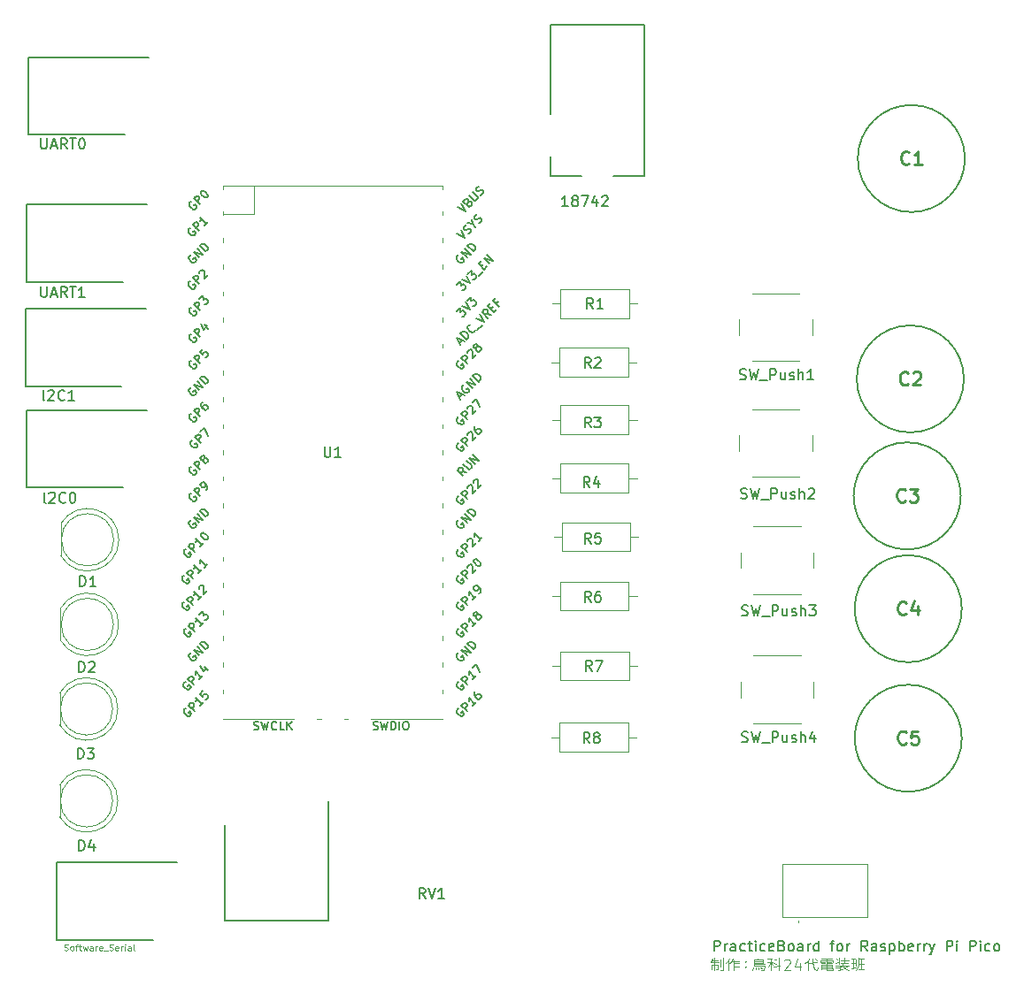
<source format=gbr>
G04 #@! TF.GenerationSoftware,KiCad,Pcbnew,7.0.7*
G04 #@! TF.CreationDate,2023-10-31T18:35:25+09:00*
G04 #@! TF.ProjectId,PCB_PracticeBoard,5043425f-5072-4616-9374-696365426f61,rev?*
G04 #@! TF.SameCoordinates,Original*
G04 #@! TF.FileFunction,Legend,Top*
G04 #@! TF.FilePolarity,Positive*
%FSLAX46Y46*%
G04 Gerber Fmt 4.6, Leading zero omitted, Abs format (unit mm)*
G04 Created by KiCad (PCBNEW 7.0.7) date 2023-10-31 18:35:25*
%MOMM*%
%LPD*%
G01*
G04 APERTURE LIST*
%ADD10C,0.150000*%
%ADD11C,0.090000*%
%ADD12C,0.100000*%
%ADD13C,0.140000*%
%ADD14C,0.254000*%
%ADD15C,0.120000*%
%ADD16C,0.200000*%
G04 APERTURE END LIST*
D10*
X49179636Y-91469819D02*
X49084398Y-91422200D01*
X49084398Y-91422200D02*
X49036779Y-91326961D01*
X49036779Y-91326961D02*
X49036779Y-90469819D01*
X49512970Y-90565057D02*
X49560589Y-90517438D01*
X49560589Y-90517438D02*
X49655827Y-90469819D01*
X49655827Y-90469819D02*
X49893922Y-90469819D01*
X49893922Y-90469819D02*
X49989160Y-90517438D01*
X49989160Y-90517438D02*
X50036779Y-90565057D01*
X50036779Y-90565057D02*
X50084398Y-90660295D01*
X50084398Y-90660295D02*
X50084398Y-90755533D01*
X50084398Y-90755533D02*
X50036779Y-90898390D01*
X50036779Y-90898390D02*
X49465351Y-91469819D01*
X49465351Y-91469819D02*
X50084398Y-91469819D01*
X51084398Y-91374580D02*
X51036779Y-91422200D01*
X51036779Y-91422200D02*
X50893922Y-91469819D01*
X50893922Y-91469819D02*
X50798684Y-91469819D01*
X50798684Y-91469819D02*
X50655827Y-91422200D01*
X50655827Y-91422200D02*
X50560589Y-91326961D01*
X50560589Y-91326961D02*
X50512970Y-91231723D01*
X50512970Y-91231723D02*
X50465351Y-91041247D01*
X50465351Y-91041247D02*
X50465351Y-90898390D01*
X50465351Y-90898390D02*
X50512970Y-90707914D01*
X50512970Y-90707914D02*
X50560589Y-90612676D01*
X50560589Y-90612676D02*
X50655827Y-90517438D01*
X50655827Y-90517438D02*
X50798684Y-90469819D01*
X50798684Y-90469819D02*
X50893922Y-90469819D01*
X50893922Y-90469819D02*
X51036779Y-90517438D01*
X51036779Y-90517438D02*
X51084398Y-90565057D01*
X52036779Y-91469819D02*
X51465351Y-91469819D01*
X51751065Y-91469819D02*
X51751065Y-90469819D01*
X51751065Y-90469819D02*
X51655827Y-90612676D01*
X51655827Y-90612676D02*
X51560589Y-90707914D01*
X51560589Y-90707914D02*
X51465351Y-90755533D01*
X115889160Y-124122200D02*
X116032017Y-124169819D01*
X116032017Y-124169819D02*
X116270112Y-124169819D01*
X116270112Y-124169819D02*
X116365350Y-124122200D01*
X116365350Y-124122200D02*
X116412969Y-124074580D01*
X116412969Y-124074580D02*
X116460588Y-123979342D01*
X116460588Y-123979342D02*
X116460588Y-123884104D01*
X116460588Y-123884104D02*
X116412969Y-123788866D01*
X116412969Y-123788866D02*
X116365350Y-123741247D01*
X116365350Y-123741247D02*
X116270112Y-123693628D01*
X116270112Y-123693628D02*
X116079636Y-123646009D01*
X116079636Y-123646009D02*
X115984398Y-123598390D01*
X115984398Y-123598390D02*
X115936779Y-123550771D01*
X115936779Y-123550771D02*
X115889160Y-123455533D01*
X115889160Y-123455533D02*
X115889160Y-123360295D01*
X115889160Y-123360295D02*
X115936779Y-123265057D01*
X115936779Y-123265057D02*
X115984398Y-123217438D01*
X115984398Y-123217438D02*
X116079636Y-123169819D01*
X116079636Y-123169819D02*
X116317731Y-123169819D01*
X116317731Y-123169819D02*
X116460588Y-123217438D01*
X116793922Y-123169819D02*
X117032017Y-124169819D01*
X117032017Y-124169819D02*
X117222493Y-123455533D01*
X117222493Y-123455533D02*
X117412969Y-124169819D01*
X117412969Y-124169819D02*
X117651065Y-123169819D01*
X117793922Y-124265057D02*
X118555826Y-124265057D01*
X118793922Y-124169819D02*
X118793922Y-123169819D01*
X118793922Y-123169819D02*
X119174874Y-123169819D01*
X119174874Y-123169819D02*
X119270112Y-123217438D01*
X119270112Y-123217438D02*
X119317731Y-123265057D01*
X119317731Y-123265057D02*
X119365350Y-123360295D01*
X119365350Y-123360295D02*
X119365350Y-123503152D01*
X119365350Y-123503152D02*
X119317731Y-123598390D01*
X119317731Y-123598390D02*
X119270112Y-123646009D01*
X119270112Y-123646009D02*
X119174874Y-123693628D01*
X119174874Y-123693628D02*
X118793922Y-123693628D01*
X120222493Y-123503152D02*
X120222493Y-124169819D01*
X119793922Y-123503152D02*
X119793922Y-124026961D01*
X119793922Y-124026961D02*
X119841541Y-124122200D01*
X119841541Y-124122200D02*
X119936779Y-124169819D01*
X119936779Y-124169819D02*
X120079636Y-124169819D01*
X120079636Y-124169819D02*
X120174874Y-124122200D01*
X120174874Y-124122200D02*
X120222493Y-124074580D01*
X120651065Y-124122200D02*
X120746303Y-124169819D01*
X120746303Y-124169819D02*
X120936779Y-124169819D01*
X120936779Y-124169819D02*
X121032017Y-124122200D01*
X121032017Y-124122200D02*
X121079636Y-124026961D01*
X121079636Y-124026961D02*
X121079636Y-123979342D01*
X121079636Y-123979342D02*
X121032017Y-123884104D01*
X121032017Y-123884104D02*
X120936779Y-123836485D01*
X120936779Y-123836485D02*
X120793922Y-123836485D01*
X120793922Y-123836485D02*
X120698684Y-123788866D01*
X120698684Y-123788866D02*
X120651065Y-123693628D01*
X120651065Y-123693628D02*
X120651065Y-123646009D01*
X120651065Y-123646009D02*
X120698684Y-123550771D01*
X120698684Y-123550771D02*
X120793922Y-123503152D01*
X120793922Y-123503152D02*
X120936779Y-123503152D01*
X120936779Y-123503152D02*
X121032017Y-123550771D01*
X121508208Y-124169819D02*
X121508208Y-123169819D01*
X121936779Y-124169819D02*
X121936779Y-123646009D01*
X121936779Y-123646009D02*
X121889160Y-123550771D01*
X121889160Y-123550771D02*
X121793922Y-123503152D01*
X121793922Y-123503152D02*
X121651065Y-123503152D01*
X121651065Y-123503152D02*
X121555827Y-123550771D01*
X121555827Y-123550771D02*
X121508208Y-123598390D01*
X122841541Y-123503152D02*
X122841541Y-124169819D01*
X122603446Y-123122200D02*
X122365351Y-123836485D01*
X122365351Y-123836485D02*
X122984398Y-123836485D01*
D11*
X51073495Y-144093320D02*
X51159210Y-144121891D01*
X51159210Y-144121891D02*
X51302067Y-144121891D01*
X51302067Y-144121891D02*
X51359210Y-144093320D01*
X51359210Y-144093320D02*
X51387781Y-144064748D01*
X51387781Y-144064748D02*
X51416352Y-144007605D01*
X51416352Y-144007605D02*
X51416352Y-143950462D01*
X51416352Y-143950462D02*
X51387781Y-143893320D01*
X51387781Y-143893320D02*
X51359210Y-143864748D01*
X51359210Y-143864748D02*
X51302067Y-143836177D01*
X51302067Y-143836177D02*
X51187781Y-143807605D01*
X51187781Y-143807605D02*
X51130638Y-143779034D01*
X51130638Y-143779034D02*
X51102067Y-143750462D01*
X51102067Y-143750462D02*
X51073495Y-143693320D01*
X51073495Y-143693320D02*
X51073495Y-143636177D01*
X51073495Y-143636177D02*
X51102067Y-143579034D01*
X51102067Y-143579034D02*
X51130638Y-143550462D01*
X51130638Y-143550462D02*
X51187781Y-143521891D01*
X51187781Y-143521891D02*
X51330638Y-143521891D01*
X51330638Y-143521891D02*
X51416352Y-143550462D01*
X51759210Y-144121891D02*
X51702067Y-144093320D01*
X51702067Y-144093320D02*
X51673496Y-144064748D01*
X51673496Y-144064748D02*
X51644924Y-144007605D01*
X51644924Y-144007605D02*
X51644924Y-143836177D01*
X51644924Y-143836177D02*
X51673496Y-143779034D01*
X51673496Y-143779034D02*
X51702067Y-143750462D01*
X51702067Y-143750462D02*
X51759210Y-143721891D01*
X51759210Y-143721891D02*
X51844924Y-143721891D01*
X51844924Y-143721891D02*
X51902067Y-143750462D01*
X51902067Y-143750462D02*
X51930639Y-143779034D01*
X51930639Y-143779034D02*
X51959210Y-143836177D01*
X51959210Y-143836177D02*
X51959210Y-144007605D01*
X51959210Y-144007605D02*
X51930639Y-144064748D01*
X51930639Y-144064748D02*
X51902067Y-144093320D01*
X51902067Y-144093320D02*
X51844924Y-144121891D01*
X51844924Y-144121891D02*
X51759210Y-144121891D01*
X52130638Y-143721891D02*
X52359210Y-143721891D01*
X52216353Y-144121891D02*
X52216353Y-143607605D01*
X52216353Y-143607605D02*
X52244924Y-143550462D01*
X52244924Y-143550462D02*
X52302067Y-143521891D01*
X52302067Y-143521891D02*
X52359210Y-143521891D01*
X52473495Y-143721891D02*
X52702067Y-143721891D01*
X52559210Y-143521891D02*
X52559210Y-144036177D01*
X52559210Y-144036177D02*
X52587781Y-144093320D01*
X52587781Y-144093320D02*
X52644924Y-144121891D01*
X52644924Y-144121891D02*
X52702067Y-144121891D01*
X52844924Y-143721891D02*
X52959210Y-144121891D01*
X52959210Y-144121891D02*
X53073495Y-143836177D01*
X53073495Y-143836177D02*
X53187781Y-144121891D01*
X53187781Y-144121891D02*
X53302067Y-143721891D01*
X53787781Y-144121891D02*
X53787781Y-143807605D01*
X53787781Y-143807605D02*
X53759209Y-143750462D01*
X53759209Y-143750462D02*
X53702066Y-143721891D01*
X53702066Y-143721891D02*
X53587781Y-143721891D01*
X53587781Y-143721891D02*
X53530638Y-143750462D01*
X53787781Y-144093320D02*
X53730638Y-144121891D01*
X53730638Y-144121891D02*
X53587781Y-144121891D01*
X53587781Y-144121891D02*
X53530638Y-144093320D01*
X53530638Y-144093320D02*
X53502066Y-144036177D01*
X53502066Y-144036177D02*
X53502066Y-143979034D01*
X53502066Y-143979034D02*
X53530638Y-143921891D01*
X53530638Y-143921891D02*
X53587781Y-143893320D01*
X53587781Y-143893320D02*
X53730638Y-143893320D01*
X53730638Y-143893320D02*
X53787781Y-143864748D01*
X54073495Y-144121891D02*
X54073495Y-143721891D01*
X54073495Y-143836177D02*
X54102066Y-143779034D01*
X54102066Y-143779034D02*
X54130638Y-143750462D01*
X54130638Y-143750462D02*
X54187780Y-143721891D01*
X54187780Y-143721891D02*
X54244923Y-143721891D01*
X54673495Y-144093320D02*
X54616352Y-144121891D01*
X54616352Y-144121891D02*
X54502067Y-144121891D01*
X54502067Y-144121891D02*
X54444924Y-144093320D01*
X54444924Y-144093320D02*
X54416352Y-144036177D01*
X54416352Y-144036177D02*
X54416352Y-143807605D01*
X54416352Y-143807605D02*
X54444924Y-143750462D01*
X54444924Y-143750462D02*
X54502067Y-143721891D01*
X54502067Y-143721891D02*
X54616352Y-143721891D01*
X54616352Y-143721891D02*
X54673495Y-143750462D01*
X54673495Y-143750462D02*
X54702067Y-143807605D01*
X54702067Y-143807605D02*
X54702067Y-143864748D01*
X54702067Y-143864748D02*
X54416352Y-143921891D01*
X54816353Y-144179034D02*
X55273495Y-144179034D01*
X55387781Y-144093320D02*
X55473496Y-144121891D01*
X55473496Y-144121891D02*
X55616353Y-144121891D01*
X55616353Y-144121891D02*
X55673496Y-144093320D01*
X55673496Y-144093320D02*
X55702067Y-144064748D01*
X55702067Y-144064748D02*
X55730638Y-144007605D01*
X55730638Y-144007605D02*
X55730638Y-143950462D01*
X55730638Y-143950462D02*
X55702067Y-143893320D01*
X55702067Y-143893320D02*
X55673496Y-143864748D01*
X55673496Y-143864748D02*
X55616353Y-143836177D01*
X55616353Y-143836177D02*
X55502067Y-143807605D01*
X55502067Y-143807605D02*
X55444924Y-143779034D01*
X55444924Y-143779034D02*
X55416353Y-143750462D01*
X55416353Y-143750462D02*
X55387781Y-143693320D01*
X55387781Y-143693320D02*
X55387781Y-143636177D01*
X55387781Y-143636177D02*
X55416353Y-143579034D01*
X55416353Y-143579034D02*
X55444924Y-143550462D01*
X55444924Y-143550462D02*
X55502067Y-143521891D01*
X55502067Y-143521891D02*
X55644924Y-143521891D01*
X55644924Y-143521891D02*
X55730638Y-143550462D01*
X56216353Y-144093320D02*
X56159210Y-144121891D01*
X56159210Y-144121891D02*
X56044925Y-144121891D01*
X56044925Y-144121891D02*
X55987782Y-144093320D01*
X55987782Y-144093320D02*
X55959210Y-144036177D01*
X55959210Y-144036177D02*
X55959210Y-143807605D01*
X55959210Y-143807605D02*
X55987782Y-143750462D01*
X55987782Y-143750462D02*
X56044925Y-143721891D01*
X56044925Y-143721891D02*
X56159210Y-143721891D01*
X56159210Y-143721891D02*
X56216353Y-143750462D01*
X56216353Y-143750462D02*
X56244925Y-143807605D01*
X56244925Y-143807605D02*
X56244925Y-143864748D01*
X56244925Y-143864748D02*
X55959210Y-143921891D01*
X56502068Y-144121891D02*
X56502068Y-143721891D01*
X56502068Y-143836177D02*
X56530639Y-143779034D01*
X56530639Y-143779034D02*
X56559211Y-143750462D01*
X56559211Y-143750462D02*
X56616353Y-143721891D01*
X56616353Y-143721891D02*
X56673496Y-143721891D01*
X56873497Y-144121891D02*
X56873497Y-143721891D01*
X56873497Y-143521891D02*
X56844925Y-143550462D01*
X56844925Y-143550462D02*
X56873497Y-143579034D01*
X56873497Y-143579034D02*
X56902068Y-143550462D01*
X56902068Y-143550462D02*
X56873497Y-143521891D01*
X56873497Y-143521891D02*
X56873497Y-143579034D01*
X57416354Y-144121891D02*
X57416354Y-143807605D01*
X57416354Y-143807605D02*
X57387782Y-143750462D01*
X57387782Y-143750462D02*
X57330639Y-143721891D01*
X57330639Y-143721891D02*
X57216354Y-143721891D01*
X57216354Y-143721891D02*
X57159211Y-143750462D01*
X57416354Y-144093320D02*
X57359211Y-144121891D01*
X57359211Y-144121891D02*
X57216354Y-144121891D01*
X57216354Y-144121891D02*
X57159211Y-144093320D01*
X57159211Y-144093320D02*
X57130639Y-144036177D01*
X57130639Y-144036177D02*
X57130639Y-143979034D01*
X57130639Y-143979034D02*
X57159211Y-143921891D01*
X57159211Y-143921891D02*
X57216354Y-143893320D01*
X57216354Y-143893320D02*
X57359211Y-143893320D01*
X57359211Y-143893320D02*
X57416354Y-143864748D01*
X57787782Y-144121891D02*
X57730639Y-144093320D01*
X57730639Y-144093320D02*
X57702068Y-144036177D01*
X57702068Y-144036177D02*
X57702068Y-143521891D01*
D10*
X115689160Y-89422200D02*
X115832017Y-89469819D01*
X115832017Y-89469819D02*
X116070112Y-89469819D01*
X116070112Y-89469819D02*
X116165350Y-89422200D01*
X116165350Y-89422200D02*
X116212969Y-89374580D01*
X116212969Y-89374580D02*
X116260588Y-89279342D01*
X116260588Y-89279342D02*
X116260588Y-89184104D01*
X116260588Y-89184104D02*
X116212969Y-89088866D01*
X116212969Y-89088866D02*
X116165350Y-89041247D01*
X116165350Y-89041247D02*
X116070112Y-88993628D01*
X116070112Y-88993628D02*
X115879636Y-88946009D01*
X115879636Y-88946009D02*
X115784398Y-88898390D01*
X115784398Y-88898390D02*
X115736779Y-88850771D01*
X115736779Y-88850771D02*
X115689160Y-88755533D01*
X115689160Y-88755533D02*
X115689160Y-88660295D01*
X115689160Y-88660295D02*
X115736779Y-88565057D01*
X115736779Y-88565057D02*
X115784398Y-88517438D01*
X115784398Y-88517438D02*
X115879636Y-88469819D01*
X115879636Y-88469819D02*
X116117731Y-88469819D01*
X116117731Y-88469819D02*
X116260588Y-88517438D01*
X116593922Y-88469819D02*
X116832017Y-89469819D01*
X116832017Y-89469819D02*
X117022493Y-88755533D01*
X117022493Y-88755533D02*
X117212969Y-89469819D01*
X117212969Y-89469819D02*
X117451065Y-88469819D01*
X117593922Y-89565057D02*
X118355826Y-89565057D01*
X118593922Y-89469819D02*
X118593922Y-88469819D01*
X118593922Y-88469819D02*
X118974874Y-88469819D01*
X118974874Y-88469819D02*
X119070112Y-88517438D01*
X119070112Y-88517438D02*
X119117731Y-88565057D01*
X119117731Y-88565057D02*
X119165350Y-88660295D01*
X119165350Y-88660295D02*
X119165350Y-88803152D01*
X119165350Y-88803152D02*
X119117731Y-88898390D01*
X119117731Y-88898390D02*
X119070112Y-88946009D01*
X119070112Y-88946009D02*
X118974874Y-88993628D01*
X118974874Y-88993628D02*
X118593922Y-88993628D01*
X120022493Y-88803152D02*
X120022493Y-89469819D01*
X119593922Y-88803152D02*
X119593922Y-89326961D01*
X119593922Y-89326961D02*
X119641541Y-89422200D01*
X119641541Y-89422200D02*
X119736779Y-89469819D01*
X119736779Y-89469819D02*
X119879636Y-89469819D01*
X119879636Y-89469819D02*
X119974874Y-89422200D01*
X119974874Y-89422200D02*
X120022493Y-89374580D01*
X120451065Y-89422200D02*
X120546303Y-89469819D01*
X120546303Y-89469819D02*
X120736779Y-89469819D01*
X120736779Y-89469819D02*
X120832017Y-89422200D01*
X120832017Y-89422200D02*
X120879636Y-89326961D01*
X120879636Y-89326961D02*
X120879636Y-89279342D01*
X120879636Y-89279342D02*
X120832017Y-89184104D01*
X120832017Y-89184104D02*
X120736779Y-89136485D01*
X120736779Y-89136485D02*
X120593922Y-89136485D01*
X120593922Y-89136485D02*
X120498684Y-89088866D01*
X120498684Y-89088866D02*
X120451065Y-88993628D01*
X120451065Y-88993628D02*
X120451065Y-88946009D01*
X120451065Y-88946009D02*
X120498684Y-88850771D01*
X120498684Y-88850771D02*
X120593922Y-88803152D01*
X120593922Y-88803152D02*
X120736779Y-88803152D01*
X120736779Y-88803152D02*
X120832017Y-88850771D01*
X121308208Y-89469819D02*
X121308208Y-88469819D01*
X121736779Y-89469819D02*
X121736779Y-88946009D01*
X121736779Y-88946009D02*
X121689160Y-88850771D01*
X121689160Y-88850771D02*
X121593922Y-88803152D01*
X121593922Y-88803152D02*
X121451065Y-88803152D01*
X121451065Y-88803152D02*
X121355827Y-88850771D01*
X121355827Y-88850771D02*
X121308208Y-88898390D01*
X122736779Y-89469819D02*
X122165351Y-89469819D01*
X122451065Y-89469819D02*
X122451065Y-88469819D01*
X122451065Y-88469819D02*
X122355827Y-88612676D01*
X122355827Y-88612676D02*
X122260589Y-88707914D01*
X122260589Y-88707914D02*
X122165351Y-88755533D01*
D12*
X112956265Y-145067657D02*
X113575312Y-145067657D01*
X112861027Y-145258133D02*
X113670550Y-145258133D01*
X113384836Y-145877180D02*
X113575312Y-145877180D01*
X113861027Y-145972419D02*
X114099122Y-145972419D01*
X112956265Y-145496228D02*
X112956265Y-145877180D01*
X113241979Y-144829561D02*
X113241979Y-145972419D01*
X112956265Y-145496228D02*
X113575312Y-145496228D01*
X113575312Y-145496228D02*
X113575312Y-145877180D01*
X113861027Y-144972419D02*
X113861027Y-145639085D01*
X114099122Y-144829561D02*
X114099122Y-145972419D01*
X113051503Y-144877180D02*
X112908646Y-145210514D01*
X114908645Y-145115276D02*
X115575312Y-145115276D01*
X115099121Y-145353371D02*
X115575312Y-145353371D01*
X115099121Y-145639085D02*
X115575312Y-145639085D01*
X114575312Y-145067657D02*
X114575312Y-145972419D01*
X115099121Y-145067657D02*
X115099121Y-145972419D01*
X114670550Y-144877180D02*
X114527693Y-145162895D01*
X114527693Y-145162895D02*
X114337217Y-145353371D01*
X115003883Y-144877180D02*
X114861026Y-145210514D01*
X114861026Y-145210514D02*
X114718169Y-145353371D01*
X116241978Y-145639085D02*
X116289597Y-145686704D01*
X116289597Y-145686704D02*
X116241978Y-145734323D01*
X116241978Y-145734323D02*
X116194359Y-145686704D01*
X116194359Y-145686704D02*
X116241978Y-145639085D01*
X116241978Y-145639085D02*
X116241978Y-145734323D01*
X116241978Y-145115276D02*
X116289597Y-145162895D01*
X116289597Y-145162895D02*
X116241978Y-145210514D01*
X116241978Y-145210514D02*
X116194359Y-145162895D01*
X116194359Y-145162895D02*
X116241978Y-145115276D01*
X116241978Y-145115276D02*
X116241978Y-145210514D01*
X117051502Y-145115276D02*
X117908645Y-145115276D01*
X117051502Y-145305752D02*
X117908645Y-145305752D01*
X117051502Y-145448609D02*
X118099121Y-145448609D01*
X117765788Y-145972419D02*
X117956264Y-145972419D01*
X117051502Y-144972419D02*
X117908645Y-144972419D01*
X117908645Y-144972419D02*
X117908645Y-145305752D01*
X117670549Y-145734323D02*
X117813407Y-145829561D01*
X117480073Y-144829561D02*
X117384835Y-144924800D01*
X117241978Y-145734323D02*
X117241978Y-145924800D01*
X117480073Y-145734323D02*
X117480073Y-145877180D01*
X117003883Y-145734323D02*
X116908645Y-145972419D01*
X117051502Y-144972419D02*
X117051502Y-145591466D01*
X117051502Y-145591466D02*
X118051502Y-145591466D01*
X118051502Y-145591466D02*
X117956264Y-145972419D01*
X118337216Y-145210514D02*
X118861025Y-145210514D01*
X118622930Y-144924800D02*
X118622930Y-145972419D01*
X119384835Y-144829561D02*
X119384835Y-145972419D01*
X118622930Y-145258133D02*
X118718168Y-145400990D01*
X118718168Y-145400990D02*
X118813406Y-145496228D01*
X119003882Y-144972419D02*
X119194358Y-145020038D01*
X118956263Y-145305752D02*
X119146739Y-145400990D01*
X118622930Y-145210514D02*
X118384835Y-145639085D01*
X118765787Y-144877180D02*
X118337216Y-144924800D01*
X119527692Y-145591466D02*
X118908644Y-145686704D01*
X119956263Y-145067657D02*
X120003882Y-145020038D01*
X120003882Y-145020038D02*
X120099120Y-144972419D01*
X120099120Y-144972419D02*
X120337215Y-144972419D01*
X120337215Y-144972419D02*
X120432453Y-145020038D01*
X120432453Y-145020038D02*
X120480072Y-145067657D01*
X120480072Y-145067657D02*
X120527691Y-145162895D01*
X120527691Y-145162895D02*
X120527691Y-145258133D01*
X120527691Y-145258133D02*
X120480072Y-145400990D01*
X120480072Y-145400990D02*
X119908644Y-145972419D01*
X119908644Y-145972419D02*
X120527691Y-145972419D01*
X121432453Y-145305752D02*
X121432453Y-145972419D01*
X121194358Y-144924800D02*
X120956263Y-145639085D01*
X120956263Y-145639085D02*
X121575310Y-145639085D01*
X122194358Y-145115276D02*
X122194358Y-145972419D01*
X122908644Y-144924800D02*
X123051501Y-145067657D01*
X122337215Y-144877180D02*
X122194358Y-145162895D01*
X122194358Y-145162895D02*
X121908644Y-145353371D01*
X122337215Y-145305752D02*
X123051501Y-145210514D01*
X122670548Y-144877180D02*
X122670548Y-145210514D01*
X122670548Y-145210514D02*
X122813406Y-145877180D01*
X122813406Y-145877180D02*
X123051501Y-145972419D01*
X123051501Y-145972419D02*
X123146739Y-145781942D01*
X123480072Y-144924800D02*
X124480072Y-144924800D01*
X123527691Y-145210514D02*
X123813405Y-145210514D01*
X124099119Y-145210514D02*
X124432453Y-145210514D01*
X123480072Y-145353371D02*
X123813405Y-145353371D01*
X124099119Y-145353371D02*
X124480072Y-145353371D01*
X123527691Y-145639085D02*
X124480072Y-145639085D01*
X123527691Y-145829561D02*
X124480072Y-145829561D01*
X124003881Y-145972419D02*
X124575310Y-145972419D01*
X123384834Y-145067657D02*
X123384834Y-145258133D01*
X123527691Y-145496228D02*
X123527691Y-145877180D01*
X123956262Y-144924800D02*
X123956262Y-145400990D01*
X124003881Y-145496228D02*
X124003881Y-145972419D01*
X123527691Y-145496228D02*
X124480072Y-145496228D01*
X124480072Y-145496228D02*
X124480072Y-145829561D01*
X123384834Y-145067657D02*
X124575310Y-145067657D01*
X124575310Y-145067657D02*
X124575310Y-145258133D01*
X124622929Y-145829561D02*
X124575310Y-145972419D01*
X125337214Y-145067657D02*
X126099119Y-145067657D01*
X125384833Y-145353371D02*
X126051500Y-145353371D01*
X124861024Y-145543847D02*
X126099119Y-145543847D01*
X125241976Y-145686704D02*
X125241976Y-145924800D01*
X125194357Y-144829561D02*
X125194357Y-145400990D01*
X125718166Y-144829561D02*
X125718166Y-145353371D01*
X124956262Y-144924800D02*
X125051500Y-145020038D01*
X125480071Y-145543847D02*
X125718166Y-145829561D01*
X125718166Y-145829561D02*
X126099119Y-145972419D01*
X125956262Y-145639085D02*
X125670547Y-145781942D01*
X125099119Y-145210514D02*
X124861024Y-145305752D01*
X125480071Y-145400990D02*
X125480071Y-145591466D01*
X125480071Y-145591466D02*
X125146738Y-145734323D01*
X125146738Y-145734323D02*
X124861024Y-145781942D01*
X125527690Y-145924800D02*
X125099119Y-145972419D01*
X127099118Y-144924800D02*
X127527690Y-144924800D01*
X126337214Y-144924800D02*
X126718166Y-144924800D01*
X126384833Y-145353371D02*
X126718166Y-145353371D01*
X127146737Y-145400990D02*
X127527690Y-145400990D01*
X127003880Y-145924800D02*
X127575309Y-145924800D01*
X126527690Y-144924800D02*
X126527690Y-145781942D01*
X126813404Y-144972419D02*
X126813404Y-145543847D01*
X127337214Y-144924800D02*
X127337214Y-145924800D01*
X126956261Y-145781942D02*
X126765785Y-145972419D01*
X126765785Y-145734323D02*
X126337214Y-145829561D01*
X127051499Y-144829561D02*
X127051499Y-145496228D01*
X127051499Y-145496228D02*
X126956261Y-145781942D01*
D13*
X113230200Y-144170339D02*
X113230200Y-143170339D01*
X113230200Y-143170339D02*
X113611152Y-143170339D01*
X113611152Y-143170339D02*
X113706390Y-143217958D01*
X113706390Y-143217958D02*
X113754009Y-143265577D01*
X113754009Y-143265577D02*
X113801628Y-143360815D01*
X113801628Y-143360815D02*
X113801628Y-143503672D01*
X113801628Y-143503672D02*
X113754009Y-143598910D01*
X113754009Y-143598910D02*
X113706390Y-143646529D01*
X113706390Y-143646529D02*
X113611152Y-143694148D01*
X113611152Y-143694148D02*
X113230200Y-143694148D01*
X114230200Y-144170339D02*
X114230200Y-143503672D01*
X114230200Y-143694148D02*
X114277819Y-143598910D01*
X114277819Y-143598910D02*
X114325438Y-143551291D01*
X114325438Y-143551291D02*
X114420676Y-143503672D01*
X114420676Y-143503672D02*
X114515914Y-143503672D01*
X115277819Y-144170339D02*
X115277819Y-143646529D01*
X115277819Y-143646529D02*
X115230200Y-143551291D01*
X115230200Y-143551291D02*
X115134962Y-143503672D01*
X115134962Y-143503672D02*
X114944486Y-143503672D01*
X114944486Y-143503672D02*
X114849248Y-143551291D01*
X115277819Y-144122720D02*
X115182581Y-144170339D01*
X115182581Y-144170339D02*
X114944486Y-144170339D01*
X114944486Y-144170339D02*
X114849248Y-144122720D01*
X114849248Y-144122720D02*
X114801629Y-144027481D01*
X114801629Y-144027481D02*
X114801629Y-143932243D01*
X114801629Y-143932243D02*
X114849248Y-143837005D01*
X114849248Y-143837005D02*
X114944486Y-143789386D01*
X114944486Y-143789386D02*
X115182581Y-143789386D01*
X115182581Y-143789386D02*
X115277819Y-143741767D01*
X116182581Y-144122720D02*
X116087343Y-144170339D01*
X116087343Y-144170339D02*
X115896867Y-144170339D01*
X115896867Y-144170339D02*
X115801629Y-144122720D01*
X115801629Y-144122720D02*
X115754010Y-144075100D01*
X115754010Y-144075100D02*
X115706391Y-143979862D01*
X115706391Y-143979862D02*
X115706391Y-143694148D01*
X115706391Y-143694148D02*
X115754010Y-143598910D01*
X115754010Y-143598910D02*
X115801629Y-143551291D01*
X115801629Y-143551291D02*
X115896867Y-143503672D01*
X115896867Y-143503672D02*
X116087343Y-143503672D01*
X116087343Y-143503672D02*
X116182581Y-143551291D01*
X116468296Y-143503672D02*
X116849248Y-143503672D01*
X116611153Y-143170339D02*
X116611153Y-144027481D01*
X116611153Y-144027481D02*
X116658772Y-144122720D01*
X116658772Y-144122720D02*
X116754010Y-144170339D01*
X116754010Y-144170339D02*
X116849248Y-144170339D01*
X117182582Y-144170339D02*
X117182582Y-143503672D01*
X117182582Y-143170339D02*
X117134963Y-143217958D01*
X117134963Y-143217958D02*
X117182582Y-143265577D01*
X117182582Y-143265577D02*
X117230201Y-143217958D01*
X117230201Y-143217958D02*
X117182582Y-143170339D01*
X117182582Y-143170339D02*
X117182582Y-143265577D01*
X118087343Y-144122720D02*
X117992105Y-144170339D01*
X117992105Y-144170339D02*
X117801629Y-144170339D01*
X117801629Y-144170339D02*
X117706391Y-144122720D01*
X117706391Y-144122720D02*
X117658772Y-144075100D01*
X117658772Y-144075100D02*
X117611153Y-143979862D01*
X117611153Y-143979862D02*
X117611153Y-143694148D01*
X117611153Y-143694148D02*
X117658772Y-143598910D01*
X117658772Y-143598910D02*
X117706391Y-143551291D01*
X117706391Y-143551291D02*
X117801629Y-143503672D01*
X117801629Y-143503672D02*
X117992105Y-143503672D01*
X117992105Y-143503672D02*
X118087343Y-143551291D01*
X118896867Y-144122720D02*
X118801629Y-144170339D01*
X118801629Y-144170339D02*
X118611153Y-144170339D01*
X118611153Y-144170339D02*
X118515915Y-144122720D01*
X118515915Y-144122720D02*
X118468296Y-144027481D01*
X118468296Y-144027481D02*
X118468296Y-143646529D01*
X118468296Y-143646529D02*
X118515915Y-143551291D01*
X118515915Y-143551291D02*
X118611153Y-143503672D01*
X118611153Y-143503672D02*
X118801629Y-143503672D01*
X118801629Y-143503672D02*
X118896867Y-143551291D01*
X118896867Y-143551291D02*
X118944486Y-143646529D01*
X118944486Y-143646529D02*
X118944486Y-143741767D01*
X118944486Y-143741767D02*
X118468296Y-143837005D01*
X119706391Y-143646529D02*
X119849248Y-143694148D01*
X119849248Y-143694148D02*
X119896867Y-143741767D01*
X119896867Y-143741767D02*
X119944486Y-143837005D01*
X119944486Y-143837005D02*
X119944486Y-143979862D01*
X119944486Y-143979862D02*
X119896867Y-144075100D01*
X119896867Y-144075100D02*
X119849248Y-144122720D01*
X119849248Y-144122720D02*
X119754010Y-144170339D01*
X119754010Y-144170339D02*
X119373058Y-144170339D01*
X119373058Y-144170339D02*
X119373058Y-143170339D01*
X119373058Y-143170339D02*
X119706391Y-143170339D01*
X119706391Y-143170339D02*
X119801629Y-143217958D01*
X119801629Y-143217958D02*
X119849248Y-143265577D01*
X119849248Y-143265577D02*
X119896867Y-143360815D01*
X119896867Y-143360815D02*
X119896867Y-143456053D01*
X119896867Y-143456053D02*
X119849248Y-143551291D01*
X119849248Y-143551291D02*
X119801629Y-143598910D01*
X119801629Y-143598910D02*
X119706391Y-143646529D01*
X119706391Y-143646529D02*
X119373058Y-143646529D01*
X120515915Y-144170339D02*
X120420677Y-144122720D01*
X120420677Y-144122720D02*
X120373058Y-144075100D01*
X120373058Y-144075100D02*
X120325439Y-143979862D01*
X120325439Y-143979862D02*
X120325439Y-143694148D01*
X120325439Y-143694148D02*
X120373058Y-143598910D01*
X120373058Y-143598910D02*
X120420677Y-143551291D01*
X120420677Y-143551291D02*
X120515915Y-143503672D01*
X120515915Y-143503672D02*
X120658772Y-143503672D01*
X120658772Y-143503672D02*
X120754010Y-143551291D01*
X120754010Y-143551291D02*
X120801629Y-143598910D01*
X120801629Y-143598910D02*
X120849248Y-143694148D01*
X120849248Y-143694148D02*
X120849248Y-143979862D01*
X120849248Y-143979862D02*
X120801629Y-144075100D01*
X120801629Y-144075100D02*
X120754010Y-144122720D01*
X120754010Y-144122720D02*
X120658772Y-144170339D01*
X120658772Y-144170339D02*
X120515915Y-144170339D01*
X121706391Y-144170339D02*
X121706391Y-143646529D01*
X121706391Y-143646529D02*
X121658772Y-143551291D01*
X121658772Y-143551291D02*
X121563534Y-143503672D01*
X121563534Y-143503672D02*
X121373058Y-143503672D01*
X121373058Y-143503672D02*
X121277820Y-143551291D01*
X121706391Y-144122720D02*
X121611153Y-144170339D01*
X121611153Y-144170339D02*
X121373058Y-144170339D01*
X121373058Y-144170339D02*
X121277820Y-144122720D01*
X121277820Y-144122720D02*
X121230201Y-144027481D01*
X121230201Y-144027481D02*
X121230201Y-143932243D01*
X121230201Y-143932243D02*
X121277820Y-143837005D01*
X121277820Y-143837005D02*
X121373058Y-143789386D01*
X121373058Y-143789386D02*
X121611153Y-143789386D01*
X121611153Y-143789386D02*
X121706391Y-143741767D01*
X122182582Y-144170339D02*
X122182582Y-143503672D01*
X122182582Y-143694148D02*
X122230201Y-143598910D01*
X122230201Y-143598910D02*
X122277820Y-143551291D01*
X122277820Y-143551291D02*
X122373058Y-143503672D01*
X122373058Y-143503672D02*
X122468296Y-143503672D01*
X123230201Y-144170339D02*
X123230201Y-143170339D01*
X123230201Y-144122720D02*
X123134963Y-144170339D01*
X123134963Y-144170339D02*
X122944487Y-144170339D01*
X122944487Y-144170339D02*
X122849249Y-144122720D01*
X122849249Y-144122720D02*
X122801630Y-144075100D01*
X122801630Y-144075100D02*
X122754011Y-143979862D01*
X122754011Y-143979862D02*
X122754011Y-143694148D01*
X122754011Y-143694148D02*
X122801630Y-143598910D01*
X122801630Y-143598910D02*
X122849249Y-143551291D01*
X122849249Y-143551291D02*
X122944487Y-143503672D01*
X122944487Y-143503672D02*
X123134963Y-143503672D01*
X123134963Y-143503672D02*
X123230201Y-143551291D01*
X124325440Y-143503672D02*
X124706392Y-143503672D01*
X124468297Y-144170339D02*
X124468297Y-143313196D01*
X124468297Y-143313196D02*
X124515916Y-143217958D01*
X124515916Y-143217958D02*
X124611154Y-143170339D01*
X124611154Y-143170339D02*
X124706392Y-143170339D01*
X125182583Y-144170339D02*
X125087345Y-144122720D01*
X125087345Y-144122720D02*
X125039726Y-144075100D01*
X125039726Y-144075100D02*
X124992107Y-143979862D01*
X124992107Y-143979862D02*
X124992107Y-143694148D01*
X124992107Y-143694148D02*
X125039726Y-143598910D01*
X125039726Y-143598910D02*
X125087345Y-143551291D01*
X125087345Y-143551291D02*
X125182583Y-143503672D01*
X125182583Y-143503672D02*
X125325440Y-143503672D01*
X125325440Y-143503672D02*
X125420678Y-143551291D01*
X125420678Y-143551291D02*
X125468297Y-143598910D01*
X125468297Y-143598910D02*
X125515916Y-143694148D01*
X125515916Y-143694148D02*
X125515916Y-143979862D01*
X125515916Y-143979862D02*
X125468297Y-144075100D01*
X125468297Y-144075100D02*
X125420678Y-144122720D01*
X125420678Y-144122720D02*
X125325440Y-144170339D01*
X125325440Y-144170339D02*
X125182583Y-144170339D01*
X125944488Y-144170339D02*
X125944488Y-143503672D01*
X125944488Y-143694148D02*
X125992107Y-143598910D01*
X125992107Y-143598910D02*
X126039726Y-143551291D01*
X126039726Y-143551291D02*
X126134964Y-143503672D01*
X126134964Y-143503672D02*
X126230202Y-143503672D01*
X127896869Y-144170339D02*
X127563536Y-143694148D01*
X127325441Y-144170339D02*
X127325441Y-143170339D01*
X127325441Y-143170339D02*
X127706393Y-143170339D01*
X127706393Y-143170339D02*
X127801631Y-143217958D01*
X127801631Y-143217958D02*
X127849250Y-143265577D01*
X127849250Y-143265577D02*
X127896869Y-143360815D01*
X127896869Y-143360815D02*
X127896869Y-143503672D01*
X127896869Y-143503672D02*
X127849250Y-143598910D01*
X127849250Y-143598910D02*
X127801631Y-143646529D01*
X127801631Y-143646529D02*
X127706393Y-143694148D01*
X127706393Y-143694148D02*
X127325441Y-143694148D01*
X128754012Y-144170339D02*
X128754012Y-143646529D01*
X128754012Y-143646529D02*
X128706393Y-143551291D01*
X128706393Y-143551291D02*
X128611155Y-143503672D01*
X128611155Y-143503672D02*
X128420679Y-143503672D01*
X128420679Y-143503672D02*
X128325441Y-143551291D01*
X128754012Y-144122720D02*
X128658774Y-144170339D01*
X128658774Y-144170339D02*
X128420679Y-144170339D01*
X128420679Y-144170339D02*
X128325441Y-144122720D01*
X128325441Y-144122720D02*
X128277822Y-144027481D01*
X128277822Y-144027481D02*
X128277822Y-143932243D01*
X128277822Y-143932243D02*
X128325441Y-143837005D01*
X128325441Y-143837005D02*
X128420679Y-143789386D01*
X128420679Y-143789386D02*
X128658774Y-143789386D01*
X128658774Y-143789386D02*
X128754012Y-143741767D01*
X129182584Y-144122720D02*
X129277822Y-144170339D01*
X129277822Y-144170339D02*
X129468298Y-144170339D01*
X129468298Y-144170339D02*
X129563536Y-144122720D01*
X129563536Y-144122720D02*
X129611155Y-144027481D01*
X129611155Y-144027481D02*
X129611155Y-143979862D01*
X129611155Y-143979862D02*
X129563536Y-143884624D01*
X129563536Y-143884624D02*
X129468298Y-143837005D01*
X129468298Y-143837005D02*
X129325441Y-143837005D01*
X129325441Y-143837005D02*
X129230203Y-143789386D01*
X129230203Y-143789386D02*
X129182584Y-143694148D01*
X129182584Y-143694148D02*
X129182584Y-143646529D01*
X129182584Y-143646529D02*
X129230203Y-143551291D01*
X129230203Y-143551291D02*
X129325441Y-143503672D01*
X129325441Y-143503672D02*
X129468298Y-143503672D01*
X129468298Y-143503672D02*
X129563536Y-143551291D01*
X130039727Y-143503672D02*
X130039727Y-144503672D01*
X130039727Y-143551291D02*
X130134965Y-143503672D01*
X130134965Y-143503672D02*
X130325441Y-143503672D01*
X130325441Y-143503672D02*
X130420679Y-143551291D01*
X130420679Y-143551291D02*
X130468298Y-143598910D01*
X130468298Y-143598910D02*
X130515917Y-143694148D01*
X130515917Y-143694148D02*
X130515917Y-143979862D01*
X130515917Y-143979862D02*
X130468298Y-144075100D01*
X130468298Y-144075100D02*
X130420679Y-144122720D01*
X130420679Y-144122720D02*
X130325441Y-144170339D01*
X130325441Y-144170339D02*
X130134965Y-144170339D01*
X130134965Y-144170339D02*
X130039727Y-144122720D01*
X130944489Y-144170339D02*
X130944489Y-143170339D01*
X130944489Y-143551291D02*
X131039727Y-143503672D01*
X131039727Y-143503672D02*
X131230203Y-143503672D01*
X131230203Y-143503672D02*
X131325441Y-143551291D01*
X131325441Y-143551291D02*
X131373060Y-143598910D01*
X131373060Y-143598910D02*
X131420679Y-143694148D01*
X131420679Y-143694148D02*
X131420679Y-143979862D01*
X131420679Y-143979862D02*
X131373060Y-144075100D01*
X131373060Y-144075100D02*
X131325441Y-144122720D01*
X131325441Y-144122720D02*
X131230203Y-144170339D01*
X131230203Y-144170339D02*
X131039727Y-144170339D01*
X131039727Y-144170339D02*
X130944489Y-144122720D01*
X132230203Y-144122720D02*
X132134965Y-144170339D01*
X132134965Y-144170339D02*
X131944489Y-144170339D01*
X131944489Y-144170339D02*
X131849251Y-144122720D01*
X131849251Y-144122720D02*
X131801632Y-144027481D01*
X131801632Y-144027481D02*
X131801632Y-143646529D01*
X131801632Y-143646529D02*
X131849251Y-143551291D01*
X131849251Y-143551291D02*
X131944489Y-143503672D01*
X131944489Y-143503672D02*
X132134965Y-143503672D01*
X132134965Y-143503672D02*
X132230203Y-143551291D01*
X132230203Y-143551291D02*
X132277822Y-143646529D01*
X132277822Y-143646529D02*
X132277822Y-143741767D01*
X132277822Y-143741767D02*
X131801632Y-143837005D01*
X132706394Y-144170339D02*
X132706394Y-143503672D01*
X132706394Y-143694148D02*
X132754013Y-143598910D01*
X132754013Y-143598910D02*
X132801632Y-143551291D01*
X132801632Y-143551291D02*
X132896870Y-143503672D01*
X132896870Y-143503672D02*
X132992108Y-143503672D01*
X133325442Y-144170339D02*
X133325442Y-143503672D01*
X133325442Y-143694148D02*
X133373061Y-143598910D01*
X133373061Y-143598910D02*
X133420680Y-143551291D01*
X133420680Y-143551291D02*
X133515918Y-143503672D01*
X133515918Y-143503672D02*
X133611156Y-143503672D01*
X133849252Y-143503672D02*
X134087347Y-144170339D01*
X134325442Y-143503672D02*
X134087347Y-144170339D01*
X134087347Y-144170339D02*
X133992109Y-144408434D01*
X133992109Y-144408434D02*
X133944490Y-144456053D01*
X133944490Y-144456053D02*
X133849252Y-144503672D01*
X135468300Y-144170339D02*
X135468300Y-143170339D01*
X135468300Y-143170339D02*
X135849252Y-143170339D01*
X135849252Y-143170339D02*
X135944490Y-143217958D01*
X135944490Y-143217958D02*
X135992109Y-143265577D01*
X135992109Y-143265577D02*
X136039728Y-143360815D01*
X136039728Y-143360815D02*
X136039728Y-143503672D01*
X136039728Y-143503672D02*
X135992109Y-143598910D01*
X135992109Y-143598910D02*
X135944490Y-143646529D01*
X135944490Y-143646529D02*
X135849252Y-143694148D01*
X135849252Y-143694148D02*
X135468300Y-143694148D01*
X136468300Y-144170339D02*
X136468300Y-143503672D01*
X136468300Y-143170339D02*
X136420681Y-143217958D01*
X136420681Y-143217958D02*
X136468300Y-143265577D01*
X136468300Y-143265577D02*
X136515919Y-143217958D01*
X136515919Y-143217958D02*
X136468300Y-143170339D01*
X136468300Y-143170339D02*
X136468300Y-143265577D01*
X137706395Y-144170339D02*
X137706395Y-143170339D01*
X137706395Y-143170339D02*
X138087347Y-143170339D01*
X138087347Y-143170339D02*
X138182585Y-143217958D01*
X138182585Y-143217958D02*
X138230204Y-143265577D01*
X138230204Y-143265577D02*
X138277823Y-143360815D01*
X138277823Y-143360815D02*
X138277823Y-143503672D01*
X138277823Y-143503672D02*
X138230204Y-143598910D01*
X138230204Y-143598910D02*
X138182585Y-143646529D01*
X138182585Y-143646529D02*
X138087347Y-143694148D01*
X138087347Y-143694148D02*
X137706395Y-143694148D01*
X138706395Y-144170339D02*
X138706395Y-143503672D01*
X138706395Y-143170339D02*
X138658776Y-143217958D01*
X138658776Y-143217958D02*
X138706395Y-143265577D01*
X138706395Y-143265577D02*
X138754014Y-143217958D01*
X138754014Y-143217958D02*
X138706395Y-143170339D01*
X138706395Y-143170339D02*
X138706395Y-143265577D01*
X139611156Y-144122720D02*
X139515918Y-144170339D01*
X139515918Y-144170339D02*
X139325442Y-144170339D01*
X139325442Y-144170339D02*
X139230204Y-144122720D01*
X139230204Y-144122720D02*
X139182585Y-144075100D01*
X139182585Y-144075100D02*
X139134966Y-143979862D01*
X139134966Y-143979862D02*
X139134966Y-143694148D01*
X139134966Y-143694148D02*
X139182585Y-143598910D01*
X139182585Y-143598910D02*
X139230204Y-143551291D01*
X139230204Y-143551291D02*
X139325442Y-143503672D01*
X139325442Y-143503672D02*
X139515918Y-143503672D01*
X139515918Y-143503672D02*
X139611156Y-143551291D01*
X140182585Y-144170339D02*
X140087347Y-144122720D01*
X140087347Y-144122720D02*
X140039728Y-144075100D01*
X140039728Y-144075100D02*
X139992109Y-143979862D01*
X139992109Y-143979862D02*
X139992109Y-143694148D01*
X139992109Y-143694148D02*
X140039728Y-143598910D01*
X140039728Y-143598910D02*
X140087347Y-143551291D01*
X140087347Y-143551291D02*
X140182585Y-143503672D01*
X140182585Y-143503672D02*
X140325442Y-143503672D01*
X140325442Y-143503672D02*
X140420680Y-143551291D01*
X140420680Y-143551291D02*
X140468299Y-143598910D01*
X140468299Y-143598910D02*
X140515918Y-143694148D01*
X140515918Y-143694148D02*
X140515918Y-143979862D01*
X140515918Y-143979862D02*
X140468299Y-144075100D01*
X140468299Y-144075100D02*
X140420680Y-144122720D01*
X140420680Y-144122720D02*
X140325442Y-144170339D01*
X140325442Y-144170339D02*
X140182585Y-144170339D01*
D10*
X99260588Y-72869819D02*
X98689160Y-72869819D01*
X98974874Y-72869819D02*
X98974874Y-71869819D01*
X98974874Y-71869819D02*
X98879636Y-72012676D01*
X98879636Y-72012676D02*
X98784398Y-72107914D01*
X98784398Y-72107914D02*
X98689160Y-72155533D01*
X99832017Y-72298390D02*
X99736779Y-72250771D01*
X99736779Y-72250771D02*
X99689160Y-72203152D01*
X99689160Y-72203152D02*
X99641541Y-72107914D01*
X99641541Y-72107914D02*
X99641541Y-72060295D01*
X99641541Y-72060295D02*
X99689160Y-71965057D01*
X99689160Y-71965057D02*
X99736779Y-71917438D01*
X99736779Y-71917438D02*
X99832017Y-71869819D01*
X99832017Y-71869819D02*
X100022493Y-71869819D01*
X100022493Y-71869819D02*
X100117731Y-71917438D01*
X100117731Y-71917438D02*
X100165350Y-71965057D01*
X100165350Y-71965057D02*
X100212969Y-72060295D01*
X100212969Y-72060295D02*
X100212969Y-72107914D01*
X100212969Y-72107914D02*
X100165350Y-72203152D01*
X100165350Y-72203152D02*
X100117731Y-72250771D01*
X100117731Y-72250771D02*
X100022493Y-72298390D01*
X100022493Y-72298390D02*
X99832017Y-72298390D01*
X99832017Y-72298390D02*
X99736779Y-72346009D01*
X99736779Y-72346009D02*
X99689160Y-72393628D01*
X99689160Y-72393628D02*
X99641541Y-72488866D01*
X99641541Y-72488866D02*
X99641541Y-72679342D01*
X99641541Y-72679342D02*
X99689160Y-72774580D01*
X99689160Y-72774580D02*
X99736779Y-72822200D01*
X99736779Y-72822200D02*
X99832017Y-72869819D01*
X99832017Y-72869819D02*
X100022493Y-72869819D01*
X100022493Y-72869819D02*
X100117731Y-72822200D01*
X100117731Y-72822200D02*
X100165350Y-72774580D01*
X100165350Y-72774580D02*
X100212969Y-72679342D01*
X100212969Y-72679342D02*
X100212969Y-72488866D01*
X100212969Y-72488866D02*
X100165350Y-72393628D01*
X100165350Y-72393628D02*
X100117731Y-72346009D01*
X100117731Y-72346009D02*
X100022493Y-72298390D01*
X100546303Y-71869819D02*
X101212969Y-71869819D01*
X101212969Y-71869819D02*
X100784398Y-72869819D01*
X102022493Y-72203152D02*
X102022493Y-72869819D01*
X101784398Y-71822200D02*
X101546303Y-72536485D01*
X101546303Y-72536485D02*
X102165350Y-72536485D01*
X102498684Y-71965057D02*
X102546303Y-71917438D01*
X102546303Y-71917438D02*
X102641541Y-71869819D01*
X102641541Y-71869819D02*
X102879636Y-71869819D01*
X102879636Y-71869819D02*
X102974874Y-71917438D01*
X102974874Y-71917438D02*
X103022493Y-71965057D01*
X103022493Y-71965057D02*
X103070112Y-72060295D01*
X103070112Y-72060295D02*
X103070112Y-72155533D01*
X103070112Y-72155533D02*
X103022493Y-72298390D01*
X103022493Y-72298390D02*
X102451065Y-72869819D01*
X102451065Y-72869819D02*
X103070112Y-72869819D01*
X49279636Y-101269819D02*
X49184398Y-101222200D01*
X49184398Y-101222200D02*
X49136779Y-101126961D01*
X49136779Y-101126961D02*
X49136779Y-100269819D01*
X49612970Y-100365057D02*
X49660589Y-100317438D01*
X49660589Y-100317438D02*
X49755827Y-100269819D01*
X49755827Y-100269819D02*
X49993922Y-100269819D01*
X49993922Y-100269819D02*
X50089160Y-100317438D01*
X50089160Y-100317438D02*
X50136779Y-100365057D01*
X50136779Y-100365057D02*
X50184398Y-100460295D01*
X50184398Y-100460295D02*
X50184398Y-100555533D01*
X50184398Y-100555533D02*
X50136779Y-100698390D01*
X50136779Y-100698390D02*
X49565351Y-101269819D01*
X49565351Y-101269819D02*
X50184398Y-101269819D01*
X51184398Y-101174580D02*
X51136779Y-101222200D01*
X51136779Y-101222200D02*
X50993922Y-101269819D01*
X50993922Y-101269819D02*
X50898684Y-101269819D01*
X50898684Y-101269819D02*
X50755827Y-101222200D01*
X50755827Y-101222200D02*
X50660589Y-101126961D01*
X50660589Y-101126961D02*
X50612970Y-101031723D01*
X50612970Y-101031723D02*
X50565351Y-100841247D01*
X50565351Y-100841247D02*
X50565351Y-100698390D01*
X50565351Y-100698390D02*
X50612970Y-100507914D01*
X50612970Y-100507914D02*
X50660589Y-100412676D01*
X50660589Y-100412676D02*
X50755827Y-100317438D01*
X50755827Y-100317438D02*
X50898684Y-100269819D01*
X50898684Y-100269819D02*
X50993922Y-100269819D01*
X50993922Y-100269819D02*
X51136779Y-100317438D01*
X51136779Y-100317438D02*
X51184398Y-100365057D01*
X51803446Y-100269819D02*
X51898684Y-100269819D01*
X51898684Y-100269819D02*
X51993922Y-100317438D01*
X51993922Y-100317438D02*
X52041541Y-100365057D01*
X52041541Y-100365057D02*
X52089160Y-100460295D01*
X52089160Y-100460295D02*
X52136779Y-100650771D01*
X52136779Y-100650771D02*
X52136779Y-100888866D01*
X52136779Y-100888866D02*
X52089160Y-101079342D01*
X52089160Y-101079342D02*
X52041541Y-101174580D01*
X52041541Y-101174580D02*
X51993922Y-101222200D01*
X51993922Y-101222200D02*
X51898684Y-101269819D01*
X51898684Y-101269819D02*
X51803446Y-101269819D01*
X51803446Y-101269819D02*
X51708208Y-101222200D01*
X51708208Y-101222200D02*
X51660589Y-101174580D01*
X51660589Y-101174580D02*
X51612970Y-101079342D01*
X51612970Y-101079342D02*
X51565351Y-100888866D01*
X51565351Y-100888866D02*
X51565351Y-100650771D01*
X51565351Y-100650771D02*
X51612970Y-100460295D01*
X51612970Y-100460295D02*
X51660589Y-100365057D01*
X51660589Y-100365057D02*
X51708208Y-100317438D01*
X51708208Y-100317438D02*
X51803446Y-100269819D01*
X115889160Y-112022200D02*
X116032017Y-112069819D01*
X116032017Y-112069819D02*
X116270112Y-112069819D01*
X116270112Y-112069819D02*
X116365350Y-112022200D01*
X116365350Y-112022200D02*
X116412969Y-111974580D01*
X116412969Y-111974580D02*
X116460588Y-111879342D01*
X116460588Y-111879342D02*
X116460588Y-111784104D01*
X116460588Y-111784104D02*
X116412969Y-111688866D01*
X116412969Y-111688866D02*
X116365350Y-111641247D01*
X116365350Y-111641247D02*
X116270112Y-111593628D01*
X116270112Y-111593628D02*
X116079636Y-111546009D01*
X116079636Y-111546009D02*
X115984398Y-111498390D01*
X115984398Y-111498390D02*
X115936779Y-111450771D01*
X115936779Y-111450771D02*
X115889160Y-111355533D01*
X115889160Y-111355533D02*
X115889160Y-111260295D01*
X115889160Y-111260295D02*
X115936779Y-111165057D01*
X115936779Y-111165057D02*
X115984398Y-111117438D01*
X115984398Y-111117438D02*
X116079636Y-111069819D01*
X116079636Y-111069819D02*
X116317731Y-111069819D01*
X116317731Y-111069819D02*
X116460588Y-111117438D01*
X116793922Y-111069819D02*
X117032017Y-112069819D01*
X117032017Y-112069819D02*
X117222493Y-111355533D01*
X117222493Y-111355533D02*
X117412969Y-112069819D01*
X117412969Y-112069819D02*
X117651065Y-111069819D01*
X117793922Y-112165057D02*
X118555826Y-112165057D01*
X118793922Y-112069819D02*
X118793922Y-111069819D01*
X118793922Y-111069819D02*
X119174874Y-111069819D01*
X119174874Y-111069819D02*
X119270112Y-111117438D01*
X119270112Y-111117438D02*
X119317731Y-111165057D01*
X119317731Y-111165057D02*
X119365350Y-111260295D01*
X119365350Y-111260295D02*
X119365350Y-111403152D01*
X119365350Y-111403152D02*
X119317731Y-111498390D01*
X119317731Y-111498390D02*
X119270112Y-111546009D01*
X119270112Y-111546009D02*
X119174874Y-111593628D01*
X119174874Y-111593628D02*
X118793922Y-111593628D01*
X120222493Y-111403152D02*
X120222493Y-112069819D01*
X119793922Y-111403152D02*
X119793922Y-111926961D01*
X119793922Y-111926961D02*
X119841541Y-112022200D01*
X119841541Y-112022200D02*
X119936779Y-112069819D01*
X119936779Y-112069819D02*
X120079636Y-112069819D01*
X120079636Y-112069819D02*
X120174874Y-112022200D01*
X120174874Y-112022200D02*
X120222493Y-111974580D01*
X120651065Y-112022200D02*
X120746303Y-112069819D01*
X120746303Y-112069819D02*
X120936779Y-112069819D01*
X120936779Y-112069819D02*
X121032017Y-112022200D01*
X121032017Y-112022200D02*
X121079636Y-111926961D01*
X121079636Y-111926961D02*
X121079636Y-111879342D01*
X121079636Y-111879342D02*
X121032017Y-111784104D01*
X121032017Y-111784104D02*
X120936779Y-111736485D01*
X120936779Y-111736485D02*
X120793922Y-111736485D01*
X120793922Y-111736485D02*
X120698684Y-111688866D01*
X120698684Y-111688866D02*
X120651065Y-111593628D01*
X120651065Y-111593628D02*
X120651065Y-111546009D01*
X120651065Y-111546009D02*
X120698684Y-111450771D01*
X120698684Y-111450771D02*
X120793922Y-111403152D01*
X120793922Y-111403152D02*
X120936779Y-111403152D01*
X120936779Y-111403152D02*
X121032017Y-111450771D01*
X121508208Y-112069819D02*
X121508208Y-111069819D01*
X121936779Y-112069819D02*
X121936779Y-111546009D01*
X121936779Y-111546009D02*
X121889160Y-111450771D01*
X121889160Y-111450771D02*
X121793922Y-111403152D01*
X121793922Y-111403152D02*
X121651065Y-111403152D01*
X121651065Y-111403152D02*
X121555827Y-111450771D01*
X121555827Y-111450771D02*
X121508208Y-111498390D01*
X122317732Y-111069819D02*
X122936779Y-111069819D01*
X122936779Y-111069819D02*
X122603446Y-111450771D01*
X122603446Y-111450771D02*
X122746303Y-111450771D01*
X122746303Y-111450771D02*
X122841541Y-111498390D01*
X122841541Y-111498390D02*
X122889160Y-111546009D01*
X122889160Y-111546009D02*
X122936779Y-111641247D01*
X122936779Y-111641247D02*
X122936779Y-111879342D01*
X122936779Y-111879342D02*
X122889160Y-111974580D01*
X122889160Y-111974580D02*
X122841541Y-112022200D01*
X122841541Y-112022200D02*
X122746303Y-112069819D01*
X122746303Y-112069819D02*
X122460589Y-112069819D01*
X122460589Y-112069819D02*
X122365351Y-112022200D01*
X122365351Y-112022200D02*
X122317732Y-111974580D01*
X48836779Y-66369819D02*
X48836779Y-67179342D01*
X48836779Y-67179342D02*
X48884398Y-67274580D01*
X48884398Y-67274580D02*
X48932017Y-67322200D01*
X48932017Y-67322200D02*
X49027255Y-67369819D01*
X49027255Y-67369819D02*
X49217731Y-67369819D01*
X49217731Y-67369819D02*
X49312969Y-67322200D01*
X49312969Y-67322200D02*
X49360588Y-67274580D01*
X49360588Y-67274580D02*
X49408207Y-67179342D01*
X49408207Y-67179342D02*
X49408207Y-66369819D01*
X49836779Y-67084104D02*
X50312969Y-67084104D01*
X49741541Y-67369819D02*
X50074874Y-66369819D01*
X50074874Y-66369819D02*
X50408207Y-67369819D01*
X51312969Y-67369819D02*
X50979636Y-66893628D01*
X50741541Y-67369819D02*
X50741541Y-66369819D01*
X50741541Y-66369819D02*
X51122493Y-66369819D01*
X51122493Y-66369819D02*
X51217731Y-66417438D01*
X51217731Y-66417438D02*
X51265350Y-66465057D01*
X51265350Y-66465057D02*
X51312969Y-66560295D01*
X51312969Y-66560295D02*
X51312969Y-66703152D01*
X51312969Y-66703152D02*
X51265350Y-66798390D01*
X51265350Y-66798390D02*
X51217731Y-66846009D01*
X51217731Y-66846009D02*
X51122493Y-66893628D01*
X51122493Y-66893628D02*
X50741541Y-66893628D01*
X51598684Y-66369819D02*
X52170112Y-66369819D01*
X51884398Y-67369819D02*
X51884398Y-66369819D01*
X52693922Y-66369819D02*
X52789160Y-66369819D01*
X52789160Y-66369819D02*
X52884398Y-66417438D01*
X52884398Y-66417438D02*
X52932017Y-66465057D01*
X52932017Y-66465057D02*
X52979636Y-66560295D01*
X52979636Y-66560295D02*
X53027255Y-66750771D01*
X53027255Y-66750771D02*
X53027255Y-66988866D01*
X53027255Y-66988866D02*
X52979636Y-67179342D01*
X52979636Y-67179342D02*
X52932017Y-67274580D01*
X52932017Y-67274580D02*
X52884398Y-67322200D01*
X52884398Y-67322200D02*
X52789160Y-67369819D01*
X52789160Y-67369819D02*
X52693922Y-67369819D01*
X52693922Y-67369819D02*
X52598684Y-67322200D01*
X52598684Y-67322200D02*
X52551065Y-67274580D01*
X52551065Y-67274580D02*
X52503446Y-67179342D01*
X52503446Y-67179342D02*
X52455827Y-66988866D01*
X52455827Y-66988866D02*
X52455827Y-66750771D01*
X52455827Y-66750771D02*
X52503446Y-66560295D01*
X52503446Y-66560295D02*
X52551065Y-66465057D01*
X52551065Y-66465057D02*
X52598684Y-66417438D01*
X52598684Y-66417438D02*
X52693922Y-66369819D01*
X115789160Y-100822200D02*
X115932017Y-100869819D01*
X115932017Y-100869819D02*
X116170112Y-100869819D01*
X116170112Y-100869819D02*
X116265350Y-100822200D01*
X116265350Y-100822200D02*
X116312969Y-100774580D01*
X116312969Y-100774580D02*
X116360588Y-100679342D01*
X116360588Y-100679342D02*
X116360588Y-100584104D01*
X116360588Y-100584104D02*
X116312969Y-100488866D01*
X116312969Y-100488866D02*
X116265350Y-100441247D01*
X116265350Y-100441247D02*
X116170112Y-100393628D01*
X116170112Y-100393628D02*
X115979636Y-100346009D01*
X115979636Y-100346009D02*
X115884398Y-100298390D01*
X115884398Y-100298390D02*
X115836779Y-100250771D01*
X115836779Y-100250771D02*
X115789160Y-100155533D01*
X115789160Y-100155533D02*
X115789160Y-100060295D01*
X115789160Y-100060295D02*
X115836779Y-99965057D01*
X115836779Y-99965057D02*
X115884398Y-99917438D01*
X115884398Y-99917438D02*
X115979636Y-99869819D01*
X115979636Y-99869819D02*
X116217731Y-99869819D01*
X116217731Y-99869819D02*
X116360588Y-99917438D01*
X116693922Y-99869819D02*
X116932017Y-100869819D01*
X116932017Y-100869819D02*
X117122493Y-100155533D01*
X117122493Y-100155533D02*
X117312969Y-100869819D01*
X117312969Y-100869819D02*
X117551065Y-99869819D01*
X117693922Y-100965057D02*
X118455826Y-100965057D01*
X118693922Y-100869819D02*
X118693922Y-99869819D01*
X118693922Y-99869819D02*
X119074874Y-99869819D01*
X119074874Y-99869819D02*
X119170112Y-99917438D01*
X119170112Y-99917438D02*
X119217731Y-99965057D01*
X119217731Y-99965057D02*
X119265350Y-100060295D01*
X119265350Y-100060295D02*
X119265350Y-100203152D01*
X119265350Y-100203152D02*
X119217731Y-100298390D01*
X119217731Y-100298390D02*
X119170112Y-100346009D01*
X119170112Y-100346009D02*
X119074874Y-100393628D01*
X119074874Y-100393628D02*
X118693922Y-100393628D01*
X120122493Y-100203152D02*
X120122493Y-100869819D01*
X119693922Y-100203152D02*
X119693922Y-100726961D01*
X119693922Y-100726961D02*
X119741541Y-100822200D01*
X119741541Y-100822200D02*
X119836779Y-100869819D01*
X119836779Y-100869819D02*
X119979636Y-100869819D01*
X119979636Y-100869819D02*
X120074874Y-100822200D01*
X120074874Y-100822200D02*
X120122493Y-100774580D01*
X120551065Y-100822200D02*
X120646303Y-100869819D01*
X120646303Y-100869819D02*
X120836779Y-100869819D01*
X120836779Y-100869819D02*
X120932017Y-100822200D01*
X120932017Y-100822200D02*
X120979636Y-100726961D01*
X120979636Y-100726961D02*
X120979636Y-100679342D01*
X120979636Y-100679342D02*
X120932017Y-100584104D01*
X120932017Y-100584104D02*
X120836779Y-100536485D01*
X120836779Y-100536485D02*
X120693922Y-100536485D01*
X120693922Y-100536485D02*
X120598684Y-100488866D01*
X120598684Y-100488866D02*
X120551065Y-100393628D01*
X120551065Y-100393628D02*
X120551065Y-100346009D01*
X120551065Y-100346009D02*
X120598684Y-100250771D01*
X120598684Y-100250771D02*
X120693922Y-100203152D01*
X120693922Y-100203152D02*
X120836779Y-100203152D01*
X120836779Y-100203152D02*
X120932017Y-100250771D01*
X121408208Y-100869819D02*
X121408208Y-99869819D01*
X121836779Y-100869819D02*
X121836779Y-100346009D01*
X121836779Y-100346009D02*
X121789160Y-100250771D01*
X121789160Y-100250771D02*
X121693922Y-100203152D01*
X121693922Y-100203152D02*
X121551065Y-100203152D01*
X121551065Y-100203152D02*
X121455827Y-100250771D01*
X121455827Y-100250771D02*
X121408208Y-100298390D01*
X122265351Y-99965057D02*
X122312970Y-99917438D01*
X122312970Y-99917438D02*
X122408208Y-99869819D01*
X122408208Y-99869819D02*
X122646303Y-99869819D01*
X122646303Y-99869819D02*
X122741541Y-99917438D01*
X122741541Y-99917438D02*
X122789160Y-99965057D01*
X122789160Y-99965057D02*
X122836779Y-100060295D01*
X122836779Y-100060295D02*
X122836779Y-100155533D01*
X122836779Y-100155533D02*
X122789160Y-100298390D01*
X122789160Y-100298390D02*
X122217732Y-100869819D01*
X122217732Y-100869819D02*
X122836779Y-100869819D01*
X48836779Y-80569819D02*
X48836779Y-81379342D01*
X48836779Y-81379342D02*
X48884398Y-81474580D01*
X48884398Y-81474580D02*
X48932017Y-81522200D01*
X48932017Y-81522200D02*
X49027255Y-81569819D01*
X49027255Y-81569819D02*
X49217731Y-81569819D01*
X49217731Y-81569819D02*
X49312969Y-81522200D01*
X49312969Y-81522200D02*
X49360588Y-81474580D01*
X49360588Y-81474580D02*
X49408207Y-81379342D01*
X49408207Y-81379342D02*
X49408207Y-80569819D01*
X49836779Y-81284104D02*
X50312969Y-81284104D01*
X49741541Y-81569819D02*
X50074874Y-80569819D01*
X50074874Y-80569819D02*
X50408207Y-81569819D01*
X51312969Y-81569819D02*
X50979636Y-81093628D01*
X50741541Y-81569819D02*
X50741541Y-80569819D01*
X50741541Y-80569819D02*
X51122493Y-80569819D01*
X51122493Y-80569819D02*
X51217731Y-80617438D01*
X51217731Y-80617438D02*
X51265350Y-80665057D01*
X51265350Y-80665057D02*
X51312969Y-80760295D01*
X51312969Y-80760295D02*
X51312969Y-80903152D01*
X51312969Y-80903152D02*
X51265350Y-80998390D01*
X51265350Y-80998390D02*
X51217731Y-81046009D01*
X51217731Y-81046009D02*
X51122493Y-81093628D01*
X51122493Y-81093628D02*
X50741541Y-81093628D01*
X51598684Y-80569819D02*
X52170112Y-80569819D01*
X51884398Y-81569819D02*
X51884398Y-80569819D01*
X53027255Y-81569819D02*
X52455827Y-81569819D01*
X52741541Y-81569819D02*
X52741541Y-80569819D01*
X52741541Y-80569819D02*
X52646303Y-80712676D01*
X52646303Y-80712676D02*
X52551065Y-80807914D01*
X52551065Y-80807914D02*
X52455827Y-80855533D01*
X52456905Y-134554819D02*
X52456905Y-133554819D01*
X52456905Y-133554819D02*
X52695000Y-133554819D01*
X52695000Y-133554819D02*
X52837857Y-133602438D01*
X52837857Y-133602438D02*
X52933095Y-133697676D01*
X52933095Y-133697676D02*
X52980714Y-133792914D01*
X52980714Y-133792914D02*
X53028333Y-133983390D01*
X53028333Y-133983390D02*
X53028333Y-134126247D01*
X53028333Y-134126247D02*
X52980714Y-134316723D01*
X52980714Y-134316723D02*
X52933095Y-134411961D01*
X52933095Y-134411961D02*
X52837857Y-134507200D01*
X52837857Y-134507200D02*
X52695000Y-134554819D01*
X52695000Y-134554819D02*
X52456905Y-134554819D01*
X53885476Y-133888152D02*
X53885476Y-134554819D01*
X53647381Y-133507200D02*
X53409286Y-134221485D01*
X53409286Y-134221485D02*
X54028333Y-134221485D01*
D14*
X131888333Y-68753365D02*
X131827857Y-68813842D01*
X131827857Y-68813842D02*
X131646428Y-68874318D01*
X131646428Y-68874318D02*
X131525476Y-68874318D01*
X131525476Y-68874318D02*
X131344047Y-68813842D01*
X131344047Y-68813842D02*
X131223095Y-68692889D01*
X131223095Y-68692889D02*
X131162618Y-68571937D01*
X131162618Y-68571937D02*
X131102142Y-68330032D01*
X131102142Y-68330032D02*
X131102142Y-68148603D01*
X131102142Y-68148603D02*
X131162618Y-67906699D01*
X131162618Y-67906699D02*
X131223095Y-67785746D01*
X131223095Y-67785746D02*
X131344047Y-67664794D01*
X131344047Y-67664794D02*
X131525476Y-67604318D01*
X131525476Y-67604318D02*
X131646428Y-67604318D01*
X131646428Y-67604318D02*
X131827857Y-67664794D01*
X131827857Y-67664794D02*
X131888333Y-67725270D01*
X133097857Y-68874318D02*
X132372142Y-68874318D01*
X132734999Y-68874318D02*
X132734999Y-67604318D01*
X132734999Y-67604318D02*
X132614047Y-67785746D01*
X132614047Y-67785746D02*
X132493095Y-67906699D01*
X132493095Y-67906699D02*
X132372142Y-67967175D01*
D10*
X75948095Y-95884819D02*
X75948095Y-96694342D01*
X75948095Y-96694342D02*
X75995714Y-96789580D01*
X75995714Y-96789580D02*
X76043333Y-96837200D01*
X76043333Y-96837200D02*
X76138571Y-96884819D01*
X76138571Y-96884819D02*
X76329047Y-96884819D01*
X76329047Y-96884819D02*
X76424285Y-96837200D01*
X76424285Y-96837200D02*
X76471904Y-96789580D01*
X76471904Y-96789580D02*
X76519523Y-96694342D01*
X76519523Y-96694342D02*
X76519523Y-95884819D01*
X77519523Y-96884819D02*
X76948095Y-96884819D01*
X77233809Y-96884819D02*
X77233809Y-95884819D01*
X77233809Y-95884819D02*
X77138571Y-96027676D01*
X77138571Y-96027676D02*
X77043333Y-96122914D01*
X77043333Y-96122914D02*
X76948095Y-96170533D01*
X88630749Y-75500242D02*
X89384996Y-75877366D01*
X89384996Y-75877366D02*
X89007873Y-75123118D01*
X89708245Y-75500242D02*
X89815995Y-75446367D01*
X89815995Y-75446367D02*
X89950682Y-75311680D01*
X89950682Y-75311680D02*
X89977619Y-75230868D01*
X89977619Y-75230868D02*
X89977619Y-75176993D01*
X89977619Y-75176993D02*
X89950682Y-75096181D01*
X89950682Y-75096181D02*
X89896807Y-75042306D01*
X89896807Y-75042306D02*
X89815995Y-75015369D01*
X89815995Y-75015369D02*
X89762120Y-75015369D01*
X89762120Y-75015369D02*
X89681308Y-75042306D01*
X89681308Y-75042306D02*
X89546621Y-75123118D01*
X89546621Y-75123118D02*
X89465808Y-75150056D01*
X89465808Y-75150056D02*
X89411934Y-75150056D01*
X89411934Y-75150056D02*
X89331121Y-75123118D01*
X89331121Y-75123118D02*
X89277247Y-75069244D01*
X89277247Y-75069244D02*
X89250309Y-74988431D01*
X89250309Y-74988431D02*
X89250309Y-74934557D01*
X89250309Y-74934557D02*
X89277247Y-74853744D01*
X89277247Y-74853744D02*
X89411934Y-74719057D01*
X89411934Y-74719057D02*
X89519683Y-74665183D01*
X90139244Y-74584370D02*
X90408618Y-74853744D01*
X89654370Y-74476621D02*
X90139244Y-74584370D01*
X90139244Y-74584370D02*
X90031494Y-74099497D01*
X90731866Y-74476621D02*
X90839616Y-74422746D01*
X90839616Y-74422746D02*
X90974303Y-74288059D01*
X90974303Y-74288059D02*
X91001240Y-74207247D01*
X91001240Y-74207247D02*
X91001240Y-74153372D01*
X91001240Y-74153372D02*
X90974303Y-74072560D01*
X90974303Y-74072560D02*
X90920428Y-74018685D01*
X90920428Y-74018685D02*
X90839616Y-73991748D01*
X90839616Y-73991748D02*
X90785741Y-73991748D01*
X90785741Y-73991748D02*
X90704929Y-74018685D01*
X90704929Y-74018685D02*
X90570242Y-74099497D01*
X90570242Y-74099497D02*
X90489430Y-74126435D01*
X90489430Y-74126435D02*
X90435555Y-74126435D01*
X90435555Y-74126435D02*
X90354743Y-74099497D01*
X90354743Y-74099497D02*
X90300868Y-74045622D01*
X90300868Y-74045622D02*
X90273930Y-73964810D01*
X90273930Y-73964810D02*
X90273930Y-73910935D01*
X90273930Y-73910935D02*
X90300868Y-73830123D01*
X90300868Y-73830123D02*
X90435555Y-73695436D01*
X90435555Y-73695436D02*
X90543304Y-73641561D01*
X62653998Y-118410868D02*
X62573185Y-118437805D01*
X62573185Y-118437805D02*
X62492373Y-118518618D01*
X62492373Y-118518618D02*
X62438498Y-118626367D01*
X62438498Y-118626367D02*
X62438498Y-118734117D01*
X62438498Y-118734117D02*
X62465436Y-118814929D01*
X62465436Y-118814929D02*
X62546248Y-118949616D01*
X62546248Y-118949616D02*
X62627060Y-119030428D01*
X62627060Y-119030428D02*
X62761747Y-119111241D01*
X62761747Y-119111241D02*
X62842560Y-119138178D01*
X62842560Y-119138178D02*
X62950309Y-119138178D01*
X62950309Y-119138178D02*
X63058059Y-119084303D01*
X63058059Y-119084303D02*
X63111934Y-119030428D01*
X63111934Y-119030428D02*
X63165808Y-118922679D01*
X63165808Y-118922679D02*
X63165808Y-118868804D01*
X63165808Y-118868804D02*
X62977247Y-118680242D01*
X62977247Y-118680242D02*
X62869497Y-118787992D01*
X63462120Y-118680242D02*
X62896434Y-118114557D01*
X62896434Y-118114557D02*
X63111934Y-117899057D01*
X63111934Y-117899057D02*
X63192746Y-117872120D01*
X63192746Y-117872120D02*
X63246621Y-117872120D01*
X63246621Y-117872120D02*
X63327433Y-117899057D01*
X63327433Y-117899057D02*
X63408245Y-117979870D01*
X63408245Y-117979870D02*
X63435182Y-118060682D01*
X63435182Y-118060682D02*
X63435182Y-118114557D01*
X63435182Y-118114557D02*
X63408245Y-118195369D01*
X63408245Y-118195369D02*
X63192746Y-118410868D01*
X64324117Y-117818245D02*
X64000868Y-118141494D01*
X64162492Y-117979870D02*
X63596807Y-117414184D01*
X63596807Y-117414184D02*
X63623744Y-117548871D01*
X63623744Y-117548871D02*
X63623744Y-117656621D01*
X63623744Y-117656621D02*
X63596807Y-117737433D01*
X64431866Y-116956248D02*
X64808990Y-117333372D01*
X64081680Y-116875436D02*
X64351054Y-117414184D01*
X64351054Y-117414184D02*
X64701240Y-117063998D01*
X88807998Y-93020868D02*
X88727185Y-93047805D01*
X88727185Y-93047805D02*
X88646373Y-93128618D01*
X88646373Y-93128618D02*
X88592498Y-93236367D01*
X88592498Y-93236367D02*
X88592498Y-93344117D01*
X88592498Y-93344117D02*
X88619436Y-93424929D01*
X88619436Y-93424929D02*
X88700248Y-93559616D01*
X88700248Y-93559616D02*
X88781060Y-93640428D01*
X88781060Y-93640428D02*
X88915747Y-93721241D01*
X88915747Y-93721241D02*
X88996560Y-93748178D01*
X88996560Y-93748178D02*
X89104309Y-93748178D01*
X89104309Y-93748178D02*
X89212059Y-93694303D01*
X89212059Y-93694303D02*
X89265934Y-93640428D01*
X89265934Y-93640428D02*
X89319808Y-93532679D01*
X89319808Y-93532679D02*
X89319808Y-93478804D01*
X89319808Y-93478804D02*
X89131247Y-93290242D01*
X89131247Y-93290242D02*
X89023497Y-93397992D01*
X89616120Y-93290242D02*
X89050434Y-92724557D01*
X89050434Y-92724557D02*
X89265934Y-92509057D01*
X89265934Y-92509057D02*
X89346746Y-92482120D01*
X89346746Y-92482120D02*
X89400621Y-92482120D01*
X89400621Y-92482120D02*
X89481433Y-92509057D01*
X89481433Y-92509057D02*
X89562245Y-92589870D01*
X89562245Y-92589870D02*
X89589182Y-92670682D01*
X89589182Y-92670682D02*
X89589182Y-92724557D01*
X89589182Y-92724557D02*
X89562245Y-92805369D01*
X89562245Y-92805369D02*
X89346746Y-93020868D01*
X89643057Y-92239683D02*
X89643057Y-92185809D01*
X89643057Y-92185809D02*
X89669995Y-92104996D01*
X89669995Y-92104996D02*
X89804682Y-91970309D01*
X89804682Y-91970309D02*
X89885494Y-91943372D01*
X89885494Y-91943372D02*
X89939369Y-91943372D01*
X89939369Y-91943372D02*
X90020181Y-91970309D01*
X90020181Y-91970309D02*
X90074056Y-92024184D01*
X90074056Y-92024184D02*
X90127930Y-92131934D01*
X90127930Y-92131934D02*
X90127930Y-92778431D01*
X90127930Y-92778431D02*
X90478117Y-92428245D01*
X90100993Y-91673998D02*
X90478117Y-91296874D01*
X90478117Y-91296874D02*
X90801366Y-92104996D01*
X63223372Y-72421494D02*
X63142560Y-72448431D01*
X63142560Y-72448431D02*
X63061748Y-72529243D01*
X63061748Y-72529243D02*
X63007873Y-72636993D01*
X63007873Y-72636993D02*
X63007873Y-72744742D01*
X63007873Y-72744742D02*
X63034810Y-72825555D01*
X63034810Y-72825555D02*
X63115623Y-72960242D01*
X63115623Y-72960242D02*
X63196435Y-73041054D01*
X63196435Y-73041054D02*
X63331122Y-73121866D01*
X63331122Y-73121866D02*
X63411934Y-73148803D01*
X63411934Y-73148803D02*
X63519684Y-73148803D01*
X63519684Y-73148803D02*
X63627433Y-73094929D01*
X63627433Y-73094929D02*
X63681308Y-73041054D01*
X63681308Y-73041054D02*
X63735183Y-72933304D01*
X63735183Y-72933304D02*
X63735183Y-72879429D01*
X63735183Y-72879429D02*
X63546621Y-72690868D01*
X63546621Y-72690868D02*
X63438871Y-72798617D01*
X64031494Y-72690868D02*
X63465809Y-72125182D01*
X63465809Y-72125182D02*
X63681308Y-71909683D01*
X63681308Y-71909683D02*
X63762120Y-71882746D01*
X63762120Y-71882746D02*
X63815995Y-71882746D01*
X63815995Y-71882746D02*
X63896807Y-71909683D01*
X63896807Y-71909683D02*
X63977619Y-71990495D01*
X63977619Y-71990495D02*
X64004557Y-72071307D01*
X64004557Y-72071307D02*
X64004557Y-72125182D01*
X64004557Y-72125182D02*
X63977619Y-72205994D01*
X63977619Y-72205994D02*
X63762120Y-72421494D01*
X64139244Y-71451747D02*
X64193119Y-71397872D01*
X64193119Y-71397872D02*
X64273931Y-71370935D01*
X64273931Y-71370935D02*
X64327806Y-71370935D01*
X64327806Y-71370935D02*
X64408618Y-71397872D01*
X64408618Y-71397872D02*
X64543305Y-71478685D01*
X64543305Y-71478685D02*
X64677992Y-71613372D01*
X64677992Y-71613372D02*
X64758804Y-71748059D01*
X64758804Y-71748059D02*
X64785741Y-71828871D01*
X64785741Y-71828871D02*
X64785741Y-71882746D01*
X64785741Y-71882746D02*
X64758804Y-71963558D01*
X64758804Y-71963558D02*
X64704929Y-72017433D01*
X64704929Y-72017433D02*
X64624117Y-72044370D01*
X64624117Y-72044370D02*
X64570242Y-72044370D01*
X64570242Y-72044370D02*
X64489430Y-72017433D01*
X64489430Y-72017433D02*
X64354743Y-71936620D01*
X64354743Y-71936620D02*
X64220056Y-71801933D01*
X64220056Y-71801933D02*
X64139244Y-71667246D01*
X64139244Y-71667246D02*
X64112306Y-71586434D01*
X64112306Y-71586434D02*
X64112306Y-71532559D01*
X64112306Y-71532559D02*
X64139244Y-71451747D01*
X63223372Y-92741494D02*
X63142560Y-92768431D01*
X63142560Y-92768431D02*
X63061748Y-92849243D01*
X63061748Y-92849243D02*
X63007873Y-92956993D01*
X63007873Y-92956993D02*
X63007873Y-93064742D01*
X63007873Y-93064742D02*
X63034810Y-93145555D01*
X63034810Y-93145555D02*
X63115623Y-93280242D01*
X63115623Y-93280242D02*
X63196435Y-93361054D01*
X63196435Y-93361054D02*
X63331122Y-93441866D01*
X63331122Y-93441866D02*
X63411934Y-93468803D01*
X63411934Y-93468803D02*
X63519684Y-93468803D01*
X63519684Y-93468803D02*
X63627433Y-93414929D01*
X63627433Y-93414929D02*
X63681308Y-93361054D01*
X63681308Y-93361054D02*
X63735183Y-93253304D01*
X63735183Y-93253304D02*
X63735183Y-93199429D01*
X63735183Y-93199429D02*
X63546621Y-93010868D01*
X63546621Y-93010868D02*
X63438871Y-93118617D01*
X64031494Y-93010868D02*
X63465809Y-92445182D01*
X63465809Y-92445182D02*
X63681308Y-92229683D01*
X63681308Y-92229683D02*
X63762120Y-92202746D01*
X63762120Y-92202746D02*
X63815995Y-92202746D01*
X63815995Y-92202746D02*
X63896807Y-92229683D01*
X63896807Y-92229683D02*
X63977619Y-92310495D01*
X63977619Y-92310495D02*
X64004557Y-92391307D01*
X64004557Y-92391307D02*
X64004557Y-92445182D01*
X64004557Y-92445182D02*
X63977619Y-92525994D01*
X63977619Y-92525994D02*
X63762120Y-92741494D01*
X64273931Y-91637060D02*
X64166181Y-91744810D01*
X64166181Y-91744810D02*
X64139244Y-91825622D01*
X64139244Y-91825622D02*
X64139244Y-91879497D01*
X64139244Y-91879497D02*
X64166181Y-92014184D01*
X64166181Y-92014184D02*
X64246993Y-92148871D01*
X64246993Y-92148871D02*
X64462493Y-92364370D01*
X64462493Y-92364370D02*
X64543305Y-92391307D01*
X64543305Y-92391307D02*
X64597180Y-92391307D01*
X64597180Y-92391307D02*
X64677992Y-92364370D01*
X64677992Y-92364370D02*
X64785741Y-92256620D01*
X64785741Y-92256620D02*
X64812679Y-92175808D01*
X64812679Y-92175808D02*
X64812679Y-92121933D01*
X64812679Y-92121933D02*
X64785741Y-92041121D01*
X64785741Y-92041121D02*
X64651054Y-91906434D01*
X64651054Y-91906434D02*
X64570242Y-91879497D01*
X64570242Y-91879497D02*
X64516367Y-91879497D01*
X64516367Y-91879497D02*
X64435555Y-91906434D01*
X64435555Y-91906434D02*
X64327806Y-92014184D01*
X64327806Y-92014184D02*
X64300868Y-92094996D01*
X64300868Y-92094996D02*
X64300868Y-92148871D01*
X64300868Y-92148871D02*
X64327806Y-92229683D01*
X88796435Y-102928431D02*
X88715623Y-102955368D01*
X88715623Y-102955368D02*
X88634811Y-103036180D01*
X88634811Y-103036180D02*
X88580936Y-103143930D01*
X88580936Y-103143930D02*
X88580936Y-103251680D01*
X88580936Y-103251680D02*
X88607873Y-103332492D01*
X88607873Y-103332492D02*
X88688685Y-103467179D01*
X88688685Y-103467179D02*
X88769498Y-103547991D01*
X88769498Y-103547991D02*
X88904185Y-103628803D01*
X88904185Y-103628803D02*
X88984997Y-103655741D01*
X88984997Y-103655741D02*
X89092746Y-103655741D01*
X89092746Y-103655741D02*
X89200496Y-103601866D01*
X89200496Y-103601866D02*
X89254371Y-103547991D01*
X89254371Y-103547991D02*
X89308246Y-103440241D01*
X89308246Y-103440241D02*
X89308246Y-103386367D01*
X89308246Y-103386367D02*
X89119684Y-103197805D01*
X89119684Y-103197805D02*
X89011934Y-103305554D01*
X89604557Y-103197805D02*
X89038872Y-102632119D01*
X89038872Y-102632119D02*
X89927806Y-102874556D01*
X89927806Y-102874556D02*
X89362120Y-102308871D01*
X90197180Y-102605182D02*
X89631494Y-102039497D01*
X89631494Y-102039497D02*
X89766181Y-101904810D01*
X89766181Y-101904810D02*
X89873931Y-101850935D01*
X89873931Y-101850935D02*
X89981680Y-101850935D01*
X89981680Y-101850935D02*
X90062493Y-101877872D01*
X90062493Y-101877872D02*
X90197180Y-101958685D01*
X90197180Y-101958685D02*
X90277992Y-102039497D01*
X90277992Y-102039497D02*
X90358804Y-102174184D01*
X90358804Y-102174184D02*
X90385741Y-102254996D01*
X90385741Y-102254996D02*
X90385741Y-102362746D01*
X90385741Y-102362746D02*
X90331867Y-102470495D01*
X90331867Y-102470495D02*
X90197180Y-102605182D01*
X62553998Y-108250868D02*
X62473185Y-108277805D01*
X62473185Y-108277805D02*
X62392373Y-108358618D01*
X62392373Y-108358618D02*
X62338498Y-108466367D01*
X62338498Y-108466367D02*
X62338498Y-108574117D01*
X62338498Y-108574117D02*
X62365436Y-108654929D01*
X62365436Y-108654929D02*
X62446248Y-108789616D01*
X62446248Y-108789616D02*
X62527060Y-108870428D01*
X62527060Y-108870428D02*
X62661747Y-108951241D01*
X62661747Y-108951241D02*
X62742560Y-108978178D01*
X62742560Y-108978178D02*
X62850309Y-108978178D01*
X62850309Y-108978178D02*
X62958059Y-108924303D01*
X62958059Y-108924303D02*
X63011934Y-108870428D01*
X63011934Y-108870428D02*
X63065808Y-108762679D01*
X63065808Y-108762679D02*
X63065808Y-108708804D01*
X63065808Y-108708804D02*
X62877247Y-108520242D01*
X62877247Y-108520242D02*
X62769497Y-108627992D01*
X63362120Y-108520242D02*
X62796434Y-107954557D01*
X62796434Y-107954557D02*
X63011934Y-107739057D01*
X63011934Y-107739057D02*
X63092746Y-107712120D01*
X63092746Y-107712120D02*
X63146621Y-107712120D01*
X63146621Y-107712120D02*
X63227433Y-107739057D01*
X63227433Y-107739057D02*
X63308245Y-107819870D01*
X63308245Y-107819870D02*
X63335182Y-107900682D01*
X63335182Y-107900682D02*
X63335182Y-107954557D01*
X63335182Y-107954557D02*
X63308245Y-108035369D01*
X63308245Y-108035369D02*
X63092746Y-108250868D01*
X64224117Y-107658245D02*
X63900868Y-107981494D01*
X64062492Y-107819870D02*
X63496807Y-107254184D01*
X63496807Y-107254184D02*
X63523744Y-107388871D01*
X63523744Y-107388871D02*
X63523744Y-107496621D01*
X63523744Y-107496621D02*
X63496807Y-107577433D01*
X64762865Y-107119497D02*
X64439616Y-107442746D01*
X64601240Y-107281121D02*
X64035555Y-106715436D01*
X64035555Y-106715436D02*
X64062492Y-106850123D01*
X64062492Y-106850123D02*
X64062492Y-106957873D01*
X64062492Y-106957873D02*
X64035555Y-107038685D01*
X88861873Y-91171240D02*
X89131247Y-90901866D01*
X88969623Y-91386739D02*
X88592499Y-90632492D01*
X88592499Y-90632492D02*
X89346746Y-91009615D01*
X89292871Y-89985994D02*
X89212059Y-90012932D01*
X89212059Y-90012932D02*
X89131247Y-90093744D01*
X89131247Y-90093744D02*
X89077372Y-90201494D01*
X89077372Y-90201494D02*
X89077372Y-90309243D01*
X89077372Y-90309243D02*
X89104310Y-90390055D01*
X89104310Y-90390055D02*
X89185122Y-90524742D01*
X89185122Y-90524742D02*
X89265934Y-90605555D01*
X89265934Y-90605555D02*
X89400621Y-90686367D01*
X89400621Y-90686367D02*
X89481433Y-90713304D01*
X89481433Y-90713304D02*
X89589183Y-90713304D01*
X89589183Y-90713304D02*
X89696932Y-90659429D01*
X89696932Y-90659429D02*
X89750807Y-90605555D01*
X89750807Y-90605555D02*
X89804682Y-90497805D01*
X89804682Y-90497805D02*
X89804682Y-90443930D01*
X89804682Y-90443930D02*
X89616120Y-90255368D01*
X89616120Y-90255368D02*
X89508371Y-90363118D01*
X90100993Y-90255368D02*
X89535308Y-89689683D01*
X89535308Y-89689683D02*
X90424242Y-89932120D01*
X90424242Y-89932120D02*
X89858557Y-89366434D01*
X90693616Y-89662746D02*
X90127931Y-89097060D01*
X90127931Y-89097060D02*
X90262618Y-88962373D01*
X90262618Y-88962373D02*
X90370367Y-88908498D01*
X90370367Y-88908498D02*
X90478117Y-88908498D01*
X90478117Y-88908498D02*
X90558929Y-88935436D01*
X90558929Y-88935436D02*
X90693616Y-89016248D01*
X90693616Y-89016248D02*
X90774428Y-89097060D01*
X90774428Y-89097060D02*
X90855241Y-89231747D01*
X90855241Y-89231747D02*
X90882178Y-89312560D01*
X90882178Y-89312560D02*
X90882178Y-89420309D01*
X90882178Y-89420309D02*
X90828303Y-89528059D01*
X90828303Y-89528059D02*
X90693616Y-89662746D01*
X62699998Y-113330868D02*
X62619185Y-113357805D01*
X62619185Y-113357805D02*
X62538373Y-113438618D01*
X62538373Y-113438618D02*
X62484498Y-113546367D01*
X62484498Y-113546367D02*
X62484498Y-113654117D01*
X62484498Y-113654117D02*
X62511436Y-113734929D01*
X62511436Y-113734929D02*
X62592248Y-113869616D01*
X62592248Y-113869616D02*
X62673060Y-113950428D01*
X62673060Y-113950428D02*
X62807747Y-114031241D01*
X62807747Y-114031241D02*
X62888560Y-114058178D01*
X62888560Y-114058178D02*
X62996309Y-114058178D01*
X62996309Y-114058178D02*
X63104059Y-114004303D01*
X63104059Y-114004303D02*
X63157934Y-113950428D01*
X63157934Y-113950428D02*
X63211808Y-113842679D01*
X63211808Y-113842679D02*
X63211808Y-113788804D01*
X63211808Y-113788804D02*
X63023247Y-113600242D01*
X63023247Y-113600242D02*
X62915497Y-113707992D01*
X63508120Y-113600242D02*
X62942434Y-113034557D01*
X62942434Y-113034557D02*
X63157934Y-112819057D01*
X63157934Y-112819057D02*
X63238746Y-112792120D01*
X63238746Y-112792120D02*
X63292621Y-112792120D01*
X63292621Y-112792120D02*
X63373433Y-112819057D01*
X63373433Y-112819057D02*
X63454245Y-112899870D01*
X63454245Y-112899870D02*
X63481182Y-112980682D01*
X63481182Y-112980682D02*
X63481182Y-113034557D01*
X63481182Y-113034557D02*
X63454245Y-113115369D01*
X63454245Y-113115369D02*
X63238746Y-113330868D01*
X64370117Y-112738245D02*
X64046868Y-113061494D01*
X64208492Y-112899870D02*
X63642807Y-112334184D01*
X63642807Y-112334184D02*
X63669744Y-112468871D01*
X63669744Y-112468871D02*
X63669744Y-112576621D01*
X63669744Y-112576621D02*
X63642807Y-112657433D01*
X63992993Y-111983998D02*
X64343179Y-111633812D01*
X64343179Y-111633812D02*
X64370117Y-112037873D01*
X64370117Y-112037873D02*
X64450929Y-111957060D01*
X64450929Y-111957060D02*
X64531741Y-111930123D01*
X64531741Y-111930123D02*
X64585616Y-111930123D01*
X64585616Y-111930123D02*
X64666428Y-111957060D01*
X64666428Y-111957060D02*
X64801115Y-112091747D01*
X64801115Y-112091747D02*
X64828053Y-112172560D01*
X64828053Y-112172560D02*
X64828053Y-112226434D01*
X64828053Y-112226434D02*
X64801115Y-112307247D01*
X64801115Y-112307247D02*
X64639491Y-112468871D01*
X64639491Y-112468871D02*
X64558679Y-112495808D01*
X64558679Y-112495808D02*
X64504804Y-112495808D01*
X88796435Y-77528431D02*
X88715623Y-77555368D01*
X88715623Y-77555368D02*
X88634811Y-77636180D01*
X88634811Y-77636180D02*
X88580936Y-77743930D01*
X88580936Y-77743930D02*
X88580936Y-77851680D01*
X88580936Y-77851680D02*
X88607873Y-77932492D01*
X88607873Y-77932492D02*
X88688685Y-78067179D01*
X88688685Y-78067179D02*
X88769498Y-78147991D01*
X88769498Y-78147991D02*
X88904185Y-78228803D01*
X88904185Y-78228803D02*
X88984997Y-78255741D01*
X88984997Y-78255741D02*
X89092746Y-78255741D01*
X89092746Y-78255741D02*
X89200496Y-78201866D01*
X89200496Y-78201866D02*
X89254371Y-78147991D01*
X89254371Y-78147991D02*
X89308246Y-78040241D01*
X89308246Y-78040241D02*
X89308246Y-77986367D01*
X89308246Y-77986367D02*
X89119684Y-77797805D01*
X89119684Y-77797805D02*
X89011934Y-77905554D01*
X89604557Y-77797805D02*
X89038872Y-77232119D01*
X89038872Y-77232119D02*
X89927806Y-77474556D01*
X89927806Y-77474556D02*
X89362120Y-76908871D01*
X90197180Y-77205182D02*
X89631494Y-76639497D01*
X89631494Y-76639497D02*
X89766181Y-76504810D01*
X89766181Y-76504810D02*
X89873931Y-76450935D01*
X89873931Y-76450935D02*
X89981680Y-76450935D01*
X89981680Y-76450935D02*
X90062493Y-76477872D01*
X90062493Y-76477872D02*
X90197180Y-76558685D01*
X90197180Y-76558685D02*
X90277992Y-76639497D01*
X90277992Y-76639497D02*
X90358804Y-76774184D01*
X90358804Y-76774184D02*
X90385741Y-76854996D01*
X90385741Y-76854996D02*
X90385741Y-76962746D01*
X90385741Y-76962746D02*
X90331867Y-77070495D01*
X90331867Y-77070495D02*
X90197180Y-77205182D01*
X88807998Y-113330868D02*
X88727185Y-113357805D01*
X88727185Y-113357805D02*
X88646373Y-113438618D01*
X88646373Y-113438618D02*
X88592498Y-113546367D01*
X88592498Y-113546367D02*
X88592498Y-113654117D01*
X88592498Y-113654117D02*
X88619436Y-113734929D01*
X88619436Y-113734929D02*
X88700248Y-113869616D01*
X88700248Y-113869616D02*
X88781060Y-113950428D01*
X88781060Y-113950428D02*
X88915747Y-114031241D01*
X88915747Y-114031241D02*
X88996560Y-114058178D01*
X88996560Y-114058178D02*
X89104309Y-114058178D01*
X89104309Y-114058178D02*
X89212059Y-114004303D01*
X89212059Y-114004303D02*
X89265934Y-113950428D01*
X89265934Y-113950428D02*
X89319808Y-113842679D01*
X89319808Y-113842679D02*
X89319808Y-113788804D01*
X89319808Y-113788804D02*
X89131247Y-113600242D01*
X89131247Y-113600242D02*
X89023497Y-113707992D01*
X89616120Y-113600242D02*
X89050434Y-113034557D01*
X89050434Y-113034557D02*
X89265934Y-112819057D01*
X89265934Y-112819057D02*
X89346746Y-112792120D01*
X89346746Y-112792120D02*
X89400621Y-112792120D01*
X89400621Y-112792120D02*
X89481433Y-112819057D01*
X89481433Y-112819057D02*
X89562245Y-112899870D01*
X89562245Y-112899870D02*
X89589182Y-112980682D01*
X89589182Y-112980682D02*
X89589182Y-113034557D01*
X89589182Y-113034557D02*
X89562245Y-113115369D01*
X89562245Y-113115369D02*
X89346746Y-113330868D01*
X90478117Y-112738245D02*
X90154868Y-113061494D01*
X90316492Y-112899870D02*
X89750807Y-112334184D01*
X89750807Y-112334184D02*
X89777744Y-112468871D01*
X89777744Y-112468871D02*
X89777744Y-112576621D01*
X89777744Y-112576621D02*
X89750807Y-112657433D01*
X90478117Y-112091747D02*
X90397305Y-112118685D01*
X90397305Y-112118685D02*
X90343430Y-112118685D01*
X90343430Y-112118685D02*
X90262618Y-112091747D01*
X90262618Y-112091747D02*
X90235680Y-112064810D01*
X90235680Y-112064810D02*
X90208743Y-111983998D01*
X90208743Y-111983998D02*
X90208743Y-111930123D01*
X90208743Y-111930123D02*
X90235680Y-111849311D01*
X90235680Y-111849311D02*
X90343430Y-111741561D01*
X90343430Y-111741561D02*
X90424242Y-111714624D01*
X90424242Y-111714624D02*
X90478117Y-111714624D01*
X90478117Y-111714624D02*
X90558929Y-111741561D01*
X90558929Y-111741561D02*
X90585866Y-111768499D01*
X90585866Y-111768499D02*
X90612804Y-111849311D01*
X90612804Y-111849311D02*
X90612804Y-111903186D01*
X90612804Y-111903186D02*
X90585866Y-111983998D01*
X90585866Y-111983998D02*
X90478117Y-112091747D01*
X90478117Y-112091747D02*
X90451179Y-112172560D01*
X90451179Y-112172560D02*
X90451179Y-112226434D01*
X90451179Y-112226434D02*
X90478117Y-112307247D01*
X90478117Y-112307247D02*
X90585866Y-112414996D01*
X90585866Y-112414996D02*
X90666679Y-112441934D01*
X90666679Y-112441934D02*
X90720553Y-112441934D01*
X90720553Y-112441934D02*
X90801366Y-112414996D01*
X90801366Y-112414996D02*
X90909115Y-112307247D01*
X90909115Y-112307247D02*
X90936053Y-112226434D01*
X90936053Y-112226434D02*
X90936053Y-112172560D01*
X90936053Y-112172560D02*
X90909115Y-112091747D01*
X90909115Y-112091747D02*
X90801366Y-111983998D01*
X90801366Y-111983998D02*
X90720553Y-111957060D01*
X90720553Y-111957060D02*
X90666679Y-111957060D01*
X90666679Y-111957060D02*
X90585866Y-111983998D01*
X88807998Y-120950868D02*
X88727185Y-120977805D01*
X88727185Y-120977805D02*
X88646373Y-121058618D01*
X88646373Y-121058618D02*
X88592498Y-121166367D01*
X88592498Y-121166367D02*
X88592498Y-121274117D01*
X88592498Y-121274117D02*
X88619436Y-121354929D01*
X88619436Y-121354929D02*
X88700248Y-121489616D01*
X88700248Y-121489616D02*
X88781060Y-121570428D01*
X88781060Y-121570428D02*
X88915747Y-121651241D01*
X88915747Y-121651241D02*
X88996560Y-121678178D01*
X88996560Y-121678178D02*
X89104309Y-121678178D01*
X89104309Y-121678178D02*
X89212059Y-121624303D01*
X89212059Y-121624303D02*
X89265934Y-121570428D01*
X89265934Y-121570428D02*
X89319808Y-121462679D01*
X89319808Y-121462679D02*
X89319808Y-121408804D01*
X89319808Y-121408804D02*
X89131247Y-121220242D01*
X89131247Y-121220242D02*
X89023497Y-121327992D01*
X89616120Y-121220242D02*
X89050434Y-120654557D01*
X89050434Y-120654557D02*
X89265934Y-120439057D01*
X89265934Y-120439057D02*
X89346746Y-120412120D01*
X89346746Y-120412120D02*
X89400621Y-120412120D01*
X89400621Y-120412120D02*
X89481433Y-120439057D01*
X89481433Y-120439057D02*
X89562245Y-120519870D01*
X89562245Y-120519870D02*
X89589182Y-120600682D01*
X89589182Y-120600682D02*
X89589182Y-120654557D01*
X89589182Y-120654557D02*
X89562245Y-120735369D01*
X89562245Y-120735369D02*
X89346746Y-120950868D01*
X90478117Y-120358245D02*
X90154868Y-120681494D01*
X90316492Y-120519870D02*
X89750807Y-119954184D01*
X89750807Y-119954184D02*
X89777744Y-120088871D01*
X89777744Y-120088871D02*
X89777744Y-120196621D01*
X89777744Y-120196621D02*
X89750807Y-120277433D01*
X90397305Y-119307686D02*
X90289555Y-119415436D01*
X90289555Y-119415436D02*
X90262618Y-119496248D01*
X90262618Y-119496248D02*
X90262618Y-119550123D01*
X90262618Y-119550123D02*
X90289555Y-119684810D01*
X90289555Y-119684810D02*
X90370367Y-119819497D01*
X90370367Y-119819497D02*
X90585866Y-120034996D01*
X90585866Y-120034996D02*
X90666679Y-120061934D01*
X90666679Y-120061934D02*
X90720553Y-120061934D01*
X90720553Y-120061934D02*
X90801366Y-120034996D01*
X90801366Y-120034996D02*
X90909115Y-119927247D01*
X90909115Y-119927247D02*
X90936053Y-119846434D01*
X90936053Y-119846434D02*
X90936053Y-119792560D01*
X90936053Y-119792560D02*
X90909115Y-119711747D01*
X90909115Y-119711747D02*
X90774428Y-119577060D01*
X90774428Y-119577060D02*
X90693616Y-119550123D01*
X90693616Y-119550123D02*
X90639741Y-119550123D01*
X90639741Y-119550123D02*
X90558929Y-119577060D01*
X90558929Y-119577060D02*
X90451179Y-119684810D01*
X90451179Y-119684810D02*
X90424242Y-119765622D01*
X90424242Y-119765622D02*
X90424242Y-119819497D01*
X90424242Y-119819497D02*
X90451179Y-119900309D01*
X63223372Y-87661494D02*
X63142560Y-87688431D01*
X63142560Y-87688431D02*
X63061748Y-87769243D01*
X63061748Y-87769243D02*
X63007873Y-87876993D01*
X63007873Y-87876993D02*
X63007873Y-87984742D01*
X63007873Y-87984742D02*
X63034810Y-88065555D01*
X63034810Y-88065555D02*
X63115623Y-88200242D01*
X63115623Y-88200242D02*
X63196435Y-88281054D01*
X63196435Y-88281054D02*
X63331122Y-88361866D01*
X63331122Y-88361866D02*
X63411934Y-88388803D01*
X63411934Y-88388803D02*
X63519684Y-88388803D01*
X63519684Y-88388803D02*
X63627433Y-88334929D01*
X63627433Y-88334929D02*
X63681308Y-88281054D01*
X63681308Y-88281054D02*
X63735183Y-88173304D01*
X63735183Y-88173304D02*
X63735183Y-88119429D01*
X63735183Y-88119429D02*
X63546621Y-87930868D01*
X63546621Y-87930868D02*
X63438871Y-88038617D01*
X64031494Y-87930868D02*
X63465809Y-87365182D01*
X63465809Y-87365182D02*
X63681308Y-87149683D01*
X63681308Y-87149683D02*
X63762120Y-87122746D01*
X63762120Y-87122746D02*
X63815995Y-87122746D01*
X63815995Y-87122746D02*
X63896807Y-87149683D01*
X63896807Y-87149683D02*
X63977619Y-87230495D01*
X63977619Y-87230495D02*
X64004557Y-87311307D01*
X64004557Y-87311307D02*
X64004557Y-87365182D01*
X64004557Y-87365182D02*
X63977619Y-87445994D01*
X63977619Y-87445994D02*
X63762120Y-87661494D01*
X64300868Y-86530123D02*
X64031494Y-86799497D01*
X64031494Y-86799497D02*
X64273931Y-87095808D01*
X64273931Y-87095808D02*
X64273931Y-87041933D01*
X64273931Y-87041933D02*
X64300868Y-86961121D01*
X64300868Y-86961121D02*
X64435555Y-86826434D01*
X64435555Y-86826434D02*
X64516367Y-86799497D01*
X64516367Y-86799497D02*
X64570242Y-86799497D01*
X64570242Y-86799497D02*
X64651054Y-86826434D01*
X64651054Y-86826434D02*
X64785741Y-86961121D01*
X64785741Y-86961121D02*
X64812679Y-87041933D01*
X64812679Y-87041933D02*
X64812679Y-87095808D01*
X64812679Y-87095808D02*
X64785741Y-87176620D01*
X64785741Y-87176620D02*
X64651054Y-87311307D01*
X64651054Y-87311307D02*
X64570242Y-87338245D01*
X64570242Y-87338245D02*
X64516367Y-87338245D01*
X88796435Y-115628431D02*
X88715623Y-115655368D01*
X88715623Y-115655368D02*
X88634811Y-115736180D01*
X88634811Y-115736180D02*
X88580936Y-115843930D01*
X88580936Y-115843930D02*
X88580936Y-115951680D01*
X88580936Y-115951680D02*
X88607873Y-116032492D01*
X88607873Y-116032492D02*
X88688685Y-116167179D01*
X88688685Y-116167179D02*
X88769498Y-116247991D01*
X88769498Y-116247991D02*
X88904185Y-116328803D01*
X88904185Y-116328803D02*
X88984997Y-116355741D01*
X88984997Y-116355741D02*
X89092746Y-116355741D01*
X89092746Y-116355741D02*
X89200496Y-116301866D01*
X89200496Y-116301866D02*
X89254371Y-116247991D01*
X89254371Y-116247991D02*
X89308246Y-116140241D01*
X89308246Y-116140241D02*
X89308246Y-116086367D01*
X89308246Y-116086367D02*
X89119684Y-115897805D01*
X89119684Y-115897805D02*
X89011934Y-116005554D01*
X89604557Y-115897805D02*
X89038872Y-115332119D01*
X89038872Y-115332119D02*
X89927806Y-115574556D01*
X89927806Y-115574556D02*
X89362120Y-115008871D01*
X90197180Y-115305182D02*
X89631494Y-114739497D01*
X89631494Y-114739497D02*
X89766181Y-114604810D01*
X89766181Y-114604810D02*
X89873931Y-114550935D01*
X89873931Y-114550935D02*
X89981680Y-114550935D01*
X89981680Y-114550935D02*
X90062493Y-114577872D01*
X90062493Y-114577872D02*
X90197180Y-114658685D01*
X90197180Y-114658685D02*
X90277992Y-114739497D01*
X90277992Y-114739497D02*
X90358804Y-114874184D01*
X90358804Y-114874184D02*
X90385741Y-114954996D01*
X90385741Y-114954996D02*
X90385741Y-115062746D01*
X90385741Y-115062746D02*
X90331867Y-115170495D01*
X90331867Y-115170495D02*
X90197180Y-115305182D01*
X88807998Y-118410868D02*
X88727185Y-118437805D01*
X88727185Y-118437805D02*
X88646373Y-118518618D01*
X88646373Y-118518618D02*
X88592498Y-118626367D01*
X88592498Y-118626367D02*
X88592498Y-118734117D01*
X88592498Y-118734117D02*
X88619436Y-118814929D01*
X88619436Y-118814929D02*
X88700248Y-118949616D01*
X88700248Y-118949616D02*
X88781060Y-119030428D01*
X88781060Y-119030428D02*
X88915747Y-119111241D01*
X88915747Y-119111241D02*
X88996560Y-119138178D01*
X88996560Y-119138178D02*
X89104309Y-119138178D01*
X89104309Y-119138178D02*
X89212059Y-119084303D01*
X89212059Y-119084303D02*
X89265934Y-119030428D01*
X89265934Y-119030428D02*
X89319808Y-118922679D01*
X89319808Y-118922679D02*
X89319808Y-118868804D01*
X89319808Y-118868804D02*
X89131247Y-118680242D01*
X89131247Y-118680242D02*
X89023497Y-118787992D01*
X89616120Y-118680242D02*
X89050434Y-118114557D01*
X89050434Y-118114557D02*
X89265934Y-117899057D01*
X89265934Y-117899057D02*
X89346746Y-117872120D01*
X89346746Y-117872120D02*
X89400621Y-117872120D01*
X89400621Y-117872120D02*
X89481433Y-117899057D01*
X89481433Y-117899057D02*
X89562245Y-117979870D01*
X89562245Y-117979870D02*
X89589182Y-118060682D01*
X89589182Y-118060682D02*
X89589182Y-118114557D01*
X89589182Y-118114557D02*
X89562245Y-118195369D01*
X89562245Y-118195369D02*
X89346746Y-118410868D01*
X90478117Y-117818245D02*
X90154868Y-118141494D01*
X90316492Y-117979870D02*
X89750807Y-117414184D01*
X89750807Y-117414184D02*
X89777744Y-117548871D01*
X89777744Y-117548871D02*
X89777744Y-117656621D01*
X89777744Y-117656621D02*
X89750807Y-117737433D01*
X90100993Y-117063998D02*
X90478117Y-116686874D01*
X90478117Y-116686874D02*
X90801366Y-117494996D01*
X88807998Y-105720868D02*
X88727185Y-105747805D01*
X88727185Y-105747805D02*
X88646373Y-105828618D01*
X88646373Y-105828618D02*
X88592498Y-105936367D01*
X88592498Y-105936367D02*
X88592498Y-106044117D01*
X88592498Y-106044117D02*
X88619436Y-106124929D01*
X88619436Y-106124929D02*
X88700248Y-106259616D01*
X88700248Y-106259616D02*
X88781060Y-106340428D01*
X88781060Y-106340428D02*
X88915747Y-106421241D01*
X88915747Y-106421241D02*
X88996560Y-106448178D01*
X88996560Y-106448178D02*
X89104309Y-106448178D01*
X89104309Y-106448178D02*
X89212059Y-106394303D01*
X89212059Y-106394303D02*
X89265934Y-106340428D01*
X89265934Y-106340428D02*
X89319808Y-106232679D01*
X89319808Y-106232679D02*
X89319808Y-106178804D01*
X89319808Y-106178804D02*
X89131247Y-105990242D01*
X89131247Y-105990242D02*
X89023497Y-106097992D01*
X89616120Y-105990242D02*
X89050434Y-105424557D01*
X89050434Y-105424557D02*
X89265934Y-105209057D01*
X89265934Y-105209057D02*
X89346746Y-105182120D01*
X89346746Y-105182120D02*
X89400621Y-105182120D01*
X89400621Y-105182120D02*
X89481433Y-105209057D01*
X89481433Y-105209057D02*
X89562245Y-105289870D01*
X89562245Y-105289870D02*
X89589182Y-105370682D01*
X89589182Y-105370682D02*
X89589182Y-105424557D01*
X89589182Y-105424557D02*
X89562245Y-105505369D01*
X89562245Y-105505369D02*
X89346746Y-105720868D01*
X89643057Y-104939683D02*
X89643057Y-104885809D01*
X89643057Y-104885809D02*
X89669995Y-104804996D01*
X89669995Y-104804996D02*
X89804682Y-104670309D01*
X89804682Y-104670309D02*
X89885494Y-104643372D01*
X89885494Y-104643372D02*
X89939369Y-104643372D01*
X89939369Y-104643372D02*
X90020181Y-104670309D01*
X90020181Y-104670309D02*
X90074056Y-104724184D01*
X90074056Y-104724184D02*
X90127930Y-104831934D01*
X90127930Y-104831934D02*
X90127930Y-105478431D01*
X90127930Y-105478431D02*
X90478117Y-105128245D01*
X91016865Y-104589497D02*
X90693616Y-104912746D01*
X90855240Y-104751121D02*
X90289555Y-104185436D01*
X90289555Y-104185436D02*
X90316492Y-104320123D01*
X90316492Y-104320123D02*
X90316492Y-104427873D01*
X90316492Y-104427873D02*
X90289555Y-104508685D01*
X80614761Y-122954200D02*
X80729047Y-122992295D01*
X80729047Y-122992295D02*
X80919523Y-122992295D01*
X80919523Y-122992295D02*
X80995714Y-122954200D01*
X80995714Y-122954200D02*
X81033809Y-122916104D01*
X81033809Y-122916104D02*
X81071904Y-122839914D01*
X81071904Y-122839914D02*
X81071904Y-122763723D01*
X81071904Y-122763723D02*
X81033809Y-122687533D01*
X81033809Y-122687533D02*
X80995714Y-122649438D01*
X80995714Y-122649438D02*
X80919523Y-122611342D01*
X80919523Y-122611342D02*
X80767142Y-122573247D01*
X80767142Y-122573247D02*
X80690952Y-122535152D01*
X80690952Y-122535152D02*
X80652857Y-122497057D01*
X80652857Y-122497057D02*
X80614761Y-122420866D01*
X80614761Y-122420866D02*
X80614761Y-122344676D01*
X80614761Y-122344676D02*
X80652857Y-122268485D01*
X80652857Y-122268485D02*
X80690952Y-122230390D01*
X80690952Y-122230390D02*
X80767142Y-122192295D01*
X80767142Y-122192295D02*
X80957619Y-122192295D01*
X80957619Y-122192295D02*
X81071904Y-122230390D01*
X81338571Y-122192295D02*
X81529047Y-122992295D01*
X81529047Y-122992295D02*
X81681428Y-122420866D01*
X81681428Y-122420866D02*
X81833809Y-122992295D01*
X81833809Y-122992295D02*
X82024286Y-122192295D01*
X82329048Y-122992295D02*
X82329048Y-122192295D01*
X82329048Y-122192295D02*
X82519524Y-122192295D01*
X82519524Y-122192295D02*
X82633810Y-122230390D01*
X82633810Y-122230390D02*
X82710000Y-122306580D01*
X82710000Y-122306580D02*
X82748095Y-122382771D01*
X82748095Y-122382771D02*
X82786191Y-122535152D01*
X82786191Y-122535152D02*
X82786191Y-122649438D01*
X82786191Y-122649438D02*
X82748095Y-122801819D01*
X82748095Y-122801819D02*
X82710000Y-122878009D01*
X82710000Y-122878009D02*
X82633810Y-122954200D01*
X82633810Y-122954200D02*
X82519524Y-122992295D01*
X82519524Y-122992295D02*
X82329048Y-122992295D01*
X83129048Y-122992295D02*
X83129048Y-122192295D01*
X83662381Y-122192295D02*
X83814762Y-122192295D01*
X83814762Y-122192295D02*
X83890952Y-122230390D01*
X83890952Y-122230390D02*
X83967143Y-122306580D01*
X83967143Y-122306580D02*
X84005238Y-122458961D01*
X84005238Y-122458961D02*
X84005238Y-122725628D01*
X84005238Y-122725628D02*
X83967143Y-122878009D01*
X83967143Y-122878009D02*
X83890952Y-122954200D01*
X83890952Y-122954200D02*
X83814762Y-122992295D01*
X83814762Y-122992295D02*
X83662381Y-122992295D01*
X83662381Y-122992295D02*
X83586190Y-122954200D01*
X83586190Y-122954200D02*
X83510000Y-122878009D01*
X83510000Y-122878009D02*
X83471904Y-122725628D01*
X83471904Y-122725628D02*
X83471904Y-122458961D01*
X83471904Y-122458961D02*
X83510000Y-122306580D01*
X83510000Y-122306580D02*
X83586190Y-122230390D01*
X83586190Y-122230390D02*
X83662381Y-122192295D01*
X63223372Y-82581494D02*
X63142560Y-82608431D01*
X63142560Y-82608431D02*
X63061748Y-82689243D01*
X63061748Y-82689243D02*
X63007873Y-82796993D01*
X63007873Y-82796993D02*
X63007873Y-82904742D01*
X63007873Y-82904742D02*
X63034810Y-82985555D01*
X63034810Y-82985555D02*
X63115623Y-83120242D01*
X63115623Y-83120242D02*
X63196435Y-83201054D01*
X63196435Y-83201054D02*
X63331122Y-83281866D01*
X63331122Y-83281866D02*
X63411934Y-83308803D01*
X63411934Y-83308803D02*
X63519684Y-83308803D01*
X63519684Y-83308803D02*
X63627433Y-83254929D01*
X63627433Y-83254929D02*
X63681308Y-83201054D01*
X63681308Y-83201054D02*
X63735183Y-83093304D01*
X63735183Y-83093304D02*
X63735183Y-83039429D01*
X63735183Y-83039429D02*
X63546621Y-82850868D01*
X63546621Y-82850868D02*
X63438871Y-82958617D01*
X64031494Y-82850868D02*
X63465809Y-82285182D01*
X63465809Y-82285182D02*
X63681308Y-82069683D01*
X63681308Y-82069683D02*
X63762120Y-82042746D01*
X63762120Y-82042746D02*
X63815995Y-82042746D01*
X63815995Y-82042746D02*
X63896807Y-82069683D01*
X63896807Y-82069683D02*
X63977619Y-82150495D01*
X63977619Y-82150495D02*
X64004557Y-82231307D01*
X64004557Y-82231307D02*
X64004557Y-82285182D01*
X64004557Y-82285182D02*
X63977619Y-82365994D01*
X63977619Y-82365994D02*
X63762120Y-82581494D01*
X63977619Y-81773372D02*
X64327806Y-81423185D01*
X64327806Y-81423185D02*
X64354743Y-81827246D01*
X64354743Y-81827246D02*
X64435555Y-81746434D01*
X64435555Y-81746434D02*
X64516367Y-81719497D01*
X64516367Y-81719497D02*
X64570242Y-81719497D01*
X64570242Y-81719497D02*
X64651054Y-81746434D01*
X64651054Y-81746434D02*
X64785741Y-81881121D01*
X64785741Y-81881121D02*
X64812679Y-81961933D01*
X64812679Y-81961933D02*
X64812679Y-82015808D01*
X64812679Y-82015808D02*
X64785741Y-82096620D01*
X64785741Y-82096620D02*
X64624117Y-82258245D01*
X64624117Y-82258245D02*
X64543305Y-82285182D01*
X64543305Y-82285182D02*
X64489430Y-82285182D01*
X88865064Y-85964049D02*
X89134438Y-85694675D01*
X88972813Y-86179549D02*
X88595690Y-85425301D01*
X88595690Y-85425301D02*
X89349937Y-85802425D01*
X89538499Y-85613863D02*
X88972813Y-85048178D01*
X88972813Y-85048178D02*
X89107500Y-84913491D01*
X89107500Y-84913491D02*
X89215250Y-84859616D01*
X89215250Y-84859616D02*
X89322999Y-84859616D01*
X89322999Y-84859616D02*
X89403812Y-84886553D01*
X89403812Y-84886553D02*
X89538499Y-84967366D01*
X89538499Y-84967366D02*
X89619311Y-85048178D01*
X89619311Y-85048178D02*
X89700123Y-85182865D01*
X89700123Y-85182865D02*
X89727060Y-85263677D01*
X89727060Y-85263677D02*
X89727060Y-85371427D01*
X89727060Y-85371427D02*
X89673186Y-85479176D01*
X89673186Y-85479176D02*
X89538499Y-85613863D01*
X90373558Y-84671054D02*
X90373558Y-84724929D01*
X90373558Y-84724929D02*
X90319683Y-84832679D01*
X90319683Y-84832679D02*
X90265808Y-84886553D01*
X90265808Y-84886553D02*
X90158059Y-84940428D01*
X90158059Y-84940428D02*
X90050309Y-84940428D01*
X90050309Y-84940428D02*
X89969497Y-84913491D01*
X89969497Y-84913491D02*
X89834810Y-84832679D01*
X89834810Y-84832679D02*
X89753998Y-84751866D01*
X89753998Y-84751866D02*
X89673186Y-84617179D01*
X89673186Y-84617179D02*
X89646248Y-84536367D01*
X89646248Y-84536367D02*
X89646248Y-84428618D01*
X89646248Y-84428618D02*
X89700123Y-84320868D01*
X89700123Y-84320868D02*
X89753998Y-84266993D01*
X89753998Y-84266993D02*
X89861747Y-84213118D01*
X89861747Y-84213118D02*
X89915622Y-84213118D01*
X90589057Y-84671054D02*
X91020056Y-84240056D01*
X90454370Y-83566621D02*
X91208618Y-83943744D01*
X91208618Y-83943744D02*
X90831494Y-83189497D01*
X91908990Y-83243372D02*
X91451054Y-83162560D01*
X91585741Y-83566621D02*
X91020056Y-83000935D01*
X91020056Y-83000935D02*
X91235555Y-82785436D01*
X91235555Y-82785436D02*
X91316367Y-82758499D01*
X91316367Y-82758499D02*
X91370242Y-82758499D01*
X91370242Y-82758499D02*
X91451054Y-82785436D01*
X91451054Y-82785436D02*
X91531866Y-82866248D01*
X91531866Y-82866248D02*
X91558804Y-82947061D01*
X91558804Y-82947061D02*
X91558804Y-83000935D01*
X91558804Y-83000935D02*
X91531866Y-83081748D01*
X91531866Y-83081748D02*
X91316367Y-83297247D01*
X91855115Y-82704624D02*
X92043677Y-82516062D01*
X92420800Y-82731561D02*
X92151426Y-83000935D01*
X92151426Y-83000935D02*
X91585741Y-82435250D01*
X91585741Y-82435250D02*
X91855115Y-82165876D01*
X92555488Y-82004251D02*
X92366926Y-82192813D01*
X92663237Y-82489125D02*
X92097552Y-81923439D01*
X92097552Y-81923439D02*
X92366926Y-81654065D01*
X89548651Y-98373710D02*
X89090716Y-98292898D01*
X89225403Y-98696959D02*
X88659717Y-98131274D01*
X88659717Y-98131274D02*
X88875216Y-97915775D01*
X88875216Y-97915775D02*
X88956029Y-97888837D01*
X88956029Y-97888837D02*
X89009903Y-97888837D01*
X89009903Y-97888837D02*
X89090716Y-97915775D01*
X89090716Y-97915775D02*
X89171528Y-97996587D01*
X89171528Y-97996587D02*
X89198465Y-98077399D01*
X89198465Y-98077399D02*
X89198465Y-98131274D01*
X89198465Y-98131274D02*
X89171528Y-98212086D01*
X89171528Y-98212086D02*
X88956029Y-98427585D01*
X89225403Y-97565588D02*
X89683338Y-98023524D01*
X89683338Y-98023524D02*
X89764151Y-98050462D01*
X89764151Y-98050462D02*
X89818025Y-98050462D01*
X89818025Y-98050462D02*
X89898838Y-98023524D01*
X89898838Y-98023524D02*
X90006587Y-97915775D01*
X90006587Y-97915775D02*
X90033525Y-97834962D01*
X90033525Y-97834962D02*
X90033525Y-97781088D01*
X90033525Y-97781088D02*
X90006587Y-97700275D01*
X90006587Y-97700275D02*
X89548651Y-97242340D01*
X90383711Y-97538651D02*
X89818025Y-96972966D01*
X89818025Y-96972966D02*
X90706959Y-97215402D01*
X90706959Y-97215402D02*
X90141274Y-96649717D01*
X63223372Y-100361494D02*
X63142560Y-100388431D01*
X63142560Y-100388431D02*
X63061748Y-100469243D01*
X63061748Y-100469243D02*
X63007873Y-100576993D01*
X63007873Y-100576993D02*
X63007873Y-100684742D01*
X63007873Y-100684742D02*
X63034810Y-100765555D01*
X63034810Y-100765555D02*
X63115623Y-100900242D01*
X63115623Y-100900242D02*
X63196435Y-100981054D01*
X63196435Y-100981054D02*
X63331122Y-101061866D01*
X63331122Y-101061866D02*
X63411934Y-101088803D01*
X63411934Y-101088803D02*
X63519684Y-101088803D01*
X63519684Y-101088803D02*
X63627433Y-101034929D01*
X63627433Y-101034929D02*
X63681308Y-100981054D01*
X63681308Y-100981054D02*
X63735183Y-100873304D01*
X63735183Y-100873304D02*
X63735183Y-100819429D01*
X63735183Y-100819429D02*
X63546621Y-100630868D01*
X63546621Y-100630868D02*
X63438871Y-100738617D01*
X64031494Y-100630868D02*
X63465809Y-100065182D01*
X63465809Y-100065182D02*
X63681308Y-99849683D01*
X63681308Y-99849683D02*
X63762120Y-99822746D01*
X63762120Y-99822746D02*
X63815995Y-99822746D01*
X63815995Y-99822746D02*
X63896807Y-99849683D01*
X63896807Y-99849683D02*
X63977619Y-99930495D01*
X63977619Y-99930495D02*
X64004557Y-100011307D01*
X64004557Y-100011307D02*
X64004557Y-100065182D01*
X64004557Y-100065182D02*
X63977619Y-100145994D01*
X63977619Y-100145994D02*
X63762120Y-100361494D01*
X64624117Y-100038245D02*
X64731867Y-99930495D01*
X64731867Y-99930495D02*
X64758804Y-99849683D01*
X64758804Y-99849683D02*
X64758804Y-99795808D01*
X64758804Y-99795808D02*
X64731867Y-99661121D01*
X64731867Y-99661121D02*
X64651054Y-99526434D01*
X64651054Y-99526434D02*
X64435555Y-99310935D01*
X64435555Y-99310935D02*
X64354743Y-99283998D01*
X64354743Y-99283998D02*
X64300868Y-99283998D01*
X64300868Y-99283998D02*
X64220056Y-99310935D01*
X64220056Y-99310935D02*
X64112306Y-99418685D01*
X64112306Y-99418685D02*
X64085369Y-99499497D01*
X64085369Y-99499497D02*
X64085369Y-99553372D01*
X64085369Y-99553372D02*
X64112306Y-99634184D01*
X64112306Y-99634184D02*
X64246993Y-99768871D01*
X64246993Y-99768871D02*
X64327806Y-99795808D01*
X64327806Y-99795808D02*
X64381680Y-99795808D01*
X64381680Y-99795808D02*
X64462493Y-99768871D01*
X64462493Y-99768871D02*
X64570242Y-99661121D01*
X64570242Y-99661121D02*
X64597180Y-99580309D01*
X64597180Y-99580309D02*
X64597180Y-99526434D01*
X64597180Y-99526434D02*
X64570242Y-99445622D01*
X63323372Y-95251494D02*
X63242560Y-95278431D01*
X63242560Y-95278431D02*
X63161748Y-95359243D01*
X63161748Y-95359243D02*
X63107873Y-95466993D01*
X63107873Y-95466993D02*
X63107873Y-95574742D01*
X63107873Y-95574742D02*
X63134810Y-95655555D01*
X63134810Y-95655555D02*
X63215623Y-95790242D01*
X63215623Y-95790242D02*
X63296435Y-95871054D01*
X63296435Y-95871054D02*
X63431122Y-95951866D01*
X63431122Y-95951866D02*
X63511934Y-95978803D01*
X63511934Y-95978803D02*
X63619684Y-95978803D01*
X63619684Y-95978803D02*
X63727433Y-95924929D01*
X63727433Y-95924929D02*
X63781308Y-95871054D01*
X63781308Y-95871054D02*
X63835183Y-95763304D01*
X63835183Y-95763304D02*
X63835183Y-95709429D01*
X63835183Y-95709429D02*
X63646621Y-95520868D01*
X63646621Y-95520868D02*
X63538871Y-95628617D01*
X64131494Y-95520868D02*
X63565809Y-94955182D01*
X63565809Y-94955182D02*
X63781308Y-94739683D01*
X63781308Y-94739683D02*
X63862120Y-94712746D01*
X63862120Y-94712746D02*
X63915995Y-94712746D01*
X63915995Y-94712746D02*
X63996807Y-94739683D01*
X63996807Y-94739683D02*
X64077619Y-94820495D01*
X64077619Y-94820495D02*
X64104557Y-94901307D01*
X64104557Y-94901307D02*
X64104557Y-94955182D01*
X64104557Y-94955182D02*
X64077619Y-95035994D01*
X64077619Y-95035994D02*
X63862120Y-95251494D01*
X64077619Y-94443372D02*
X64454743Y-94066248D01*
X64454743Y-94066248D02*
X64777992Y-94874370D01*
X62699998Y-105710868D02*
X62619185Y-105737805D01*
X62619185Y-105737805D02*
X62538373Y-105818618D01*
X62538373Y-105818618D02*
X62484498Y-105926367D01*
X62484498Y-105926367D02*
X62484498Y-106034117D01*
X62484498Y-106034117D02*
X62511436Y-106114929D01*
X62511436Y-106114929D02*
X62592248Y-106249616D01*
X62592248Y-106249616D02*
X62673060Y-106330428D01*
X62673060Y-106330428D02*
X62807747Y-106411241D01*
X62807747Y-106411241D02*
X62888560Y-106438178D01*
X62888560Y-106438178D02*
X62996309Y-106438178D01*
X62996309Y-106438178D02*
X63104059Y-106384303D01*
X63104059Y-106384303D02*
X63157934Y-106330428D01*
X63157934Y-106330428D02*
X63211808Y-106222679D01*
X63211808Y-106222679D02*
X63211808Y-106168804D01*
X63211808Y-106168804D02*
X63023247Y-105980242D01*
X63023247Y-105980242D02*
X62915497Y-106087992D01*
X63508120Y-105980242D02*
X62942434Y-105414557D01*
X62942434Y-105414557D02*
X63157934Y-105199057D01*
X63157934Y-105199057D02*
X63238746Y-105172120D01*
X63238746Y-105172120D02*
X63292621Y-105172120D01*
X63292621Y-105172120D02*
X63373433Y-105199057D01*
X63373433Y-105199057D02*
X63454245Y-105279870D01*
X63454245Y-105279870D02*
X63481182Y-105360682D01*
X63481182Y-105360682D02*
X63481182Y-105414557D01*
X63481182Y-105414557D02*
X63454245Y-105495369D01*
X63454245Y-105495369D02*
X63238746Y-105710868D01*
X64370117Y-105118245D02*
X64046868Y-105441494D01*
X64208492Y-105279870D02*
X63642807Y-104714184D01*
X63642807Y-104714184D02*
X63669744Y-104848871D01*
X63669744Y-104848871D02*
X63669744Y-104956621D01*
X63669744Y-104956621D02*
X63642807Y-105037433D01*
X64154618Y-104202373D02*
X64208492Y-104148499D01*
X64208492Y-104148499D02*
X64289305Y-104121561D01*
X64289305Y-104121561D02*
X64343179Y-104121561D01*
X64343179Y-104121561D02*
X64423992Y-104148499D01*
X64423992Y-104148499D02*
X64558679Y-104229311D01*
X64558679Y-104229311D02*
X64693366Y-104363998D01*
X64693366Y-104363998D02*
X64774178Y-104498685D01*
X64774178Y-104498685D02*
X64801115Y-104579497D01*
X64801115Y-104579497D02*
X64801115Y-104633372D01*
X64801115Y-104633372D02*
X64774178Y-104714184D01*
X64774178Y-104714184D02*
X64720303Y-104768059D01*
X64720303Y-104768059D02*
X64639491Y-104794996D01*
X64639491Y-104794996D02*
X64585616Y-104794996D01*
X64585616Y-104794996D02*
X64504804Y-104768059D01*
X64504804Y-104768059D02*
X64370117Y-104687247D01*
X64370117Y-104687247D02*
X64235430Y-104552560D01*
X64235430Y-104552560D02*
X64154618Y-104417873D01*
X64154618Y-104417873D02*
X64127680Y-104337060D01*
X64127680Y-104337060D02*
X64127680Y-104283186D01*
X64127680Y-104283186D02*
X64154618Y-104202373D01*
X63196435Y-115628431D02*
X63115623Y-115655368D01*
X63115623Y-115655368D02*
X63034811Y-115736180D01*
X63034811Y-115736180D02*
X62980936Y-115843930D01*
X62980936Y-115843930D02*
X62980936Y-115951680D01*
X62980936Y-115951680D02*
X63007873Y-116032492D01*
X63007873Y-116032492D02*
X63088685Y-116167179D01*
X63088685Y-116167179D02*
X63169498Y-116247991D01*
X63169498Y-116247991D02*
X63304185Y-116328803D01*
X63304185Y-116328803D02*
X63384997Y-116355741D01*
X63384997Y-116355741D02*
X63492746Y-116355741D01*
X63492746Y-116355741D02*
X63600496Y-116301866D01*
X63600496Y-116301866D02*
X63654371Y-116247991D01*
X63654371Y-116247991D02*
X63708246Y-116140241D01*
X63708246Y-116140241D02*
X63708246Y-116086367D01*
X63708246Y-116086367D02*
X63519684Y-115897805D01*
X63519684Y-115897805D02*
X63411934Y-116005554D01*
X64004557Y-115897805D02*
X63438872Y-115332119D01*
X63438872Y-115332119D02*
X64327806Y-115574556D01*
X64327806Y-115574556D02*
X63762120Y-115008871D01*
X64597180Y-115305182D02*
X64031494Y-114739497D01*
X64031494Y-114739497D02*
X64166181Y-114604810D01*
X64166181Y-114604810D02*
X64273931Y-114550935D01*
X64273931Y-114550935D02*
X64381680Y-114550935D01*
X64381680Y-114550935D02*
X64462493Y-114577872D01*
X64462493Y-114577872D02*
X64597180Y-114658685D01*
X64597180Y-114658685D02*
X64677992Y-114739497D01*
X64677992Y-114739497D02*
X64758804Y-114874184D01*
X64758804Y-114874184D02*
X64785741Y-114954996D01*
X64785741Y-114954996D02*
X64785741Y-115062746D01*
X64785741Y-115062746D02*
X64731867Y-115170495D01*
X64731867Y-115170495D02*
X64597180Y-115305182D01*
X63196435Y-77528431D02*
X63115623Y-77555368D01*
X63115623Y-77555368D02*
X63034811Y-77636180D01*
X63034811Y-77636180D02*
X62980936Y-77743930D01*
X62980936Y-77743930D02*
X62980936Y-77851680D01*
X62980936Y-77851680D02*
X63007873Y-77932492D01*
X63007873Y-77932492D02*
X63088685Y-78067179D01*
X63088685Y-78067179D02*
X63169498Y-78147991D01*
X63169498Y-78147991D02*
X63304185Y-78228803D01*
X63304185Y-78228803D02*
X63384997Y-78255741D01*
X63384997Y-78255741D02*
X63492746Y-78255741D01*
X63492746Y-78255741D02*
X63600496Y-78201866D01*
X63600496Y-78201866D02*
X63654371Y-78147991D01*
X63654371Y-78147991D02*
X63708246Y-78040241D01*
X63708246Y-78040241D02*
X63708246Y-77986367D01*
X63708246Y-77986367D02*
X63519684Y-77797805D01*
X63519684Y-77797805D02*
X63411934Y-77905554D01*
X64004557Y-77797805D02*
X63438872Y-77232119D01*
X63438872Y-77232119D02*
X64327806Y-77474556D01*
X64327806Y-77474556D02*
X63762120Y-76908871D01*
X64597180Y-77205182D02*
X64031494Y-76639497D01*
X64031494Y-76639497D02*
X64166181Y-76504810D01*
X64166181Y-76504810D02*
X64273931Y-76450935D01*
X64273931Y-76450935D02*
X64381680Y-76450935D01*
X64381680Y-76450935D02*
X64462493Y-76477872D01*
X64462493Y-76477872D02*
X64597180Y-76558685D01*
X64597180Y-76558685D02*
X64677992Y-76639497D01*
X64677992Y-76639497D02*
X64758804Y-76774184D01*
X64758804Y-76774184D02*
X64785741Y-76854996D01*
X64785741Y-76854996D02*
X64785741Y-76962746D01*
X64785741Y-76962746D02*
X64731867Y-77070495D01*
X64731867Y-77070495D02*
X64597180Y-77205182D01*
X63123372Y-80041494D02*
X63042560Y-80068431D01*
X63042560Y-80068431D02*
X62961748Y-80149243D01*
X62961748Y-80149243D02*
X62907873Y-80256993D01*
X62907873Y-80256993D02*
X62907873Y-80364742D01*
X62907873Y-80364742D02*
X62934810Y-80445555D01*
X62934810Y-80445555D02*
X63015623Y-80580242D01*
X63015623Y-80580242D02*
X63096435Y-80661054D01*
X63096435Y-80661054D02*
X63231122Y-80741866D01*
X63231122Y-80741866D02*
X63311934Y-80768803D01*
X63311934Y-80768803D02*
X63419684Y-80768803D01*
X63419684Y-80768803D02*
X63527433Y-80714929D01*
X63527433Y-80714929D02*
X63581308Y-80661054D01*
X63581308Y-80661054D02*
X63635183Y-80553304D01*
X63635183Y-80553304D02*
X63635183Y-80499429D01*
X63635183Y-80499429D02*
X63446621Y-80310868D01*
X63446621Y-80310868D02*
X63338871Y-80418617D01*
X63931494Y-80310868D02*
X63365809Y-79745182D01*
X63365809Y-79745182D02*
X63581308Y-79529683D01*
X63581308Y-79529683D02*
X63662120Y-79502746D01*
X63662120Y-79502746D02*
X63715995Y-79502746D01*
X63715995Y-79502746D02*
X63796807Y-79529683D01*
X63796807Y-79529683D02*
X63877619Y-79610495D01*
X63877619Y-79610495D02*
X63904557Y-79691307D01*
X63904557Y-79691307D02*
X63904557Y-79745182D01*
X63904557Y-79745182D02*
X63877619Y-79825994D01*
X63877619Y-79825994D02*
X63662120Y-80041494D01*
X63958432Y-79260309D02*
X63958432Y-79206434D01*
X63958432Y-79206434D02*
X63985369Y-79125622D01*
X63985369Y-79125622D02*
X64120056Y-78990935D01*
X64120056Y-78990935D02*
X64200868Y-78963998D01*
X64200868Y-78963998D02*
X64254743Y-78963998D01*
X64254743Y-78963998D02*
X64335555Y-78990935D01*
X64335555Y-78990935D02*
X64389430Y-79044810D01*
X64389430Y-79044810D02*
X64443305Y-79152559D01*
X64443305Y-79152559D02*
X64443305Y-79799057D01*
X64443305Y-79799057D02*
X64793491Y-79448871D01*
X88807998Y-100630868D02*
X88727185Y-100657805D01*
X88727185Y-100657805D02*
X88646373Y-100738618D01*
X88646373Y-100738618D02*
X88592498Y-100846367D01*
X88592498Y-100846367D02*
X88592498Y-100954117D01*
X88592498Y-100954117D02*
X88619436Y-101034929D01*
X88619436Y-101034929D02*
X88700248Y-101169616D01*
X88700248Y-101169616D02*
X88781060Y-101250428D01*
X88781060Y-101250428D02*
X88915747Y-101331241D01*
X88915747Y-101331241D02*
X88996560Y-101358178D01*
X88996560Y-101358178D02*
X89104309Y-101358178D01*
X89104309Y-101358178D02*
X89212059Y-101304303D01*
X89212059Y-101304303D02*
X89265934Y-101250428D01*
X89265934Y-101250428D02*
X89319808Y-101142679D01*
X89319808Y-101142679D02*
X89319808Y-101088804D01*
X89319808Y-101088804D02*
X89131247Y-100900242D01*
X89131247Y-100900242D02*
X89023497Y-101007992D01*
X89616120Y-100900242D02*
X89050434Y-100334557D01*
X89050434Y-100334557D02*
X89265934Y-100119057D01*
X89265934Y-100119057D02*
X89346746Y-100092120D01*
X89346746Y-100092120D02*
X89400621Y-100092120D01*
X89400621Y-100092120D02*
X89481433Y-100119057D01*
X89481433Y-100119057D02*
X89562245Y-100199870D01*
X89562245Y-100199870D02*
X89589182Y-100280682D01*
X89589182Y-100280682D02*
X89589182Y-100334557D01*
X89589182Y-100334557D02*
X89562245Y-100415369D01*
X89562245Y-100415369D02*
X89346746Y-100630868D01*
X89643057Y-99849683D02*
X89643057Y-99795809D01*
X89643057Y-99795809D02*
X89669995Y-99714996D01*
X89669995Y-99714996D02*
X89804682Y-99580309D01*
X89804682Y-99580309D02*
X89885494Y-99553372D01*
X89885494Y-99553372D02*
X89939369Y-99553372D01*
X89939369Y-99553372D02*
X90020181Y-99580309D01*
X90020181Y-99580309D02*
X90074056Y-99634184D01*
X90074056Y-99634184D02*
X90127930Y-99741934D01*
X90127930Y-99741934D02*
X90127930Y-100388431D01*
X90127930Y-100388431D02*
X90478117Y-100038245D01*
X90181805Y-99310935D02*
X90181805Y-99257060D01*
X90181805Y-99257060D02*
X90208743Y-99176248D01*
X90208743Y-99176248D02*
X90343430Y-99041561D01*
X90343430Y-99041561D02*
X90424242Y-99014624D01*
X90424242Y-99014624D02*
X90478117Y-99014624D01*
X90478117Y-99014624D02*
X90558929Y-99041561D01*
X90558929Y-99041561D02*
X90612804Y-99095436D01*
X90612804Y-99095436D02*
X90666679Y-99203186D01*
X90666679Y-99203186D02*
X90666679Y-99849683D01*
X90666679Y-99849683D02*
X91016865Y-99499497D01*
X69200475Y-122954200D02*
X69314761Y-122992295D01*
X69314761Y-122992295D02*
X69505237Y-122992295D01*
X69505237Y-122992295D02*
X69581428Y-122954200D01*
X69581428Y-122954200D02*
X69619523Y-122916104D01*
X69619523Y-122916104D02*
X69657618Y-122839914D01*
X69657618Y-122839914D02*
X69657618Y-122763723D01*
X69657618Y-122763723D02*
X69619523Y-122687533D01*
X69619523Y-122687533D02*
X69581428Y-122649438D01*
X69581428Y-122649438D02*
X69505237Y-122611342D01*
X69505237Y-122611342D02*
X69352856Y-122573247D01*
X69352856Y-122573247D02*
X69276666Y-122535152D01*
X69276666Y-122535152D02*
X69238571Y-122497057D01*
X69238571Y-122497057D02*
X69200475Y-122420866D01*
X69200475Y-122420866D02*
X69200475Y-122344676D01*
X69200475Y-122344676D02*
X69238571Y-122268485D01*
X69238571Y-122268485D02*
X69276666Y-122230390D01*
X69276666Y-122230390D02*
X69352856Y-122192295D01*
X69352856Y-122192295D02*
X69543333Y-122192295D01*
X69543333Y-122192295D02*
X69657618Y-122230390D01*
X69924285Y-122192295D02*
X70114761Y-122992295D01*
X70114761Y-122992295D02*
X70267142Y-122420866D01*
X70267142Y-122420866D02*
X70419523Y-122992295D01*
X70419523Y-122992295D02*
X70610000Y-122192295D01*
X71371905Y-122916104D02*
X71333809Y-122954200D01*
X71333809Y-122954200D02*
X71219524Y-122992295D01*
X71219524Y-122992295D02*
X71143333Y-122992295D01*
X71143333Y-122992295D02*
X71029047Y-122954200D01*
X71029047Y-122954200D02*
X70952857Y-122878009D01*
X70952857Y-122878009D02*
X70914762Y-122801819D01*
X70914762Y-122801819D02*
X70876666Y-122649438D01*
X70876666Y-122649438D02*
X70876666Y-122535152D01*
X70876666Y-122535152D02*
X70914762Y-122382771D01*
X70914762Y-122382771D02*
X70952857Y-122306580D01*
X70952857Y-122306580D02*
X71029047Y-122230390D01*
X71029047Y-122230390D02*
X71143333Y-122192295D01*
X71143333Y-122192295D02*
X71219524Y-122192295D01*
X71219524Y-122192295D02*
X71333809Y-122230390D01*
X71333809Y-122230390D02*
X71371905Y-122268485D01*
X72095714Y-122992295D02*
X71714762Y-122992295D01*
X71714762Y-122992295D02*
X71714762Y-122192295D01*
X72362381Y-122992295D02*
X72362381Y-122192295D01*
X72819524Y-122992295D02*
X72476666Y-122535152D01*
X72819524Y-122192295D02*
X72362381Y-122649438D01*
X62553998Y-110790868D02*
X62473185Y-110817805D01*
X62473185Y-110817805D02*
X62392373Y-110898618D01*
X62392373Y-110898618D02*
X62338498Y-111006367D01*
X62338498Y-111006367D02*
X62338498Y-111114117D01*
X62338498Y-111114117D02*
X62365436Y-111194929D01*
X62365436Y-111194929D02*
X62446248Y-111329616D01*
X62446248Y-111329616D02*
X62527060Y-111410428D01*
X62527060Y-111410428D02*
X62661747Y-111491241D01*
X62661747Y-111491241D02*
X62742560Y-111518178D01*
X62742560Y-111518178D02*
X62850309Y-111518178D01*
X62850309Y-111518178D02*
X62958059Y-111464303D01*
X62958059Y-111464303D02*
X63011934Y-111410428D01*
X63011934Y-111410428D02*
X63065808Y-111302679D01*
X63065808Y-111302679D02*
X63065808Y-111248804D01*
X63065808Y-111248804D02*
X62877247Y-111060242D01*
X62877247Y-111060242D02*
X62769497Y-111167992D01*
X63362120Y-111060242D02*
X62796434Y-110494557D01*
X62796434Y-110494557D02*
X63011934Y-110279057D01*
X63011934Y-110279057D02*
X63092746Y-110252120D01*
X63092746Y-110252120D02*
X63146621Y-110252120D01*
X63146621Y-110252120D02*
X63227433Y-110279057D01*
X63227433Y-110279057D02*
X63308245Y-110359870D01*
X63308245Y-110359870D02*
X63335182Y-110440682D01*
X63335182Y-110440682D02*
X63335182Y-110494557D01*
X63335182Y-110494557D02*
X63308245Y-110575369D01*
X63308245Y-110575369D02*
X63092746Y-110790868D01*
X64224117Y-110198245D02*
X63900868Y-110521494D01*
X64062492Y-110359870D02*
X63496807Y-109794184D01*
X63496807Y-109794184D02*
X63523744Y-109928871D01*
X63523744Y-109928871D02*
X63523744Y-110036621D01*
X63523744Y-110036621D02*
X63496807Y-110117433D01*
X63927805Y-109470935D02*
X63927805Y-109417060D01*
X63927805Y-109417060D02*
X63954743Y-109336248D01*
X63954743Y-109336248D02*
X64089430Y-109201561D01*
X64089430Y-109201561D02*
X64170242Y-109174624D01*
X64170242Y-109174624D02*
X64224117Y-109174624D01*
X64224117Y-109174624D02*
X64304929Y-109201561D01*
X64304929Y-109201561D02*
X64358804Y-109255436D01*
X64358804Y-109255436D02*
X64412679Y-109363186D01*
X64412679Y-109363186D02*
X64412679Y-110009683D01*
X64412679Y-110009683D02*
X64762865Y-109659497D01*
X88807998Y-110790868D02*
X88727185Y-110817805D01*
X88727185Y-110817805D02*
X88646373Y-110898618D01*
X88646373Y-110898618D02*
X88592498Y-111006367D01*
X88592498Y-111006367D02*
X88592498Y-111114117D01*
X88592498Y-111114117D02*
X88619436Y-111194929D01*
X88619436Y-111194929D02*
X88700248Y-111329616D01*
X88700248Y-111329616D02*
X88781060Y-111410428D01*
X88781060Y-111410428D02*
X88915747Y-111491241D01*
X88915747Y-111491241D02*
X88996560Y-111518178D01*
X88996560Y-111518178D02*
X89104309Y-111518178D01*
X89104309Y-111518178D02*
X89212059Y-111464303D01*
X89212059Y-111464303D02*
X89265934Y-111410428D01*
X89265934Y-111410428D02*
X89319808Y-111302679D01*
X89319808Y-111302679D02*
X89319808Y-111248804D01*
X89319808Y-111248804D02*
X89131247Y-111060242D01*
X89131247Y-111060242D02*
X89023497Y-111167992D01*
X89616120Y-111060242D02*
X89050434Y-110494557D01*
X89050434Y-110494557D02*
X89265934Y-110279057D01*
X89265934Y-110279057D02*
X89346746Y-110252120D01*
X89346746Y-110252120D02*
X89400621Y-110252120D01*
X89400621Y-110252120D02*
X89481433Y-110279057D01*
X89481433Y-110279057D02*
X89562245Y-110359870D01*
X89562245Y-110359870D02*
X89589182Y-110440682D01*
X89589182Y-110440682D02*
X89589182Y-110494557D01*
X89589182Y-110494557D02*
X89562245Y-110575369D01*
X89562245Y-110575369D02*
X89346746Y-110790868D01*
X90478117Y-110198245D02*
X90154868Y-110521494D01*
X90316492Y-110359870D02*
X89750807Y-109794184D01*
X89750807Y-109794184D02*
X89777744Y-109928871D01*
X89777744Y-109928871D02*
X89777744Y-110036621D01*
X89777744Y-110036621D02*
X89750807Y-110117433D01*
X90747491Y-109928871D02*
X90855240Y-109821121D01*
X90855240Y-109821121D02*
X90882178Y-109740309D01*
X90882178Y-109740309D02*
X90882178Y-109686434D01*
X90882178Y-109686434D02*
X90855240Y-109551747D01*
X90855240Y-109551747D02*
X90774428Y-109417060D01*
X90774428Y-109417060D02*
X90558929Y-109201561D01*
X90558929Y-109201561D02*
X90478117Y-109174624D01*
X90478117Y-109174624D02*
X90424242Y-109174624D01*
X90424242Y-109174624D02*
X90343430Y-109201561D01*
X90343430Y-109201561D02*
X90235680Y-109309311D01*
X90235680Y-109309311D02*
X90208743Y-109390123D01*
X90208743Y-109390123D02*
X90208743Y-109443998D01*
X90208743Y-109443998D02*
X90235680Y-109524810D01*
X90235680Y-109524810D02*
X90370367Y-109659497D01*
X90370367Y-109659497D02*
X90451179Y-109686434D01*
X90451179Y-109686434D02*
X90505054Y-109686434D01*
X90505054Y-109686434D02*
X90585866Y-109659497D01*
X90585866Y-109659497D02*
X90693616Y-109551747D01*
X90693616Y-109551747D02*
X90720553Y-109470935D01*
X90720553Y-109470935D02*
X90720553Y-109417060D01*
X90720553Y-109417060D02*
X90693616Y-109336248D01*
X88632407Y-80388584D02*
X88982593Y-80038398D01*
X88982593Y-80038398D02*
X89009531Y-80442459D01*
X89009531Y-80442459D02*
X89090343Y-80361646D01*
X89090343Y-80361646D02*
X89171155Y-80334709D01*
X89171155Y-80334709D02*
X89225030Y-80334709D01*
X89225030Y-80334709D02*
X89305842Y-80361646D01*
X89305842Y-80361646D02*
X89440529Y-80496333D01*
X89440529Y-80496333D02*
X89467467Y-80577146D01*
X89467467Y-80577146D02*
X89467467Y-80631020D01*
X89467467Y-80631020D02*
X89440529Y-80711833D01*
X89440529Y-80711833D02*
X89278905Y-80873457D01*
X89278905Y-80873457D02*
X89198093Y-80900394D01*
X89198093Y-80900394D02*
X89144218Y-80900394D01*
X89144218Y-79876773D02*
X89898465Y-80253897D01*
X89898465Y-80253897D02*
X89521342Y-79499649D01*
X89656028Y-79364963D02*
X90006215Y-79014776D01*
X90006215Y-79014776D02*
X90033152Y-79418837D01*
X90033152Y-79418837D02*
X90113964Y-79338025D01*
X90113964Y-79338025D02*
X90194776Y-79311088D01*
X90194776Y-79311088D02*
X90248651Y-79311088D01*
X90248651Y-79311088D02*
X90329464Y-79338025D01*
X90329464Y-79338025D02*
X90464151Y-79472712D01*
X90464151Y-79472712D02*
X90491088Y-79553524D01*
X90491088Y-79553524D02*
X90491088Y-79607399D01*
X90491088Y-79607399D02*
X90464151Y-79688211D01*
X90464151Y-79688211D02*
X90302526Y-79849836D01*
X90302526Y-79849836D02*
X90221714Y-79876773D01*
X90221714Y-79876773D02*
X90167839Y-79876773D01*
X90733525Y-79526587D02*
X91164523Y-79095588D01*
X90949024Y-78610715D02*
X91137586Y-78422153D01*
X91514709Y-78637652D02*
X91245335Y-78907026D01*
X91245335Y-78907026D02*
X90679650Y-78341341D01*
X90679650Y-78341341D02*
X90949024Y-78071967D01*
X91757146Y-78395215D02*
X91191461Y-77829530D01*
X91191461Y-77829530D02*
X92080395Y-78071967D01*
X92080395Y-78071967D02*
X91514710Y-77506281D01*
X62699998Y-120950868D02*
X62619185Y-120977805D01*
X62619185Y-120977805D02*
X62538373Y-121058618D01*
X62538373Y-121058618D02*
X62484498Y-121166367D01*
X62484498Y-121166367D02*
X62484498Y-121274117D01*
X62484498Y-121274117D02*
X62511436Y-121354929D01*
X62511436Y-121354929D02*
X62592248Y-121489616D01*
X62592248Y-121489616D02*
X62673060Y-121570428D01*
X62673060Y-121570428D02*
X62807747Y-121651241D01*
X62807747Y-121651241D02*
X62888560Y-121678178D01*
X62888560Y-121678178D02*
X62996309Y-121678178D01*
X62996309Y-121678178D02*
X63104059Y-121624303D01*
X63104059Y-121624303D02*
X63157934Y-121570428D01*
X63157934Y-121570428D02*
X63211808Y-121462679D01*
X63211808Y-121462679D02*
X63211808Y-121408804D01*
X63211808Y-121408804D02*
X63023247Y-121220242D01*
X63023247Y-121220242D02*
X62915497Y-121327992D01*
X63508120Y-121220242D02*
X62942434Y-120654557D01*
X62942434Y-120654557D02*
X63157934Y-120439057D01*
X63157934Y-120439057D02*
X63238746Y-120412120D01*
X63238746Y-120412120D02*
X63292621Y-120412120D01*
X63292621Y-120412120D02*
X63373433Y-120439057D01*
X63373433Y-120439057D02*
X63454245Y-120519870D01*
X63454245Y-120519870D02*
X63481182Y-120600682D01*
X63481182Y-120600682D02*
X63481182Y-120654557D01*
X63481182Y-120654557D02*
X63454245Y-120735369D01*
X63454245Y-120735369D02*
X63238746Y-120950868D01*
X64370117Y-120358245D02*
X64046868Y-120681494D01*
X64208492Y-120519870D02*
X63642807Y-119954184D01*
X63642807Y-119954184D02*
X63669744Y-120088871D01*
X63669744Y-120088871D02*
X63669744Y-120196621D01*
X63669744Y-120196621D02*
X63642807Y-120277433D01*
X64316242Y-119280749D02*
X64046868Y-119550123D01*
X64046868Y-119550123D02*
X64289305Y-119846434D01*
X64289305Y-119846434D02*
X64289305Y-119792560D01*
X64289305Y-119792560D02*
X64316242Y-119711747D01*
X64316242Y-119711747D02*
X64450929Y-119577060D01*
X64450929Y-119577060D02*
X64531741Y-119550123D01*
X64531741Y-119550123D02*
X64585616Y-119550123D01*
X64585616Y-119550123D02*
X64666428Y-119577060D01*
X64666428Y-119577060D02*
X64801115Y-119711747D01*
X64801115Y-119711747D02*
X64828053Y-119792560D01*
X64828053Y-119792560D02*
X64828053Y-119846434D01*
X64828053Y-119846434D02*
X64801115Y-119927247D01*
X64801115Y-119927247D02*
X64666428Y-120061934D01*
X64666428Y-120061934D02*
X64585616Y-120088871D01*
X64585616Y-120088871D02*
X64531741Y-120088871D01*
X63196435Y-90228431D02*
X63115623Y-90255368D01*
X63115623Y-90255368D02*
X63034811Y-90336180D01*
X63034811Y-90336180D02*
X62980936Y-90443930D01*
X62980936Y-90443930D02*
X62980936Y-90551680D01*
X62980936Y-90551680D02*
X63007873Y-90632492D01*
X63007873Y-90632492D02*
X63088685Y-90767179D01*
X63088685Y-90767179D02*
X63169498Y-90847991D01*
X63169498Y-90847991D02*
X63304185Y-90928803D01*
X63304185Y-90928803D02*
X63384997Y-90955741D01*
X63384997Y-90955741D02*
X63492746Y-90955741D01*
X63492746Y-90955741D02*
X63600496Y-90901866D01*
X63600496Y-90901866D02*
X63654371Y-90847991D01*
X63654371Y-90847991D02*
X63708246Y-90740241D01*
X63708246Y-90740241D02*
X63708246Y-90686367D01*
X63708246Y-90686367D02*
X63519684Y-90497805D01*
X63519684Y-90497805D02*
X63411934Y-90605554D01*
X64004557Y-90497805D02*
X63438872Y-89932119D01*
X63438872Y-89932119D02*
X64327806Y-90174556D01*
X64327806Y-90174556D02*
X63762120Y-89608871D01*
X64597180Y-89905182D02*
X64031494Y-89339497D01*
X64031494Y-89339497D02*
X64166181Y-89204810D01*
X64166181Y-89204810D02*
X64273931Y-89150935D01*
X64273931Y-89150935D02*
X64381680Y-89150935D01*
X64381680Y-89150935D02*
X64462493Y-89177872D01*
X64462493Y-89177872D02*
X64597180Y-89258685D01*
X64597180Y-89258685D02*
X64677992Y-89339497D01*
X64677992Y-89339497D02*
X64758804Y-89474184D01*
X64758804Y-89474184D02*
X64785741Y-89554996D01*
X64785741Y-89554996D02*
X64785741Y-89662746D01*
X64785741Y-89662746D02*
X64731867Y-89770495D01*
X64731867Y-89770495D02*
X64597180Y-89905182D01*
X63223372Y-85121494D02*
X63142560Y-85148431D01*
X63142560Y-85148431D02*
X63061748Y-85229243D01*
X63061748Y-85229243D02*
X63007873Y-85336993D01*
X63007873Y-85336993D02*
X63007873Y-85444742D01*
X63007873Y-85444742D02*
X63034810Y-85525555D01*
X63034810Y-85525555D02*
X63115623Y-85660242D01*
X63115623Y-85660242D02*
X63196435Y-85741054D01*
X63196435Y-85741054D02*
X63331122Y-85821866D01*
X63331122Y-85821866D02*
X63411934Y-85848803D01*
X63411934Y-85848803D02*
X63519684Y-85848803D01*
X63519684Y-85848803D02*
X63627433Y-85794929D01*
X63627433Y-85794929D02*
X63681308Y-85741054D01*
X63681308Y-85741054D02*
X63735183Y-85633304D01*
X63735183Y-85633304D02*
X63735183Y-85579429D01*
X63735183Y-85579429D02*
X63546621Y-85390868D01*
X63546621Y-85390868D02*
X63438871Y-85498617D01*
X64031494Y-85390868D02*
X63465809Y-84825182D01*
X63465809Y-84825182D02*
X63681308Y-84609683D01*
X63681308Y-84609683D02*
X63762120Y-84582746D01*
X63762120Y-84582746D02*
X63815995Y-84582746D01*
X63815995Y-84582746D02*
X63896807Y-84609683D01*
X63896807Y-84609683D02*
X63977619Y-84690495D01*
X63977619Y-84690495D02*
X64004557Y-84771307D01*
X64004557Y-84771307D02*
X64004557Y-84825182D01*
X64004557Y-84825182D02*
X63977619Y-84905994D01*
X63977619Y-84905994D02*
X63762120Y-85121494D01*
X64462493Y-84205622D02*
X64839616Y-84582746D01*
X64112306Y-84124810D02*
X64381680Y-84663558D01*
X64381680Y-84663558D02*
X64731867Y-84313372D01*
X88600123Y-82920868D02*
X88950309Y-82570682D01*
X88950309Y-82570682D02*
X88977247Y-82974743D01*
X88977247Y-82974743D02*
X89058059Y-82893931D01*
X89058059Y-82893931D02*
X89138871Y-82866993D01*
X89138871Y-82866993D02*
X89192746Y-82866993D01*
X89192746Y-82866993D02*
X89273558Y-82893931D01*
X89273558Y-82893931D02*
X89408245Y-83028618D01*
X89408245Y-83028618D02*
X89435182Y-83109430D01*
X89435182Y-83109430D02*
X89435182Y-83163305D01*
X89435182Y-83163305D02*
X89408245Y-83244117D01*
X89408245Y-83244117D02*
X89246621Y-83405741D01*
X89246621Y-83405741D02*
X89165808Y-83432679D01*
X89165808Y-83432679D02*
X89111934Y-83432679D01*
X89111934Y-82409057D02*
X89866181Y-82786181D01*
X89866181Y-82786181D02*
X89489057Y-82031934D01*
X89623744Y-81897247D02*
X89973930Y-81547061D01*
X89973930Y-81547061D02*
X90000868Y-81951122D01*
X90000868Y-81951122D02*
X90081680Y-81870309D01*
X90081680Y-81870309D02*
X90162492Y-81843372D01*
X90162492Y-81843372D02*
X90216367Y-81843372D01*
X90216367Y-81843372D02*
X90297179Y-81870309D01*
X90297179Y-81870309D02*
X90431866Y-82004996D01*
X90431866Y-82004996D02*
X90458804Y-82085809D01*
X90458804Y-82085809D02*
X90458804Y-82139683D01*
X90458804Y-82139683D02*
X90431866Y-82220496D01*
X90431866Y-82220496D02*
X90270242Y-82382120D01*
X90270242Y-82382120D02*
X90189430Y-82409057D01*
X90189430Y-82409057D02*
X90135555Y-82409057D01*
X63223372Y-97821494D02*
X63142560Y-97848431D01*
X63142560Y-97848431D02*
X63061748Y-97929243D01*
X63061748Y-97929243D02*
X63007873Y-98036993D01*
X63007873Y-98036993D02*
X63007873Y-98144742D01*
X63007873Y-98144742D02*
X63034810Y-98225555D01*
X63034810Y-98225555D02*
X63115623Y-98360242D01*
X63115623Y-98360242D02*
X63196435Y-98441054D01*
X63196435Y-98441054D02*
X63331122Y-98521866D01*
X63331122Y-98521866D02*
X63411934Y-98548803D01*
X63411934Y-98548803D02*
X63519684Y-98548803D01*
X63519684Y-98548803D02*
X63627433Y-98494929D01*
X63627433Y-98494929D02*
X63681308Y-98441054D01*
X63681308Y-98441054D02*
X63735183Y-98333304D01*
X63735183Y-98333304D02*
X63735183Y-98279429D01*
X63735183Y-98279429D02*
X63546621Y-98090868D01*
X63546621Y-98090868D02*
X63438871Y-98198617D01*
X64031494Y-98090868D02*
X63465809Y-97525182D01*
X63465809Y-97525182D02*
X63681308Y-97309683D01*
X63681308Y-97309683D02*
X63762120Y-97282746D01*
X63762120Y-97282746D02*
X63815995Y-97282746D01*
X63815995Y-97282746D02*
X63896807Y-97309683D01*
X63896807Y-97309683D02*
X63977619Y-97390495D01*
X63977619Y-97390495D02*
X64004557Y-97471307D01*
X64004557Y-97471307D02*
X64004557Y-97525182D01*
X64004557Y-97525182D02*
X63977619Y-97605994D01*
X63977619Y-97605994D02*
X63762120Y-97821494D01*
X64354743Y-97121121D02*
X64273931Y-97148059D01*
X64273931Y-97148059D02*
X64220056Y-97148059D01*
X64220056Y-97148059D02*
X64139244Y-97121121D01*
X64139244Y-97121121D02*
X64112306Y-97094184D01*
X64112306Y-97094184D02*
X64085369Y-97013372D01*
X64085369Y-97013372D02*
X64085369Y-96959497D01*
X64085369Y-96959497D02*
X64112306Y-96878685D01*
X64112306Y-96878685D02*
X64220056Y-96770935D01*
X64220056Y-96770935D02*
X64300868Y-96743998D01*
X64300868Y-96743998D02*
X64354743Y-96743998D01*
X64354743Y-96743998D02*
X64435555Y-96770935D01*
X64435555Y-96770935D02*
X64462493Y-96797872D01*
X64462493Y-96797872D02*
X64489430Y-96878685D01*
X64489430Y-96878685D02*
X64489430Y-96932559D01*
X64489430Y-96932559D02*
X64462493Y-97013372D01*
X64462493Y-97013372D02*
X64354743Y-97121121D01*
X64354743Y-97121121D02*
X64327806Y-97201933D01*
X64327806Y-97201933D02*
X64327806Y-97255808D01*
X64327806Y-97255808D02*
X64354743Y-97336620D01*
X64354743Y-97336620D02*
X64462493Y-97444370D01*
X64462493Y-97444370D02*
X64543305Y-97471307D01*
X64543305Y-97471307D02*
X64597180Y-97471307D01*
X64597180Y-97471307D02*
X64677992Y-97444370D01*
X64677992Y-97444370D02*
X64785741Y-97336620D01*
X64785741Y-97336620D02*
X64812679Y-97255808D01*
X64812679Y-97255808D02*
X64812679Y-97201933D01*
X64812679Y-97201933D02*
X64785741Y-97121121D01*
X64785741Y-97121121D02*
X64677992Y-97013372D01*
X64677992Y-97013372D02*
X64597180Y-96986434D01*
X64597180Y-96986434D02*
X64543305Y-96986434D01*
X64543305Y-96986434D02*
X64462493Y-97013372D01*
X63196435Y-102928431D02*
X63115623Y-102955368D01*
X63115623Y-102955368D02*
X63034811Y-103036180D01*
X63034811Y-103036180D02*
X62980936Y-103143930D01*
X62980936Y-103143930D02*
X62980936Y-103251680D01*
X62980936Y-103251680D02*
X63007873Y-103332492D01*
X63007873Y-103332492D02*
X63088685Y-103467179D01*
X63088685Y-103467179D02*
X63169498Y-103547991D01*
X63169498Y-103547991D02*
X63304185Y-103628803D01*
X63304185Y-103628803D02*
X63384997Y-103655741D01*
X63384997Y-103655741D02*
X63492746Y-103655741D01*
X63492746Y-103655741D02*
X63600496Y-103601866D01*
X63600496Y-103601866D02*
X63654371Y-103547991D01*
X63654371Y-103547991D02*
X63708246Y-103440241D01*
X63708246Y-103440241D02*
X63708246Y-103386367D01*
X63708246Y-103386367D02*
X63519684Y-103197805D01*
X63519684Y-103197805D02*
X63411934Y-103305554D01*
X64004557Y-103197805D02*
X63438872Y-102632119D01*
X63438872Y-102632119D02*
X64327806Y-102874556D01*
X64327806Y-102874556D02*
X63762120Y-102308871D01*
X64597180Y-102605182D02*
X64031494Y-102039497D01*
X64031494Y-102039497D02*
X64166181Y-101904810D01*
X64166181Y-101904810D02*
X64273931Y-101850935D01*
X64273931Y-101850935D02*
X64381680Y-101850935D01*
X64381680Y-101850935D02*
X64462493Y-101877872D01*
X64462493Y-101877872D02*
X64597180Y-101958685D01*
X64597180Y-101958685D02*
X64677992Y-102039497D01*
X64677992Y-102039497D02*
X64758804Y-102174184D01*
X64758804Y-102174184D02*
X64785741Y-102254996D01*
X64785741Y-102254996D02*
X64785741Y-102362746D01*
X64785741Y-102362746D02*
X64731867Y-102470495D01*
X64731867Y-102470495D02*
X64597180Y-102605182D01*
X88807998Y-108250868D02*
X88727185Y-108277805D01*
X88727185Y-108277805D02*
X88646373Y-108358618D01*
X88646373Y-108358618D02*
X88592498Y-108466367D01*
X88592498Y-108466367D02*
X88592498Y-108574117D01*
X88592498Y-108574117D02*
X88619436Y-108654929D01*
X88619436Y-108654929D02*
X88700248Y-108789616D01*
X88700248Y-108789616D02*
X88781060Y-108870428D01*
X88781060Y-108870428D02*
X88915747Y-108951241D01*
X88915747Y-108951241D02*
X88996560Y-108978178D01*
X88996560Y-108978178D02*
X89104309Y-108978178D01*
X89104309Y-108978178D02*
X89212059Y-108924303D01*
X89212059Y-108924303D02*
X89265934Y-108870428D01*
X89265934Y-108870428D02*
X89319808Y-108762679D01*
X89319808Y-108762679D02*
X89319808Y-108708804D01*
X89319808Y-108708804D02*
X89131247Y-108520242D01*
X89131247Y-108520242D02*
X89023497Y-108627992D01*
X89616120Y-108520242D02*
X89050434Y-107954557D01*
X89050434Y-107954557D02*
X89265934Y-107739057D01*
X89265934Y-107739057D02*
X89346746Y-107712120D01*
X89346746Y-107712120D02*
X89400621Y-107712120D01*
X89400621Y-107712120D02*
X89481433Y-107739057D01*
X89481433Y-107739057D02*
X89562245Y-107819870D01*
X89562245Y-107819870D02*
X89589182Y-107900682D01*
X89589182Y-107900682D02*
X89589182Y-107954557D01*
X89589182Y-107954557D02*
X89562245Y-108035369D01*
X89562245Y-108035369D02*
X89346746Y-108250868D01*
X89643057Y-107469683D02*
X89643057Y-107415809D01*
X89643057Y-107415809D02*
X89669995Y-107334996D01*
X89669995Y-107334996D02*
X89804682Y-107200309D01*
X89804682Y-107200309D02*
X89885494Y-107173372D01*
X89885494Y-107173372D02*
X89939369Y-107173372D01*
X89939369Y-107173372D02*
X90020181Y-107200309D01*
X90020181Y-107200309D02*
X90074056Y-107254184D01*
X90074056Y-107254184D02*
X90127930Y-107361934D01*
X90127930Y-107361934D02*
X90127930Y-108008431D01*
X90127930Y-108008431D02*
X90478117Y-107658245D01*
X90262618Y-106742373D02*
X90316492Y-106688499D01*
X90316492Y-106688499D02*
X90397305Y-106661561D01*
X90397305Y-106661561D02*
X90451179Y-106661561D01*
X90451179Y-106661561D02*
X90531992Y-106688499D01*
X90531992Y-106688499D02*
X90666679Y-106769311D01*
X90666679Y-106769311D02*
X90801366Y-106903998D01*
X90801366Y-106903998D02*
X90882178Y-107038685D01*
X90882178Y-107038685D02*
X90909115Y-107119497D01*
X90909115Y-107119497D02*
X90909115Y-107173372D01*
X90909115Y-107173372D02*
X90882178Y-107254184D01*
X90882178Y-107254184D02*
X90828303Y-107308059D01*
X90828303Y-107308059D02*
X90747491Y-107334996D01*
X90747491Y-107334996D02*
X90693616Y-107334996D01*
X90693616Y-107334996D02*
X90612804Y-107308059D01*
X90612804Y-107308059D02*
X90478117Y-107227247D01*
X90478117Y-107227247D02*
X90343430Y-107092560D01*
X90343430Y-107092560D02*
X90262618Y-106957873D01*
X90262618Y-106957873D02*
X90235680Y-106877060D01*
X90235680Y-106877060D02*
X90235680Y-106823186D01*
X90235680Y-106823186D02*
X90262618Y-106742373D01*
X88663406Y-72957585D02*
X89417653Y-73334709D01*
X89417653Y-73334709D02*
X89040529Y-72580462D01*
X89687027Y-72472712D02*
X89794776Y-72418838D01*
X89794776Y-72418838D02*
X89848651Y-72418838D01*
X89848651Y-72418838D02*
X89929463Y-72445775D01*
X89929463Y-72445775D02*
X90010276Y-72526587D01*
X90010276Y-72526587D02*
X90037213Y-72607399D01*
X90037213Y-72607399D02*
X90037213Y-72661274D01*
X90037213Y-72661274D02*
X90010276Y-72742086D01*
X90010276Y-72742086D02*
X89794776Y-72957586D01*
X89794776Y-72957586D02*
X89229091Y-72391900D01*
X89229091Y-72391900D02*
X89417653Y-72203338D01*
X89417653Y-72203338D02*
X89498465Y-72176401D01*
X89498465Y-72176401D02*
X89552340Y-72176401D01*
X89552340Y-72176401D02*
X89633152Y-72203338D01*
X89633152Y-72203338D02*
X89687027Y-72257213D01*
X89687027Y-72257213D02*
X89713964Y-72338025D01*
X89713964Y-72338025D02*
X89713964Y-72391900D01*
X89713964Y-72391900D02*
X89687027Y-72472712D01*
X89687027Y-72472712D02*
X89498465Y-72661274D01*
X89794776Y-71826215D02*
X90252712Y-72284151D01*
X90252712Y-72284151D02*
X90333524Y-72311088D01*
X90333524Y-72311088D02*
X90387399Y-72311088D01*
X90387399Y-72311088D02*
X90468211Y-72284151D01*
X90468211Y-72284151D02*
X90575961Y-72176401D01*
X90575961Y-72176401D02*
X90602898Y-72095589D01*
X90602898Y-72095589D02*
X90602898Y-72041714D01*
X90602898Y-72041714D02*
X90575961Y-71960902D01*
X90575961Y-71960902D02*
X90118025Y-71502966D01*
X90899210Y-71799277D02*
X91006959Y-71745403D01*
X91006959Y-71745403D02*
X91141646Y-71610716D01*
X91141646Y-71610716D02*
X91168584Y-71529903D01*
X91168584Y-71529903D02*
X91168584Y-71476029D01*
X91168584Y-71476029D02*
X91141646Y-71395216D01*
X91141646Y-71395216D02*
X91087771Y-71341342D01*
X91087771Y-71341342D02*
X91006959Y-71314404D01*
X91006959Y-71314404D02*
X90953084Y-71314404D01*
X90953084Y-71314404D02*
X90872272Y-71341342D01*
X90872272Y-71341342D02*
X90737585Y-71422154D01*
X90737585Y-71422154D02*
X90656773Y-71449091D01*
X90656773Y-71449091D02*
X90602898Y-71449091D01*
X90602898Y-71449091D02*
X90522086Y-71422154D01*
X90522086Y-71422154D02*
X90468211Y-71368279D01*
X90468211Y-71368279D02*
X90441274Y-71287467D01*
X90441274Y-71287467D02*
X90441274Y-71233592D01*
X90441274Y-71233592D02*
X90468211Y-71152780D01*
X90468211Y-71152780D02*
X90602898Y-71018093D01*
X90602898Y-71018093D02*
X90710648Y-70964218D01*
X63123372Y-74951494D02*
X63042560Y-74978431D01*
X63042560Y-74978431D02*
X62961748Y-75059243D01*
X62961748Y-75059243D02*
X62907873Y-75166993D01*
X62907873Y-75166993D02*
X62907873Y-75274742D01*
X62907873Y-75274742D02*
X62934810Y-75355555D01*
X62934810Y-75355555D02*
X63015623Y-75490242D01*
X63015623Y-75490242D02*
X63096435Y-75571054D01*
X63096435Y-75571054D02*
X63231122Y-75651866D01*
X63231122Y-75651866D02*
X63311934Y-75678803D01*
X63311934Y-75678803D02*
X63419684Y-75678803D01*
X63419684Y-75678803D02*
X63527433Y-75624929D01*
X63527433Y-75624929D02*
X63581308Y-75571054D01*
X63581308Y-75571054D02*
X63635183Y-75463304D01*
X63635183Y-75463304D02*
X63635183Y-75409429D01*
X63635183Y-75409429D02*
X63446621Y-75220868D01*
X63446621Y-75220868D02*
X63338871Y-75328617D01*
X63931494Y-75220868D02*
X63365809Y-74655182D01*
X63365809Y-74655182D02*
X63581308Y-74439683D01*
X63581308Y-74439683D02*
X63662120Y-74412746D01*
X63662120Y-74412746D02*
X63715995Y-74412746D01*
X63715995Y-74412746D02*
X63796807Y-74439683D01*
X63796807Y-74439683D02*
X63877619Y-74520495D01*
X63877619Y-74520495D02*
X63904557Y-74601307D01*
X63904557Y-74601307D02*
X63904557Y-74655182D01*
X63904557Y-74655182D02*
X63877619Y-74735994D01*
X63877619Y-74735994D02*
X63662120Y-74951494D01*
X64793491Y-74358871D02*
X64470242Y-74682120D01*
X64631867Y-74520495D02*
X64066181Y-73954810D01*
X64066181Y-73954810D02*
X64093119Y-74089497D01*
X64093119Y-74089497D02*
X64093119Y-74197246D01*
X64093119Y-74197246D02*
X64066181Y-74278059D01*
X88807998Y-95550868D02*
X88727185Y-95577805D01*
X88727185Y-95577805D02*
X88646373Y-95658618D01*
X88646373Y-95658618D02*
X88592498Y-95766367D01*
X88592498Y-95766367D02*
X88592498Y-95874117D01*
X88592498Y-95874117D02*
X88619436Y-95954929D01*
X88619436Y-95954929D02*
X88700248Y-96089616D01*
X88700248Y-96089616D02*
X88781060Y-96170428D01*
X88781060Y-96170428D02*
X88915747Y-96251241D01*
X88915747Y-96251241D02*
X88996560Y-96278178D01*
X88996560Y-96278178D02*
X89104309Y-96278178D01*
X89104309Y-96278178D02*
X89212059Y-96224303D01*
X89212059Y-96224303D02*
X89265934Y-96170428D01*
X89265934Y-96170428D02*
X89319808Y-96062679D01*
X89319808Y-96062679D02*
X89319808Y-96008804D01*
X89319808Y-96008804D02*
X89131247Y-95820242D01*
X89131247Y-95820242D02*
X89023497Y-95927992D01*
X89616120Y-95820242D02*
X89050434Y-95254557D01*
X89050434Y-95254557D02*
X89265934Y-95039057D01*
X89265934Y-95039057D02*
X89346746Y-95012120D01*
X89346746Y-95012120D02*
X89400621Y-95012120D01*
X89400621Y-95012120D02*
X89481433Y-95039057D01*
X89481433Y-95039057D02*
X89562245Y-95119870D01*
X89562245Y-95119870D02*
X89589182Y-95200682D01*
X89589182Y-95200682D02*
X89589182Y-95254557D01*
X89589182Y-95254557D02*
X89562245Y-95335369D01*
X89562245Y-95335369D02*
X89346746Y-95550868D01*
X89643057Y-94769683D02*
X89643057Y-94715809D01*
X89643057Y-94715809D02*
X89669995Y-94634996D01*
X89669995Y-94634996D02*
X89804682Y-94500309D01*
X89804682Y-94500309D02*
X89885494Y-94473372D01*
X89885494Y-94473372D02*
X89939369Y-94473372D01*
X89939369Y-94473372D02*
X90020181Y-94500309D01*
X90020181Y-94500309D02*
X90074056Y-94554184D01*
X90074056Y-94554184D02*
X90127930Y-94661934D01*
X90127930Y-94661934D02*
X90127930Y-95308431D01*
X90127930Y-95308431D02*
X90478117Y-94958245D01*
X90397305Y-93907686D02*
X90289555Y-94015436D01*
X90289555Y-94015436D02*
X90262618Y-94096248D01*
X90262618Y-94096248D02*
X90262618Y-94150123D01*
X90262618Y-94150123D02*
X90289555Y-94284810D01*
X90289555Y-94284810D02*
X90370367Y-94419497D01*
X90370367Y-94419497D02*
X90585866Y-94634996D01*
X90585866Y-94634996D02*
X90666679Y-94661934D01*
X90666679Y-94661934D02*
X90720553Y-94661934D01*
X90720553Y-94661934D02*
X90801366Y-94634996D01*
X90801366Y-94634996D02*
X90909115Y-94527247D01*
X90909115Y-94527247D02*
X90936053Y-94446434D01*
X90936053Y-94446434D02*
X90936053Y-94392560D01*
X90936053Y-94392560D02*
X90909115Y-94311747D01*
X90909115Y-94311747D02*
X90774428Y-94177060D01*
X90774428Y-94177060D02*
X90693616Y-94150123D01*
X90693616Y-94150123D02*
X90639741Y-94150123D01*
X90639741Y-94150123D02*
X90558929Y-94177060D01*
X90558929Y-94177060D02*
X90451179Y-94284810D01*
X90451179Y-94284810D02*
X90424242Y-94365622D01*
X90424242Y-94365622D02*
X90424242Y-94419497D01*
X90424242Y-94419497D02*
X90451179Y-94500309D01*
X88807998Y-87676868D02*
X88727185Y-87703805D01*
X88727185Y-87703805D02*
X88646373Y-87784618D01*
X88646373Y-87784618D02*
X88592498Y-87892367D01*
X88592498Y-87892367D02*
X88592498Y-88000117D01*
X88592498Y-88000117D02*
X88619436Y-88080929D01*
X88619436Y-88080929D02*
X88700248Y-88215616D01*
X88700248Y-88215616D02*
X88781060Y-88296428D01*
X88781060Y-88296428D02*
X88915747Y-88377241D01*
X88915747Y-88377241D02*
X88996560Y-88404178D01*
X88996560Y-88404178D02*
X89104309Y-88404178D01*
X89104309Y-88404178D02*
X89212059Y-88350303D01*
X89212059Y-88350303D02*
X89265934Y-88296428D01*
X89265934Y-88296428D02*
X89319808Y-88188679D01*
X89319808Y-88188679D02*
X89319808Y-88134804D01*
X89319808Y-88134804D02*
X89131247Y-87946242D01*
X89131247Y-87946242D02*
X89023497Y-88053992D01*
X89616120Y-87946242D02*
X89050434Y-87380557D01*
X89050434Y-87380557D02*
X89265934Y-87165057D01*
X89265934Y-87165057D02*
X89346746Y-87138120D01*
X89346746Y-87138120D02*
X89400621Y-87138120D01*
X89400621Y-87138120D02*
X89481433Y-87165057D01*
X89481433Y-87165057D02*
X89562245Y-87245870D01*
X89562245Y-87245870D02*
X89589182Y-87326682D01*
X89589182Y-87326682D02*
X89589182Y-87380557D01*
X89589182Y-87380557D02*
X89562245Y-87461369D01*
X89562245Y-87461369D02*
X89346746Y-87676868D01*
X89643057Y-86895683D02*
X89643057Y-86841809D01*
X89643057Y-86841809D02*
X89669995Y-86760996D01*
X89669995Y-86760996D02*
X89804682Y-86626309D01*
X89804682Y-86626309D02*
X89885494Y-86599372D01*
X89885494Y-86599372D02*
X89939369Y-86599372D01*
X89939369Y-86599372D02*
X90020181Y-86626309D01*
X90020181Y-86626309D02*
X90074056Y-86680184D01*
X90074056Y-86680184D02*
X90127930Y-86787934D01*
X90127930Y-86787934D02*
X90127930Y-87434431D01*
X90127930Y-87434431D02*
X90478117Y-87084245D01*
X90478117Y-86437747D02*
X90397305Y-86464685D01*
X90397305Y-86464685D02*
X90343430Y-86464685D01*
X90343430Y-86464685D02*
X90262618Y-86437747D01*
X90262618Y-86437747D02*
X90235680Y-86410810D01*
X90235680Y-86410810D02*
X90208743Y-86329998D01*
X90208743Y-86329998D02*
X90208743Y-86276123D01*
X90208743Y-86276123D02*
X90235680Y-86195311D01*
X90235680Y-86195311D02*
X90343430Y-86087561D01*
X90343430Y-86087561D02*
X90424242Y-86060624D01*
X90424242Y-86060624D02*
X90478117Y-86060624D01*
X90478117Y-86060624D02*
X90558929Y-86087561D01*
X90558929Y-86087561D02*
X90585866Y-86114499D01*
X90585866Y-86114499D02*
X90612804Y-86195311D01*
X90612804Y-86195311D02*
X90612804Y-86249186D01*
X90612804Y-86249186D02*
X90585866Y-86329998D01*
X90585866Y-86329998D02*
X90478117Y-86437747D01*
X90478117Y-86437747D02*
X90451179Y-86518560D01*
X90451179Y-86518560D02*
X90451179Y-86572434D01*
X90451179Y-86572434D02*
X90478117Y-86653247D01*
X90478117Y-86653247D02*
X90585866Y-86760996D01*
X90585866Y-86760996D02*
X90666679Y-86787934D01*
X90666679Y-86787934D02*
X90720553Y-86787934D01*
X90720553Y-86787934D02*
X90801366Y-86760996D01*
X90801366Y-86760996D02*
X90909115Y-86653247D01*
X90909115Y-86653247D02*
X90936053Y-86572434D01*
X90936053Y-86572434D02*
X90936053Y-86518560D01*
X90936053Y-86518560D02*
X90909115Y-86437747D01*
X90909115Y-86437747D02*
X90801366Y-86329998D01*
X90801366Y-86329998D02*
X90720553Y-86303060D01*
X90720553Y-86303060D02*
X90666679Y-86303060D01*
X90666679Y-86303060D02*
X90585866Y-86329998D01*
X101433333Y-88354819D02*
X101100000Y-87878628D01*
X100861905Y-88354819D02*
X100861905Y-87354819D01*
X100861905Y-87354819D02*
X101242857Y-87354819D01*
X101242857Y-87354819D02*
X101338095Y-87402438D01*
X101338095Y-87402438D02*
X101385714Y-87450057D01*
X101385714Y-87450057D02*
X101433333Y-87545295D01*
X101433333Y-87545295D02*
X101433333Y-87688152D01*
X101433333Y-87688152D02*
X101385714Y-87783390D01*
X101385714Y-87783390D02*
X101338095Y-87831009D01*
X101338095Y-87831009D02*
X101242857Y-87878628D01*
X101242857Y-87878628D02*
X100861905Y-87878628D01*
X101814286Y-87450057D02*
X101861905Y-87402438D01*
X101861905Y-87402438D02*
X101957143Y-87354819D01*
X101957143Y-87354819D02*
X102195238Y-87354819D01*
X102195238Y-87354819D02*
X102290476Y-87402438D01*
X102290476Y-87402438D02*
X102338095Y-87450057D01*
X102338095Y-87450057D02*
X102385714Y-87545295D01*
X102385714Y-87545295D02*
X102385714Y-87640533D01*
X102385714Y-87640533D02*
X102338095Y-87783390D01*
X102338095Y-87783390D02*
X101766667Y-88354819D01*
X101766667Y-88354819D02*
X102385714Y-88354819D01*
X52461905Y-117454819D02*
X52461905Y-116454819D01*
X52461905Y-116454819D02*
X52700000Y-116454819D01*
X52700000Y-116454819D02*
X52842857Y-116502438D01*
X52842857Y-116502438D02*
X52938095Y-116597676D01*
X52938095Y-116597676D02*
X52985714Y-116692914D01*
X52985714Y-116692914D02*
X53033333Y-116883390D01*
X53033333Y-116883390D02*
X53033333Y-117026247D01*
X53033333Y-117026247D02*
X52985714Y-117216723D01*
X52985714Y-117216723D02*
X52938095Y-117311961D01*
X52938095Y-117311961D02*
X52842857Y-117407200D01*
X52842857Y-117407200D02*
X52700000Y-117454819D01*
X52700000Y-117454819D02*
X52461905Y-117454819D01*
X53414286Y-116550057D02*
X53461905Y-116502438D01*
X53461905Y-116502438D02*
X53557143Y-116454819D01*
X53557143Y-116454819D02*
X53795238Y-116454819D01*
X53795238Y-116454819D02*
X53890476Y-116502438D01*
X53890476Y-116502438D02*
X53938095Y-116550057D01*
X53938095Y-116550057D02*
X53985714Y-116645295D01*
X53985714Y-116645295D02*
X53985714Y-116740533D01*
X53985714Y-116740533D02*
X53938095Y-116883390D01*
X53938095Y-116883390D02*
X53366667Y-117454819D01*
X53366667Y-117454819D02*
X53985714Y-117454819D01*
X101433333Y-110754819D02*
X101100000Y-110278628D01*
X100861905Y-110754819D02*
X100861905Y-109754819D01*
X100861905Y-109754819D02*
X101242857Y-109754819D01*
X101242857Y-109754819D02*
X101338095Y-109802438D01*
X101338095Y-109802438D02*
X101385714Y-109850057D01*
X101385714Y-109850057D02*
X101433333Y-109945295D01*
X101433333Y-109945295D02*
X101433333Y-110088152D01*
X101433333Y-110088152D02*
X101385714Y-110183390D01*
X101385714Y-110183390D02*
X101338095Y-110231009D01*
X101338095Y-110231009D02*
X101242857Y-110278628D01*
X101242857Y-110278628D02*
X100861905Y-110278628D01*
X102290476Y-109754819D02*
X102100000Y-109754819D01*
X102100000Y-109754819D02*
X102004762Y-109802438D01*
X102004762Y-109802438D02*
X101957143Y-109850057D01*
X101957143Y-109850057D02*
X101861905Y-109992914D01*
X101861905Y-109992914D02*
X101814286Y-110183390D01*
X101814286Y-110183390D02*
X101814286Y-110564342D01*
X101814286Y-110564342D02*
X101861905Y-110659580D01*
X101861905Y-110659580D02*
X101909524Y-110707200D01*
X101909524Y-110707200D02*
X102004762Y-110754819D01*
X102004762Y-110754819D02*
X102195238Y-110754819D01*
X102195238Y-110754819D02*
X102290476Y-110707200D01*
X102290476Y-110707200D02*
X102338095Y-110659580D01*
X102338095Y-110659580D02*
X102385714Y-110564342D01*
X102385714Y-110564342D02*
X102385714Y-110326247D01*
X102385714Y-110326247D02*
X102338095Y-110231009D01*
X102338095Y-110231009D02*
X102290476Y-110183390D01*
X102290476Y-110183390D02*
X102195238Y-110135771D01*
X102195238Y-110135771D02*
X102004762Y-110135771D01*
X102004762Y-110135771D02*
X101909524Y-110183390D01*
X101909524Y-110183390D02*
X101861905Y-110231009D01*
X101861905Y-110231009D02*
X101814286Y-110326247D01*
D14*
X131588333Y-111853365D02*
X131527857Y-111913842D01*
X131527857Y-111913842D02*
X131346428Y-111974318D01*
X131346428Y-111974318D02*
X131225476Y-111974318D01*
X131225476Y-111974318D02*
X131044047Y-111913842D01*
X131044047Y-111913842D02*
X130923095Y-111792889D01*
X130923095Y-111792889D02*
X130862618Y-111671937D01*
X130862618Y-111671937D02*
X130802142Y-111430032D01*
X130802142Y-111430032D02*
X130802142Y-111248603D01*
X130802142Y-111248603D02*
X130862618Y-111006699D01*
X130862618Y-111006699D02*
X130923095Y-110885746D01*
X130923095Y-110885746D02*
X131044047Y-110764794D01*
X131044047Y-110764794D02*
X131225476Y-110704318D01*
X131225476Y-110704318D02*
X131346428Y-110704318D01*
X131346428Y-110704318D02*
X131527857Y-110764794D01*
X131527857Y-110764794D02*
X131588333Y-110825270D01*
X132676904Y-111127651D02*
X132676904Y-111974318D01*
X132374523Y-110643842D02*
X132072142Y-111550984D01*
X132072142Y-111550984D02*
X132858333Y-111550984D01*
D10*
X101653333Y-82654819D02*
X101320000Y-82178628D01*
X101081905Y-82654819D02*
X101081905Y-81654819D01*
X101081905Y-81654819D02*
X101462857Y-81654819D01*
X101462857Y-81654819D02*
X101558095Y-81702438D01*
X101558095Y-81702438D02*
X101605714Y-81750057D01*
X101605714Y-81750057D02*
X101653333Y-81845295D01*
X101653333Y-81845295D02*
X101653333Y-81988152D01*
X101653333Y-81988152D02*
X101605714Y-82083390D01*
X101605714Y-82083390D02*
X101558095Y-82131009D01*
X101558095Y-82131009D02*
X101462857Y-82178628D01*
X101462857Y-82178628D02*
X101081905Y-82178628D01*
X102605714Y-82654819D02*
X102034286Y-82654819D01*
X102320000Y-82654819D02*
X102320000Y-81654819D01*
X102320000Y-81654819D02*
X102224762Y-81797676D01*
X102224762Y-81797676D02*
X102129524Y-81892914D01*
X102129524Y-81892914D02*
X102034286Y-81940533D01*
X101333333Y-99754819D02*
X101000000Y-99278628D01*
X100761905Y-99754819D02*
X100761905Y-98754819D01*
X100761905Y-98754819D02*
X101142857Y-98754819D01*
X101142857Y-98754819D02*
X101238095Y-98802438D01*
X101238095Y-98802438D02*
X101285714Y-98850057D01*
X101285714Y-98850057D02*
X101333333Y-98945295D01*
X101333333Y-98945295D02*
X101333333Y-99088152D01*
X101333333Y-99088152D02*
X101285714Y-99183390D01*
X101285714Y-99183390D02*
X101238095Y-99231009D01*
X101238095Y-99231009D02*
X101142857Y-99278628D01*
X101142857Y-99278628D02*
X100761905Y-99278628D01*
X102190476Y-99088152D02*
X102190476Y-99754819D01*
X101952381Y-98707200D02*
X101714286Y-99421485D01*
X101714286Y-99421485D02*
X102333333Y-99421485D01*
X101333333Y-124254819D02*
X101000000Y-123778628D01*
X100761905Y-124254819D02*
X100761905Y-123254819D01*
X100761905Y-123254819D02*
X101142857Y-123254819D01*
X101142857Y-123254819D02*
X101238095Y-123302438D01*
X101238095Y-123302438D02*
X101285714Y-123350057D01*
X101285714Y-123350057D02*
X101333333Y-123445295D01*
X101333333Y-123445295D02*
X101333333Y-123588152D01*
X101333333Y-123588152D02*
X101285714Y-123683390D01*
X101285714Y-123683390D02*
X101238095Y-123731009D01*
X101238095Y-123731009D02*
X101142857Y-123778628D01*
X101142857Y-123778628D02*
X100761905Y-123778628D01*
X101904762Y-123683390D02*
X101809524Y-123635771D01*
X101809524Y-123635771D02*
X101761905Y-123588152D01*
X101761905Y-123588152D02*
X101714286Y-123492914D01*
X101714286Y-123492914D02*
X101714286Y-123445295D01*
X101714286Y-123445295D02*
X101761905Y-123350057D01*
X101761905Y-123350057D02*
X101809524Y-123302438D01*
X101809524Y-123302438D02*
X101904762Y-123254819D01*
X101904762Y-123254819D02*
X102095238Y-123254819D01*
X102095238Y-123254819D02*
X102190476Y-123302438D01*
X102190476Y-123302438D02*
X102238095Y-123350057D01*
X102238095Y-123350057D02*
X102285714Y-123445295D01*
X102285714Y-123445295D02*
X102285714Y-123492914D01*
X102285714Y-123492914D02*
X102238095Y-123588152D01*
X102238095Y-123588152D02*
X102190476Y-123635771D01*
X102190476Y-123635771D02*
X102095238Y-123683390D01*
X102095238Y-123683390D02*
X101904762Y-123683390D01*
X101904762Y-123683390D02*
X101809524Y-123731009D01*
X101809524Y-123731009D02*
X101761905Y-123778628D01*
X101761905Y-123778628D02*
X101714286Y-123873866D01*
X101714286Y-123873866D02*
X101714286Y-124064342D01*
X101714286Y-124064342D02*
X101761905Y-124159580D01*
X101761905Y-124159580D02*
X101809524Y-124207200D01*
X101809524Y-124207200D02*
X101904762Y-124254819D01*
X101904762Y-124254819D02*
X102095238Y-124254819D01*
X102095238Y-124254819D02*
X102190476Y-124207200D01*
X102190476Y-124207200D02*
X102238095Y-124159580D01*
X102238095Y-124159580D02*
X102285714Y-124064342D01*
X102285714Y-124064342D02*
X102285714Y-123873866D01*
X102285714Y-123873866D02*
X102238095Y-123778628D01*
X102238095Y-123778628D02*
X102190476Y-123731009D01*
X102190476Y-123731009D02*
X102095238Y-123683390D01*
X52361905Y-125754819D02*
X52361905Y-124754819D01*
X52361905Y-124754819D02*
X52600000Y-124754819D01*
X52600000Y-124754819D02*
X52742857Y-124802438D01*
X52742857Y-124802438D02*
X52838095Y-124897676D01*
X52838095Y-124897676D02*
X52885714Y-124992914D01*
X52885714Y-124992914D02*
X52933333Y-125183390D01*
X52933333Y-125183390D02*
X52933333Y-125326247D01*
X52933333Y-125326247D02*
X52885714Y-125516723D01*
X52885714Y-125516723D02*
X52838095Y-125611961D01*
X52838095Y-125611961D02*
X52742857Y-125707200D01*
X52742857Y-125707200D02*
X52600000Y-125754819D01*
X52600000Y-125754819D02*
X52361905Y-125754819D01*
X53266667Y-124754819D02*
X53885714Y-124754819D01*
X53885714Y-124754819D02*
X53552381Y-125135771D01*
X53552381Y-125135771D02*
X53695238Y-125135771D01*
X53695238Y-125135771D02*
X53790476Y-125183390D01*
X53790476Y-125183390D02*
X53838095Y-125231009D01*
X53838095Y-125231009D02*
X53885714Y-125326247D01*
X53885714Y-125326247D02*
X53885714Y-125564342D01*
X53885714Y-125564342D02*
X53838095Y-125659580D01*
X53838095Y-125659580D02*
X53790476Y-125707200D01*
X53790476Y-125707200D02*
X53695238Y-125754819D01*
X53695238Y-125754819D02*
X53409524Y-125754819D01*
X53409524Y-125754819D02*
X53314286Y-125707200D01*
X53314286Y-125707200D02*
X53266667Y-125659580D01*
D14*
X131788333Y-89853365D02*
X131727857Y-89913842D01*
X131727857Y-89913842D02*
X131546428Y-89974318D01*
X131546428Y-89974318D02*
X131425476Y-89974318D01*
X131425476Y-89974318D02*
X131244047Y-89913842D01*
X131244047Y-89913842D02*
X131123095Y-89792889D01*
X131123095Y-89792889D02*
X131062618Y-89671937D01*
X131062618Y-89671937D02*
X131002142Y-89430032D01*
X131002142Y-89430032D02*
X131002142Y-89248603D01*
X131002142Y-89248603D02*
X131062618Y-89006699D01*
X131062618Y-89006699D02*
X131123095Y-88885746D01*
X131123095Y-88885746D02*
X131244047Y-88764794D01*
X131244047Y-88764794D02*
X131425476Y-88704318D01*
X131425476Y-88704318D02*
X131546428Y-88704318D01*
X131546428Y-88704318D02*
X131727857Y-88764794D01*
X131727857Y-88764794D02*
X131788333Y-88825270D01*
X132272142Y-88825270D02*
X132332618Y-88764794D01*
X132332618Y-88764794D02*
X132453571Y-88704318D01*
X132453571Y-88704318D02*
X132755952Y-88704318D01*
X132755952Y-88704318D02*
X132876904Y-88764794D01*
X132876904Y-88764794D02*
X132937380Y-88825270D01*
X132937380Y-88825270D02*
X132997857Y-88946222D01*
X132997857Y-88946222D02*
X132997857Y-89067175D01*
X132997857Y-89067175D02*
X132937380Y-89248603D01*
X132937380Y-89248603D02*
X132211666Y-89974318D01*
X132211666Y-89974318D02*
X132997857Y-89974318D01*
X131588333Y-124253365D02*
X131527857Y-124313842D01*
X131527857Y-124313842D02*
X131346428Y-124374318D01*
X131346428Y-124374318D02*
X131225476Y-124374318D01*
X131225476Y-124374318D02*
X131044047Y-124313842D01*
X131044047Y-124313842D02*
X130923095Y-124192889D01*
X130923095Y-124192889D02*
X130862618Y-124071937D01*
X130862618Y-124071937D02*
X130802142Y-123830032D01*
X130802142Y-123830032D02*
X130802142Y-123648603D01*
X130802142Y-123648603D02*
X130862618Y-123406699D01*
X130862618Y-123406699D02*
X130923095Y-123285746D01*
X130923095Y-123285746D02*
X131044047Y-123164794D01*
X131044047Y-123164794D02*
X131225476Y-123104318D01*
X131225476Y-123104318D02*
X131346428Y-123104318D01*
X131346428Y-123104318D02*
X131527857Y-123164794D01*
X131527857Y-123164794D02*
X131588333Y-123225270D01*
X132737380Y-123104318D02*
X132132618Y-123104318D01*
X132132618Y-123104318D02*
X132072142Y-123709080D01*
X132072142Y-123709080D02*
X132132618Y-123648603D01*
X132132618Y-123648603D02*
X132253571Y-123588127D01*
X132253571Y-123588127D02*
X132555952Y-123588127D01*
X132555952Y-123588127D02*
X132676904Y-123648603D01*
X132676904Y-123648603D02*
X132737380Y-123709080D01*
X132737380Y-123709080D02*
X132797857Y-123830032D01*
X132797857Y-123830032D02*
X132797857Y-124132413D01*
X132797857Y-124132413D02*
X132737380Y-124253365D01*
X132737380Y-124253365D02*
X132676904Y-124313842D01*
X132676904Y-124313842D02*
X132555952Y-124374318D01*
X132555952Y-124374318D02*
X132253571Y-124374318D01*
X132253571Y-124374318D02*
X132132618Y-124313842D01*
X132132618Y-124313842D02*
X132072142Y-124253365D01*
D10*
X52561905Y-109254819D02*
X52561905Y-108254819D01*
X52561905Y-108254819D02*
X52800000Y-108254819D01*
X52800000Y-108254819D02*
X52942857Y-108302438D01*
X52942857Y-108302438D02*
X53038095Y-108397676D01*
X53038095Y-108397676D02*
X53085714Y-108492914D01*
X53085714Y-108492914D02*
X53133333Y-108683390D01*
X53133333Y-108683390D02*
X53133333Y-108826247D01*
X53133333Y-108826247D02*
X53085714Y-109016723D01*
X53085714Y-109016723D02*
X53038095Y-109111961D01*
X53038095Y-109111961D02*
X52942857Y-109207200D01*
X52942857Y-109207200D02*
X52800000Y-109254819D01*
X52800000Y-109254819D02*
X52561905Y-109254819D01*
X54085714Y-109254819D02*
X53514286Y-109254819D01*
X53800000Y-109254819D02*
X53800000Y-108254819D01*
X53800000Y-108254819D02*
X53704762Y-108397676D01*
X53704762Y-108397676D02*
X53609524Y-108492914D01*
X53609524Y-108492914D02*
X53514286Y-108540533D01*
X101433333Y-105154819D02*
X101100000Y-104678628D01*
X100861905Y-105154819D02*
X100861905Y-104154819D01*
X100861905Y-104154819D02*
X101242857Y-104154819D01*
X101242857Y-104154819D02*
X101338095Y-104202438D01*
X101338095Y-104202438D02*
X101385714Y-104250057D01*
X101385714Y-104250057D02*
X101433333Y-104345295D01*
X101433333Y-104345295D02*
X101433333Y-104488152D01*
X101433333Y-104488152D02*
X101385714Y-104583390D01*
X101385714Y-104583390D02*
X101338095Y-104631009D01*
X101338095Y-104631009D02*
X101242857Y-104678628D01*
X101242857Y-104678628D02*
X100861905Y-104678628D01*
X102338095Y-104154819D02*
X101861905Y-104154819D01*
X101861905Y-104154819D02*
X101814286Y-104631009D01*
X101814286Y-104631009D02*
X101861905Y-104583390D01*
X101861905Y-104583390D02*
X101957143Y-104535771D01*
X101957143Y-104535771D02*
X102195238Y-104535771D01*
X102195238Y-104535771D02*
X102290476Y-104583390D01*
X102290476Y-104583390D02*
X102338095Y-104631009D01*
X102338095Y-104631009D02*
X102385714Y-104726247D01*
X102385714Y-104726247D02*
X102385714Y-104964342D01*
X102385714Y-104964342D02*
X102338095Y-105059580D01*
X102338095Y-105059580D02*
X102290476Y-105107200D01*
X102290476Y-105107200D02*
X102195238Y-105154819D01*
X102195238Y-105154819D02*
X101957143Y-105154819D01*
X101957143Y-105154819D02*
X101861905Y-105107200D01*
X101861905Y-105107200D02*
X101814286Y-105059580D01*
X101533333Y-117354819D02*
X101200000Y-116878628D01*
X100961905Y-117354819D02*
X100961905Y-116354819D01*
X100961905Y-116354819D02*
X101342857Y-116354819D01*
X101342857Y-116354819D02*
X101438095Y-116402438D01*
X101438095Y-116402438D02*
X101485714Y-116450057D01*
X101485714Y-116450057D02*
X101533333Y-116545295D01*
X101533333Y-116545295D02*
X101533333Y-116688152D01*
X101533333Y-116688152D02*
X101485714Y-116783390D01*
X101485714Y-116783390D02*
X101438095Y-116831009D01*
X101438095Y-116831009D02*
X101342857Y-116878628D01*
X101342857Y-116878628D02*
X100961905Y-116878628D01*
X101866667Y-116354819D02*
X102533333Y-116354819D01*
X102533333Y-116354819D02*
X102104762Y-117354819D01*
X85604761Y-139154819D02*
X85271428Y-138678628D01*
X85033333Y-139154819D02*
X85033333Y-138154819D01*
X85033333Y-138154819D02*
X85414285Y-138154819D01*
X85414285Y-138154819D02*
X85509523Y-138202438D01*
X85509523Y-138202438D02*
X85557142Y-138250057D01*
X85557142Y-138250057D02*
X85604761Y-138345295D01*
X85604761Y-138345295D02*
X85604761Y-138488152D01*
X85604761Y-138488152D02*
X85557142Y-138583390D01*
X85557142Y-138583390D02*
X85509523Y-138631009D01*
X85509523Y-138631009D02*
X85414285Y-138678628D01*
X85414285Y-138678628D02*
X85033333Y-138678628D01*
X85890476Y-138154819D02*
X86223809Y-139154819D01*
X86223809Y-139154819D02*
X86557142Y-138154819D01*
X87414285Y-139154819D02*
X86842857Y-139154819D01*
X87128571Y-139154819D02*
X87128571Y-138154819D01*
X87128571Y-138154819D02*
X87033333Y-138297676D01*
X87033333Y-138297676D02*
X86938095Y-138392914D01*
X86938095Y-138392914D02*
X86842857Y-138440533D01*
D14*
X131488333Y-101053365D02*
X131427857Y-101113842D01*
X131427857Y-101113842D02*
X131246428Y-101174318D01*
X131246428Y-101174318D02*
X131125476Y-101174318D01*
X131125476Y-101174318D02*
X130944047Y-101113842D01*
X130944047Y-101113842D02*
X130823095Y-100992889D01*
X130823095Y-100992889D02*
X130762618Y-100871937D01*
X130762618Y-100871937D02*
X130702142Y-100630032D01*
X130702142Y-100630032D02*
X130702142Y-100448603D01*
X130702142Y-100448603D02*
X130762618Y-100206699D01*
X130762618Y-100206699D02*
X130823095Y-100085746D01*
X130823095Y-100085746D02*
X130944047Y-99964794D01*
X130944047Y-99964794D02*
X131125476Y-99904318D01*
X131125476Y-99904318D02*
X131246428Y-99904318D01*
X131246428Y-99904318D02*
X131427857Y-99964794D01*
X131427857Y-99964794D02*
X131488333Y-100025270D01*
X131911666Y-99904318D02*
X132697857Y-99904318D01*
X132697857Y-99904318D02*
X132274523Y-100388127D01*
X132274523Y-100388127D02*
X132455952Y-100388127D01*
X132455952Y-100388127D02*
X132576904Y-100448603D01*
X132576904Y-100448603D02*
X132637380Y-100509080D01*
X132637380Y-100509080D02*
X132697857Y-100630032D01*
X132697857Y-100630032D02*
X132697857Y-100932413D01*
X132697857Y-100932413D02*
X132637380Y-101053365D01*
X132637380Y-101053365D02*
X132576904Y-101113842D01*
X132576904Y-101113842D02*
X132455952Y-101174318D01*
X132455952Y-101174318D02*
X132093095Y-101174318D01*
X132093095Y-101174318D02*
X131972142Y-101113842D01*
X131972142Y-101113842D02*
X131911666Y-101053365D01*
D10*
X101433333Y-94054819D02*
X101100000Y-93578628D01*
X100861905Y-94054819D02*
X100861905Y-93054819D01*
X100861905Y-93054819D02*
X101242857Y-93054819D01*
X101242857Y-93054819D02*
X101338095Y-93102438D01*
X101338095Y-93102438D02*
X101385714Y-93150057D01*
X101385714Y-93150057D02*
X101433333Y-93245295D01*
X101433333Y-93245295D02*
X101433333Y-93388152D01*
X101433333Y-93388152D02*
X101385714Y-93483390D01*
X101385714Y-93483390D02*
X101338095Y-93531009D01*
X101338095Y-93531009D02*
X101242857Y-93578628D01*
X101242857Y-93578628D02*
X100861905Y-93578628D01*
X101766667Y-93054819D02*
X102385714Y-93054819D01*
X102385714Y-93054819D02*
X102052381Y-93435771D01*
X102052381Y-93435771D02*
X102195238Y-93435771D01*
X102195238Y-93435771D02*
X102290476Y-93483390D01*
X102290476Y-93483390D02*
X102338095Y-93531009D01*
X102338095Y-93531009D02*
X102385714Y-93626247D01*
X102385714Y-93626247D02*
X102385714Y-93864342D01*
X102385714Y-93864342D02*
X102338095Y-93959580D01*
X102338095Y-93959580D02*
X102290476Y-94007200D01*
X102290476Y-94007200D02*
X102195238Y-94054819D01*
X102195238Y-94054819D02*
X101909524Y-94054819D01*
X101909524Y-94054819D02*
X101814286Y-94007200D01*
X101814286Y-94007200D02*
X101766667Y-93959580D01*
D15*
X115650000Y-94800000D02*
X115650000Y-96300000D01*
X116900000Y-98800000D02*
X121400000Y-98800000D01*
X121400000Y-92300000D02*
X116900000Y-92300000D01*
X122650000Y-96300000D02*
X122650000Y-94800000D01*
X115750000Y-118400000D02*
X115750000Y-119900000D01*
X117000000Y-122400000D02*
X121500000Y-122400000D01*
X121500000Y-115900000D02*
X117000000Y-115900000D01*
X122750000Y-119900000D02*
X122750000Y-118400000D01*
X115750000Y-106000000D02*
X115750000Y-107500000D01*
X117000000Y-110000000D02*
X121500000Y-110000000D01*
X121500000Y-103500000D02*
X117000000Y-103500000D01*
X122750000Y-107500000D02*
X122750000Y-106000000D01*
X50635000Y-128255000D02*
X50635000Y-131345000D01*
X56184999Y-129800462D02*
G75*
G03*
X50635001Y-128255170I-2989999J462D01*
G01*
X50635000Y-131344830D02*
G75*
G03*
X56185000Y-129799538I2560000J1544830D01*
G01*
X55695000Y-129800000D02*
G75*
G03*
X55695000Y-129800000I-2500000J0D01*
G01*
D16*
X137225000Y-68300000D02*
G75*
G03*
X137225000Y-68300000I-5125000J0D01*
G01*
X47350000Y-90100000D02*
X47350000Y-82700000D01*
X56550000Y-90100000D02*
X47350000Y-90100000D01*
X47350000Y-82700000D02*
X58850000Y-82700000D01*
D15*
X66210000Y-70930000D02*
X66210000Y-71230000D01*
X66210000Y-70930000D02*
X87210000Y-70930000D01*
X66210000Y-73330000D02*
X66210000Y-73730000D01*
X66210000Y-73597000D02*
X69217000Y-73597000D01*
X66210000Y-75930000D02*
X66210000Y-76330000D01*
X66210000Y-78430000D02*
X66210000Y-78830000D01*
X66210000Y-81030000D02*
X66210000Y-81430000D01*
X66210000Y-83530000D02*
X66210000Y-83930000D01*
X66210000Y-86030000D02*
X66210000Y-86430000D01*
X66210000Y-88630000D02*
X66210000Y-89030000D01*
X66210000Y-91130000D02*
X66210000Y-91530000D01*
X66210000Y-93730000D02*
X66210000Y-94130000D01*
X66210000Y-96230000D02*
X66210000Y-96630000D01*
X66210000Y-98730000D02*
X66210000Y-99130000D01*
X66210000Y-101330000D02*
X66210000Y-101730000D01*
X66210000Y-103830000D02*
X66210000Y-104230000D01*
X66210000Y-106430000D02*
X66210000Y-106830000D01*
X66210000Y-108930000D02*
X66210000Y-109330000D01*
X66210000Y-111530000D02*
X66210000Y-111930000D01*
X66210000Y-114030000D02*
X66210000Y-114430000D01*
X66210000Y-116530000D02*
X66210000Y-116930000D01*
X66210000Y-119130000D02*
X66210000Y-119530000D01*
X69217000Y-73597000D02*
X69217000Y-70930000D01*
X73010000Y-121930000D02*
X66210000Y-121930000D01*
X75210000Y-121930000D02*
X75610000Y-121930000D01*
X77810000Y-121930000D02*
X78210000Y-121930000D01*
X87210000Y-70930000D02*
X87210000Y-71230000D01*
X87210000Y-73330000D02*
X87210000Y-73730000D01*
X87210000Y-75930000D02*
X87210000Y-76330000D01*
X87210000Y-78430000D02*
X87210000Y-78830000D01*
X87210000Y-81030000D02*
X87210000Y-81430000D01*
X87210000Y-83530000D02*
X87210000Y-83930000D01*
X87210000Y-86030000D02*
X87210000Y-86430000D01*
X87210000Y-88630000D02*
X87210000Y-89030000D01*
X87210000Y-91130000D02*
X87210000Y-91530000D01*
X87210000Y-93730000D02*
X87210000Y-94130000D01*
X87210000Y-96230000D02*
X87210000Y-96630000D01*
X87210000Y-98730000D02*
X87210000Y-99130000D01*
X87210000Y-101330000D02*
X87210000Y-101730000D01*
X87210000Y-103830000D02*
X87210000Y-104230000D01*
X87210000Y-106430000D02*
X87210000Y-106830000D01*
X87210000Y-108930000D02*
X87210000Y-109330000D01*
X87210000Y-111530000D02*
X87210000Y-111930000D01*
X87210000Y-114030000D02*
X87210000Y-114430000D01*
X87210000Y-116530000D02*
X87210000Y-116930000D01*
X87210000Y-119130000D02*
X87210000Y-119530000D01*
X87210000Y-121930000D02*
X80410000Y-121930000D01*
X97680000Y-87800000D02*
X98450000Y-87800000D01*
X98450000Y-86430000D02*
X98450000Y-89170000D01*
X98450000Y-89170000D02*
X104990000Y-89170000D01*
X104990000Y-86430000D02*
X98450000Y-86430000D01*
X104990000Y-89170000D02*
X104990000Y-86430000D01*
X105760000Y-87800000D02*
X104990000Y-87800000D01*
X50710000Y-111355000D02*
X50710000Y-114445000D01*
X56259999Y-112900462D02*
G75*
G03*
X50710001Y-111355170I-2989999J462D01*
G01*
X50710000Y-114444830D02*
G75*
G03*
X56260000Y-112899538I2560000J1544830D01*
G01*
X55770000Y-112900000D02*
G75*
G03*
X55770000Y-112900000I-2500000J0D01*
G01*
X97760000Y-110200000D02*
X98530000Y-110200000D01*
X98530000Y-108830000D02*
X98530000Y-111570000D01*
X98530000Y-111570000D02*
X105070000Y-111570000D01*
X105070000Y-108830000D02*
X98530000Y-108830000D01*
X105070000Y-111570000D02*
X105070000Y-108830000D01*
X105840000Y-110200000D02*
X105070000Y-110200000D01*
D16*
X136925000Y-111400000D02*
G75*
G03*
X136925000Y-111400000I-5125000J0D01*
G01*
D15*
X97780000Y-82200000D02*
X98550000Y-82200000D01*
X98550000Y-80830000D02*
X98550000Y-83570000D01*
X98550000Y-83570000D02*
X105090000Y-83570000D01*
X105090000Y-80830000D02*
X98550000Y-80830000D01*
X105090000Y-83570000D02*
X105090000Y-80830000D01*
X105860000Y-82200000D02*
X105090000Y-82200000D01*
X97760000Y-98900000D02*
X98530000Y-98900000D01*
X98530000Y-97530000D02*
X98530000Y-100270000D01*
X98530000Y-100270000D02*
X105070000Y-100270000D01*
X105070000Y-97530000D02*
X98530000Y-97530000D01*
X105070000Y-100270000D02*
X105070000Y-97530000D01*
X105840000Y-98900000D02*
X105070000Y-98900000D01*
D12*
X127905000Y-135860000D02*
X127905000Y-140940000D01*
X119775000Y-135860000D02*
X127905000Y-135860000D01*
X127905000Y-140940000D02*
X119775000Y-140940000D01*
X119775000Y-140940000D02*
X119775000Y-135860000D01*
X121300000Y-141300000D02*
X121300000Y-141300000D01*
X121300000Y-141400000D02*
X121300000Y-141400000D01*
X121300000Y-141400000D02*
G75*
G03*
X121300000Y-141300000I0J50000D01*
G01*
X121300000Y-141300000D02*
G75*
G03*
X121300000Y-141400000I0J-50000D01*
G01*
D15*
X97680000Y-123700000D02*
X98450000Y-123700000D01*
X98450000Y-122330000D02*
X98450000Y-125070000D01*
X98450000Y-125070000D02*
X104990000Y-125070000D01*
X104990000Y-122330000D02*
X98450000Y-122330000D01*
X104990000Y-125070000D02*
X104990000Y-122330000D01*
X105760000Y-123700000D02*
X104990000Y-123700000D01*
D16*
X76350000Y-141300000D02*
X76350000Y-129800000D01*
X66450000Y-141300000D02*
X76350000Y-141300000D01*
X66450000Y-132100000D02*
X66450000Y-141300000D01*
X106562500Y-55487500D02*
X97562500Y-55487500D01*
X97562500Y-55487500D02*
X97562500Y-64087500D01*
X97562500Y-68087500D02*
X97562500Y-69987500D01*
X106562500Y-69987500D02*
X106562500Y-55487500D01*
X103562500Y-69987500D02*
X106562500Y-69987500D01*
X97562500Y-69987500D02*
X100562500Y-69987500D01*
D15*
X50635000Y-119455000D02*
X50635000Y-122545000D01*
X56184999Y-121000462D02*
G75*
G03*
X50635001Y-119455170I-2989999J462D01*
G01*
X50635000Y-122544830D02*
G75*
G03*
X56185000Y-120999538I2560000J1544830D01*
G01*
X55695000Y-121000000D02*
G75*
G03*
X55695000Y-121000000I-2500000J0D01*
G01*
D16*
X137125000Y-89400000D02*
G75*
G03*
X137125000Y-89400000I-5125000J0D01*
G01*
X136925000Y-123800000D02*
G75*
G03*
X136925000Y-123800000I-5125000J0D01*
G01*
D15*
X50735000Y-103255000D02*
X50735000Y-106345000D01*
X56284999Y-104800462D02*
G75*
G03*
X50735001Y-103255170I-2989999J462D01*
G01*
X50735000Y-106344830D02*
G75*
G03*
X56285000Y-104799538I2560000J1544830D01*
G01*
X55795000Y-104800000D02*
G75*
G03*
X55795000Y-104800000I-2500000J0D01*
G01*
X97880000Y-104500000D02*
X98650000Y-104500000D01*
X98650000Y-103130000D02*
X98650000Y-105870000D01*
X98650000Y-105870000D02*
X105190000Y-105870000D01*
X105190000Y-103130000D02*
X98650000Y-103130000D01*
X105190000Y-105870000D02*
X105190000Y-103130000D01*
X105960000Y-104500000D02*
X105190000Y-104500000D01*
X97780000Y-116900000D02*
X98550000Y-116900000D01*
X98550000Y-115530000D02*
X98550000Y-118270000D01*
X98550000Y-118270000D02*
X105090000Y-118270000D01*
X105090000Y-115530000D02*
X98550000Y-115530000D01*
X105090000Y-118270000D02*
X105090000Y-115530000D01*
X105860000Y-116900000D02*
X105090000Y-116900000D01*
D16*
X47450000Y-80100000D02*
X47450000Y-72700000D01*
X56650000Y-80100000D02*
X47450000Y-80100000D01*
X47450000Y-72700000D02*
X58950000Y-72700000D01*
X136825000Y-100600000D02*
G75*
G03*
X136825000Y-100600000I-5125000J0D01*
G01*
X50350000Y-143100000D02*
X50350000Y-135700000D01*
X59550000Y-143100000D02*
X50350000Y-143100000D01*
X50350000Y-135700000D02*
X61850000Y-135700000D01*
D15*
X97760000Y-93300000D02*
X98530000Y-93300000D01*
X98530000Y-91930000D02*
X98530000Y-94670000D01*
X98530000Y-94670000D02*
X105070000Y-94670000D01*
X105070000Y-91930000D02*
X98530000Y-91930000D01*
X105070000Y-94670000D02*
X105070000Y-91930000D01*
X105840000Y-93300000D02*
X105070000Y-93300000D01*
D16*
X47450000Y-99800000D02*
X47450000Y-92400000D01*
X56650000Y-99800000D02*
X47450000Y-99800000D01*
X47450000Y-92400000D02*
X58950000Y-92400000D01*
D15*
X115650000Y-83700000D02*
X115650000Y-85200000D01*
X116900000Y-87700000D02*
X121400000Y-87700000D01*
X121400000Y-81200000D02*
X116900000Y-81200000D01*
X122650000Y-85200000D02*
X122650000Y-83700000D01*
D16*
X47650000Y-66000000D02*
X47650000Y-58600000D01*
X56850000Y-66000000D02*
X47650000Y-66000000D01*
X47650000Y-58600000D02*
X59150000Y-58600000D01*
M02*

</source>
